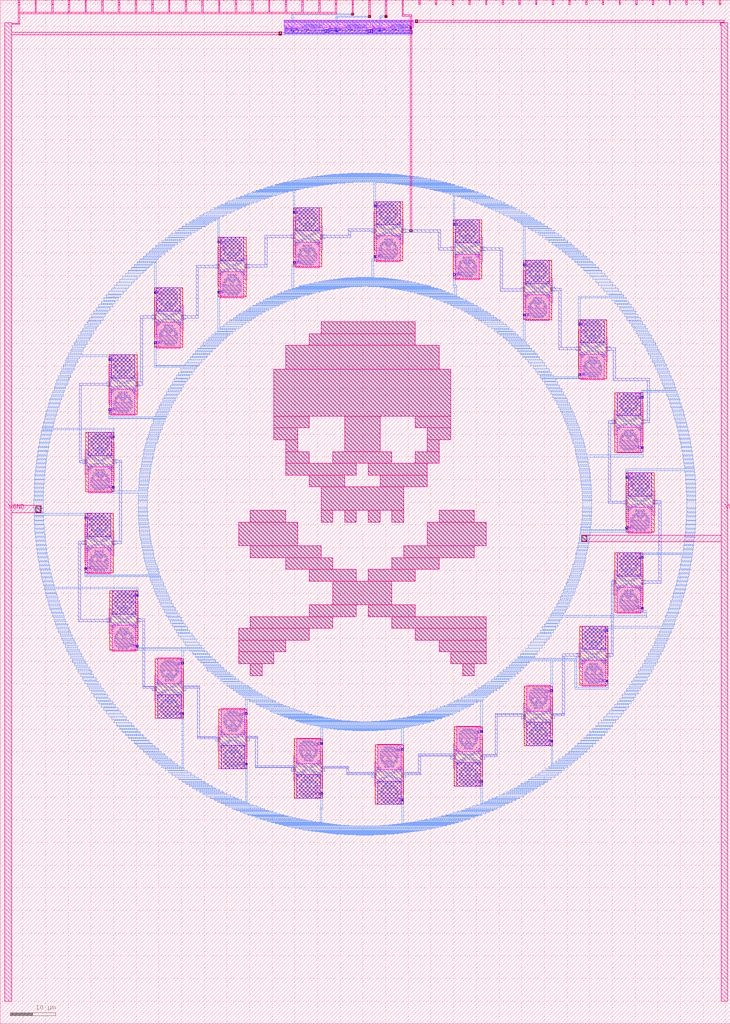
<source format=lef>
VERSION 5.7 ;
  NOWIREEXTENSIONATPIN ON ;
  DIVIDERCHAR "/" ;
  BUSBITCHARS "[]" ;
MACRO tt_um_oscillating_bones
  CLASS BLOCK ;
  FOREIGN tt_um_oscillating_bones ;
  ORIGIN 0.000 0.000 ;
  SIZE 161.000 BY 225.760 ;
  PIN clk
    DIRECTION INPUT ;
    USE SIGNAL ;
    PORT
      LAYER met4 ;
        RECT 154.870 224.760 155.170 225.760 ;
    END
  END clk
  PIN ena
    DIRECTION INPUT ;
    USE SIGNAL ;
    PORT
      LAYER met4 ;
        RECT 158.550 224.760 158.850 225.760 ;
    END
  END ena
  PIN rst_n
    DIRECTION INPUT ;
    USE SIGNAL ;
    PORT
      LAYER met4 ;
        RECT 151.190 224.760 151.490 225.760 ;
    END
  END rst_n
  PIN ui_in[0]
    DIRECTION INPUT ;
    USE SIGNAL ;
    PORT
      LAYER met4 ;
        RECT 147.510 224.760 147.810 225.760 ;
    END
  END ui_in[0]
  PIN ui_in[1]
    DIRECTION INPUT ;
    USE SIGNAL ;
    PORT
      LAYER met4 ;
        RECT 143.830 224.760 144.130 225.760 ;
    END
  END ui_in[1]
  PIN ui_in[2]
    DIRECTION INPUT ;
    USE SIGNAL ;
    PORT
      LAYER met4 ;
        RECT 140.150 224.760 140.450 225.760 ;
    END
  END ui_in[2]
  PIN ui_in[3]
    DIRECTION INPUT ;
    USE SIGNAL ;
    PORT
      LAYER met4 ;
        RECT 136.470 224.760 136.770 225.760 ;
    END
  END ui_in[3]
  PIN ui_in[4]
    DIRECTION INPUT ;
    USE SIGNAL ;
    PORT
      LAYER met4 ;
        RECT 132.790 224.760 133.090 225.760 ;
    END
  END ui_in[4]
  PIN ui_in[5]
    DIRECTION INPUT ;
    USE SIGNAL ;
    PORT
      LAYER met4 ;
        RECT 129.110 224.760 129.410 225.760 ;
    END
  END ui_in[5]
  PIN ui_in[6]
    DIRECTION INPUT ;
    USE SIGNAL ;
    PORT
      LAYER met4 ;
        RECT 125.430 224.760 125.730 225.760 ;
    END
  END ui_in[6]
  PIN ui_in[7]
    DIRECTION INPUT ;
    USE SIGNAL ;
    PORT
      LAYER met4 ;
        RECT 121.750 224.760 122.050 225.760 ;
    END
  END ui_in[7]
  PIN uio_in[0]
    DIRECTION INPUT ;
    USE SIGNAL ;
    PORT
      LAYER met4 ;
        RECT 118.070 224.760 118.370 225.760 ;
    END
  END uio_in[0]
  PIN uio_in[1]
    DIRECTION INPUT ;
    USE SIGNAL ;
    PORT
      LAYER met4 ;
        RECT 114.390 224.760 114.690 225.760 ;
    END
  END uio_in[1]
  PIN uio_in[2]
    DIRECTION INPUT ;
    USE SIGNAL ;
    PORT
      LAYER met4 ;
        RECT 110.710 224.760 111.010 225.760 ;
    END
  END uio_in[2]
  PIN uio_in[3]
    DIRECTION INPUT ;
    USE SIGNAL ;
    PORT
      LAYER met4 ;
        RECT 107.030 224.760 107.330 225.760 ;
    END
  END uio_in[3]
  PIN uio_in[4]
    DIRECTION INPUT ;
    USE SIGNAL ;
    PORT
      LAYER met4 ;
        RECT 103.350 224.760 103.650 225.760 ;
    END
  END uio_in[4]
  PIN uio_in[5]
    DIRECTION INPUT ;
    USE SIGNAL ;
    PORT
      LAYER met4 ;
        RECT 99.670 224.760 99.970 225.760 ;
    END
  END uio_in[5]
  PIN uio_in[6]
    DIRECTION INPUT ;
    USE SIGNAL ;
    PORT
      LAYER met4 ;
        RECT 95.990 224.760 96.290 225.760 ;
    END
  END uio_in[6]
  PIN uio_in[7]
    DIRECTION INPUT ;
    USE SIGNAL ;
    PORT
      LAYER met4 ;
        RECT 92.310 224.760 92.610 225.760 ;
    END
  END uio_in[7]
  PIN uio_oe[0]
    DIRECTION OUTPUT ;
    USE SIGNAL ;
    ANTENNADIFFAREA 101.229294 ;
    PORT
      LAYER met4 ;
        RECT 29.750 224.760 30.050 225.760 ;
    END
  END uio_oe[0]
  PIN uio_oe[1]
    DIRECTION OUTPUT ;
    USE SIGNAL ;
    ANTENNADIFFAREA 101.229294 ;
    PORT
      LAYER met4 ;
        RECT 26.070 224.760 26.370 225.760 ;
    END
  END uio_oe[1]
  PIN uio_oe[2]
    DIRECTION OUTPUT ;
    USE SIGNAL ;
    ANTENNADIFFAREA 101.229294 ;
    PORT
      LAYER met4 ;
        RECT 22.390 224.760 22.690 225.760 ;
    END
  END uio_oe[2]
  PIN uio_oe[3]
    DIRECTION OUTPUT ;
    USE SIGNAL ;
    ANTENNADIFFAREA 101.229294 ;
    PORT
      LAYER met4 ;
        RECT 18.710 224.760 19.010 225.760 ;
    END
  END uio_oe[3]
  PIN uio_oe[4]
    DIRECTION OUTPUT ;
    USE SIGNAL ;
    ANTENNADIFFAREA 101.229294 ;
    PORT
      LAYER met4 ;
        RECT 15.030 224.760 15.330 225.760 ;
    END
  END uio_oe[4]
  PIN uio_oe[5]
    DIRECTION OUTPUT ;
    USE SIGNAL ;
    ANTENNADIFFAREA 101.229294 ;
    PORT
      LAYER met4 ;
        RECT 11.350 224.760 11.650 225.760 ;
    END
  END uio_oe[5]
  PIN uio_oe[6]
    DIRECTION OUTPUT ;
    USE SIGNAL ;
    ANTENNADIFFAREA 101.229294 ;
    PORT
      LAYER met4 ;
        RECT 7.670 224.760 7.970 225.760 ;
    END
  END uio_oe[6]
  PIN uio_oe[7]
    DIRECTION OUTPUT ;
    USE SIGNAL ;
    ANTENNADIFFAREA 101.229294 ;
    PORT
      LAYER met4 ;
        RECT 3.990 224.760 4.290 225.760 ;
    END
  END uio_oe[7]
  PIN uio_out[0]
    DIRECTION OUTPUT ;
    USE SIGNAL ;
    ANTENNADIFFAREA 101.229294 ;
    PORT
      LAYER met4 ;
        RECT 59.190 224.760 59.490 225.760 ;
    END
  END uio_out[0]
  PIN uio_out[1]
    DIRECTION OUTPUT ;
    USE SIGNAL ;
    ANTENNADIFFAREA 101.229294 ;
    PORT
      LAYER met4 ;
        RECT 55.510 224.760 55.810 225.760 ;
    END
  END uio_out[1]
  PIN uio_out[2]
    DIRECTION OUTPUT ;
    USE SIGNAL ;
    ANTENNADIFFAREA 101.229294 ;
    PORT
      LAYER met4 ;
        RECT 51.830 224.760 52.130 225.760 ;
    END
  END uio_out[2]
  PIN uio_out[3]
    DIRECTION OUTPUT ;
    USE SIGNAL ;
    ANTENNADIFFAREA 101.229294 ;
    PORT
      LAYER met4 ;
        RECT 48.150 224.760 48.450 225.760 ;
    END
  END uio_out[3]
  PIN uio_out[4]
    DIRECTION OUTPUT ;
    USE SIGNAL ;
    ANTENNADIFFAREA 101.229294 ;
    PORT
      LAYER met4 ;
        RECT 44.470 224.760 44.770 225.760 ;
    END
  END uio_out[4]
  PIN uio_out[5]
    DIRECTION OUTPUT ;
    USE SIGNAL ;
    ANTENNADIFFAREA 101.229294 ;
    PORT
      LAYER met4 ;
        RECT 40.790 224.760 41.090 225.760 ;
    END
  END uio_out[5]
  PIN uio_out[6]
    DIRECTION OUTPUT ;
    USE SIGNAL ;
    ANTENNADIFFAREA 101.229294 ;
    PORT
      LAYER met4 ;
        RECT 37.110 224.760 37.410 225.760 ;
    END
  END uio_out[6]
  PIN uio_out[7]
    DIRECTION OUTPUT ;
    USE SIGNAL ;
    ANTENNADIFFAREA 101.229294 ;
    PORT
      LAYER met4 ;
        RECT 33.430 224.760 33.730 225.760 ;
    END
  END uio_out[7]
  PIN uo_out[0]
    DIRECTION OUTPUT ;
    USE SIGNAL ;
    ANTENNAGATEAREA 3.399000 ;
    ANTENNADIFFAREA 12.700800 ;
    PORT
      LAYER met4 ;
        RECT 88.630 224.760 88.930 225.760 ;
    END
  END uo_out[0]
  PIN uo_out[1]
    DIRECTION OUTPUT ;
    USE SIGNAL ;
    ANTENNAGATEAREA 0.159000 ;
    ANTENNADIFFAREA 0.429000 ;
    PORT
      LAYER met4 ;
        RECT 84.950 224.760 85.250 225.760 ;
    END
  END uo_out[1]
  PIN uo_out[2]
    DIRECTION OUTPUT ;
    USE SIGNAL ;
    ANTENNAGATEAREA 0.159000 ;
    ANTENNADIFFAREA 0.429000 ;
    PORT
      LAYER met4 ;
        RECT 81.270 224.760 81.570 225.760 ;
    END
  END uo_out[2]
  PIN uo_out[3]
    DIRECTION OUTPUT ;
    USE SIGNAL ;
    ANTENNADIFFAREA 0.429000 ;
    PORT
      LAYER met4 ;
        RECT 77.590 224.760 77.890 225.760 ;
    END
  END uo_out[3]
  PIN uo_out[4]
    DIRECTION OUTPUT ;
    USE SIGNAL ;
    ANTENNADIFFAREA 101.229294 ;
    PORT
      LAYER met4 ;
        RECT 73.910 224.760 74.210 225.760 ;
    END
  END uo_out[4]
  PIN uo_out[5]
    DIRECTION OUTPUT ;
    USE SIGNAL ;
    ANTENNADIFFAREA 101.229294 ;
    PORT
      LAYER met4 ;
        RECT 70.230 224.760 70.530 225.760 ;
    END
  END uo_out[5]
  PIN uo_out[6]
    DIRECTION OUTPUT ;
    USE SIGNAL ;
    ANTENNADIFFAREA 101.229294 ;
    PORT
      LAYER met4 ;
        RECT 66.550 224.760 66.850 225.760 ;
    END
  END uo_out[6]
  PIN uo_out[7]
    DIRECTION OUTPUT ;
    USE SIGNAL ;
    ANTENNADIFFAREA 101.229294 ;
    PORT
      LAYER met4 ;
        RECT 62.870 224.760 63.170 225.760 ;
    END
  END uo_out[7]
  PIN VPWR
    DIRECTION INOUT ;
    USE POWER ;
    PORT
      LAYER met4 ;
        RECT 159.000 5.000 160.500 220.760 ;
    END
  END VPWR
  PIN VGND
    DIRECTION INOUT ;
    USE GROUND ;
    PORT
      LAYER met4 ;
        RECT 1.000 5.000 2.500 220.760 ;
    END
  END VGND
  OBS
      LAYER nwell ;
        RECT 62.600 219.685 91.040 221.290 ;
      LAYER pwell ;
        RECT 62.795 219.165 65.560 219.395 ;
        RECT 67.100 219.165 68.010 219.385 ;
        RECT 62.795 218.485 71.525 219.165 ;
        RECT 71.545 218.570 71.975 219.355 ;
        RECT 72.005 218.570 72.435 219.355 ;
        RECT 72.455 219.165 75.220 219.395 ;
        RECT 76.760 219.165 77.670 219.385 ;
        RECT 72.455 218.485 81.185 219.165 ;
        RECT 81.205 218.570 81.635 219.355 ;
        RECT 81.665 218.570 82.095 219.355 ;
        RECT 82.115 219.165 84.880 219.395 ;
        RECT 86.420 219.165 87.330 219.385 ;
        RECT 82.115 218.485 90.845 219.165 ;
        RECT 71.215 218.295 71.385 218.485 ;
        RECT 80.875 218.295 81.045 218.485 ;
        RECT 90.535 218.295 90.705 218.485 ;
        RECT 65.140 174.850 70.340 180.000 ;
        RECT 82.970 176.190 88.170 181.340 ;
        RECT 48.500 168.320 53.700 173.470 ;
      LAYER nwell ;
        RECT 65.140 166.700 70.340 172.400 ;
        RECT 82.970 168.040 88.170 173.740 ;
      LAYER pwell ;
        RECT 100.410 172.210 105.610 177.360 ;
        RECT 34.510 157.170 39.710 162.320 ;
      LAYER nwell ;
        RECT 48.500 160.170 53.700 165.870 ;
        RECT 100.410 164.060 105.610 169.760 ;
      LAYER pwell ;
        RECT 115.890 163.260 121.090 168.410 ;
      LAYER nwell ;
        RECT 115.890 155.110 121.090 160.810 ;
        RECT 34.510 149.020 39.710 154.720 ;
      LAYER pwell ;
        RECT 128.060 150.150 133.260 155.300 ;
        RECT 24.440 142.390 29.640 147.540 ;
      LAYER nwell ;
        RECT 128.060 142.000 133.260 147.700 ;
        RECT 24.440 134.240 29.640 139.940 ;
      LAYER pwell ;
        RECT 136.070 134.040 141.270 139.190 ;
        RECT 19.420 125.300 24.620 130.450 ;
      LAYER nwell ;
        RECT 136.070 125.890 141.270 131.590 ;
        RECT 19.420 117.150 24.620 122.850 ;
      LAYER pwell ;
        RECT 138.490 116.360 143.690 121.510 ;
        RECT 19.170 107.420 24.370 112.570 ;
      LAYER nwell ;
        RECT 138.490 108.210 143.690 113.910 ;
        RECT 19.170 99.270 24.370 104.970 ;
      LAYER pwell ;
        RECT 136.070 98.680 141.270 103.830 ;
        RECT 24.690 90.330 29.890 95.480 ;
      LAYER nwell ;
        RECT 136.070 90.530 141.270 96.230 ;
        RECT 24.690 82.180 29.890 87.880 ;
      LAYER pwell ;
        RECT 128.310 82.570 133.510 87.720 ;
      LAYER nwell ;
        RECT 34.760 75.000 39.960 80.700 ;
      LAYER pwell ;
        RECT 34.760 67.400 39.960 72.550 ;
      LAYER nwell ;
        RECT 48.740 63.850 53.940 69.550 ;
        RECT 116.140 68.910 121.340 74.610 ;
        RECT 128.310 74.420 133.510 80.120 ;
      LAYER pwell ;
        RECT 48.740 56.250 53.940 61.400 ;
      LAYER nwell ;
        RECT 65.390 57.320 70.590 63.020 ;
        RECT 83.220 55.980 88.420 61.680 ;
        RECT 100.660 59.960 105.860 65.660 ;
      LAYER pwell ;
        RECT 116.140 61.310 121.340 66.460 ;
        RECT 65.390 49.720 70.590 54.870 ;
        RECT 83.220 48.380 88.420 53.530 ;
        RECT 100.660 52.360 105.860 57.510 ;
      LAYER li1 ;
        RECT 62.790 221.015 90.850 221.185 ;
        RECT 62.880 219.860 63.215 220.845 ;
        RECT 63.385 219.875 63.600 221.015 ;
        RECT 63.790 220.095 64.120 220.825 ;
        RECT 62.880 219.290 63.115 219.860 ;
        RECT 63.790 219.705 64.060 220.095 ;
        RECT 64.310 219.955 64.640 220.800 ;
        RECT 64.810 220.005 64.980 221.015 ;
        RECT 65.150 220.285 65.490 220.845 ;
        RECT 65.725 220.515 66.040 221.015 ;
        RECT 66.220 220.545 67.105 220.715 ;
        RECT 63.285 219.375 64.060 219.705 ;
        RECT 62.880 218.635 63.135 219.290 ;
        RECT 63.860 218.995 64.060 219.375 ;
        RECT 64.230 219.875 64.640 219.955 ;
        RECT 65.150 219.910 66.050 220.285 ;
        RECT 64.230 219.825 64.465 219.875 ;
        RECT 64.230 219.245 64.420 219.825 ;
        RECT 65.150 219.705 65.340 219.910 ;
        RECT 66.220 219.705 66.390 220.545 ;
        RECT 67.330 220.515 67.580 220.845 ;
        RECT 64.590 219.375 65.340 219.705 ;
        RECT 65.510 219.375 66.390 219.705 ;
        RECT 64.230 219.205 64.475 219.245 ;
        RECT 65.140 219.205 65.340 219.375 ;
        RECT 64.230 219.120 64.630 219.205 ;
        RECT 63.305 218.465 63.625 218.925 ;
        RECT 63.860 218.725 64.110 218.995 ;
        RECT 64.300 218.685 64.630 219.120 ;
        RECT 64.800 218.465 64.970 219.075 ;
        RECT 65.140 218.680 65.470 219.205 ;
        RECT 65.735 218.465 65.945 218.995 ;
        RECT 66.220 218.915 66.390 219.375 ;
        RECT 66.560 219.415 66.880 220.375 ;
        RECT 67.050 219.625 67.240 220.345 ;
        RECT 67.410 219.445 67.580 220.515 ;
        RECT 67.750 220.215 67.920 221.015 ;
        RECT 68.090 220.570 69.195 220.740 ;
        RECT 68.090 219.955 68.260 220.570 ;
        RECT 69.405 220.420 69.655 220.845 ;
        RECT 69.825 220.555 70.090 221.015 ;
        RECT 68.430 220.035 68.960 220.400 ;
        RECT 69.405 220.290 69.710 220.420 ;
        RECT 67.750 219.865 68.260 219.955 ;
        RECT 67.750 219.695 68.620 219.865 ;
        RECT 67.750 219.625 67.920 219.695 ;
        RECT 68.040 219.445 68.240 219.475 ;
        RECT 66.560 219.085 67.025 219.415 ;
        RECT 67.410 219.145 68.240 219.445 ;
        RECT 67.410 218.915 67.580 219.145 ;
        RECT 66.220 218.745 67.005 218.915 ;
        RECT 67.175 218.745 67.580 218.915 ;
        RECT 67.760 218.465 68.130 218.965 ;
        RECT 68.450 218.915 68.620 219.695 ;
        RECT 68.790 219.335 68.960 220.035 ;
        RECT 69.130 219.505 69.370 220.100 ;
        RECT 68.790 219.115 69.315 219.335 ;
        RECT 69.540 219.185 69.710 220.290 ;
        RECT 69.485 219.055 69.710 219.185 ;
        RECT 69.880 219.095 70.160 220.045 ;
        RECT 69.485 218.915 69.655 219.055 ;
        RECT 68.450 218.745 69.125 218.915 ;
        RECT 69.320 218.745 69.655 218.915 ;
        RECT 69.825 218.465 70.075 218.925 ;
        RECT 70.330 218.725 70.515 220.845 ;
        RECT 70.685 220.515 71.015 221.015 ;
        RECT 71.185 220.345 71.355 220.845 ;
        RECT 70.690 220.175 71.355 220.345 ;
        RECT 70.690 219.185 70.920 220.175 ;
        RECT 71.090 219.355 71.440 220.005 ;
        RECT 71.615 219.850 71.905 221.015 ;
        RECT 72.075 219.850 72.365 221.015 ;
        RECT 72.540 219.860 72.875 220.845 ;
        RECT 73.045 219.875 73.260 221.015 ;
        RECT 73.450 220.095 73.780 220.825 ;
        RECT 72.540 219.290 72.775 219.860 ;
        RECT 73.450 219.705 73.720 220.095 ;
        RECT 73.970 219.955 74.300 220.800 ;
        RECT 74.470 220.005 74.640 221.015 ;
        RECT 74.810 220.285 75.150 220.845 ;
        RECT 75.385 220.515 75.700 221.015 ;
        RECT 75.880 220.545 76.765 220.715 ;
        RECT 72.945 219.375 73.720 219.705 ;
        RECT 70.690 219.015 71.355 219.185 ;
        RECT 70.685 218.465 71.015 218.845 ;
        RECT 71.185 218.725 71.355 219.015 ;
        RECT 71.615 218.465 71.905 219.190 ;
        RECT 72.075 218.465 72.365 219.190 ;
        RECT 72.540 218.635 72.795 219.290 ;
        RECT 73.520 218.995 73.720 219.375 ;
        RECT 73.890 219.875 74.300 219.955 ;
        RECT 74.810 219.910 75.710 220.285 ;
        RECT 73.890 219.825 74.125 219.875 ;
        RECT 73.890 219.245 74.080 219.825 ;
        RECT 74.810 219.705 75.000 219.910 ;
        RECT 75.880 219.705 76.050 220.545 ;
        RECT 76.990 220.515 77.240 220.845 ;
        RECT 74.250 219.375 75.000 219.705 ;
        RECT 75.170 219.375 76.050 219.705 ;
        RECT 73.890 219.205 74.135 219.245 ;
        RECT 74.800 219.205 75.000 219.375 ;
        RECT 73.890 219.120 74.290 219.205 ;
        RECT 72.965 218.465 73.285 218.925 ;
        RECT 73.520 218.725 73.770 218.995 ;
        RECT 73.960 218.685 74.290 219.120 ;
        RECT 74.460 218.465 74.630 219.075 ;
        RECT 74.800 218.680 75.130 219.205 ;
        RECT 75.395 218.465 75.605 218.995 ;
        RECT 75.880 218.915 76.050 219.375 ;
        RECT 76.220 219.415 76.540 220.375 ;
        RECT 76.710 219.625 76.900 220.345 ;
        RECT 77.070 219.445 77.240 220.515 ;
        RECT 77.410 220.215 77.580 221.015 ;
        RECT 77.750 220.570 78.855 220.740 ;
        RECT 77.750 219.955 77.920 220.570 ;
        RECT 79.065 220.420 79.315 220.845 ;
        RECT 79.485 220.555 79.750 221.015 ;
        RECT 78.090 220.035 78.620 220.400 ;
        RECT 79.065 220.290 79.370 220.420 ;
        RECT 77.410 219.865 77.920 219.955 ;
        RECT 77.410 219.695 78.280 219.865 ;
        RECT 77.410 219.625 77.580 219.695 ;
        RECT 77.700 219.445 77.900 219.475 ;
        RECT 76.220 219.085 76.685 219.415 ;
        RECT 77.070 219.145 77.900 219.445 ;
        RECT 77.070 218.915 77.240 219.145 ;
        RECT 75.880 218.745 76.665 218.915 ;
        RECT 76.835 218.745 77.240 218.915 ;
        RECT 77.420 218.465 77.790 218.965 ;
        RECT 78.110 218.915 78.280 219.695 ;
        RECT 78.450 219.335 78.620 220.035 ;
        RECT 78.790 219.505 79.030 220.100 ;
        RECT 78.450 219.115 78.975 219.335 ;
        RECT 79.200 219.185 79.370 220.290 ;
        RECT 79.145 219.055 79.370 219.185 ;
        RECT 79.540 219.095 79.820 220.045 ;
        RECT 79.145 218.915 79.315 219.055 ;
        RECT 78.110 218.745 78.785 218.915 ;
        RECT 78.980 218.745 79.315 218.915 ;
        RECT 79.485 218.465 79.735 218.925 ;
        RECT 79.990 218.725 80.175 220.845 ;
        RECT 80.345 220.515 80.675 221.015 ;
        RECT 80.845 220.345 81.015 220.845 ;
        RECT 80.350 220.175 81.015 220.345 ;
        RECT 80.350 219.185 80.580 220.175 ;
        RECT 80.750 219.355 81.100 220.005 ;
        RECT 81.275 219.850 81.565 221.015 ;
        RECT 81.735 219.850 82.025 221.015 ;
        RECT 82.200 219.860 82.535 220.845 ;
        RECT 82.705 219.875 82.920 221.015 ;
        RECT 83.110 220.095 83.440 220.825 ;
        RECT 82.200 219.290 82.435 219.860 ;
        RECT 83.110 219.705 83.380 220.095 ;
        RECT 83.630 219.955 83.960 220.800 ;
        RECT 84.130 220.005 84.300 221.015 ;
        RECT 84.470 220.285 84.810 220.845 ;
        RECT 85.045 220.515 85.360 221.015 ;
        RECT 85.540 220.545 86.425 220.715 ;
        RECT 82.605 219.375 83.380 219.705 ;
        RECT 80.350 219.015 81.015 219.185 ;
        RECT 80.345 218.465 80.675 218.845 ;
        RECT 80.845 218.725 81.015 219.015 ;
        RECT 81.275 218.465 81.565 219.190 ;
        RECT 81.735 218.465 82.025 219.190 ;
        RECT 82.200 218.635 82.455 219.290 ;
        RECT 83.180 218.995 83.380 219.375 ;
        RECT 83.550 219.875 83.960 219.955 ;
        RECT 84.470 219.910 85.370 220.285 ;
        RECT 83.550 219.825 83.785 219.875 ;
        RECT 83.550 219.245 83.740 219.825 ;
        RECT 84.470 219.705 84.660 219.910 ;
        RECT 85.540 219.705 85.710 220.545 ;
        RECT 86.650 220.515 86.900 220.845 ;
        RECT 83.910 219.375 84.660 219.705 ;
        RECT 84.830 219.375 85.710 219.705 ;
        RECT 83.550 219.205 83.795 219.245 ;
        RECT 84.460 219.205 84.660 219.375 ;
        RECT 83.550 219.120 83.950 219.205 ;
        RECT 82.625 218.465 82.945 218.925 ;
        RECT 83.180 218.725 83.430 218.995 ;
        RECT 83.620 218.685 83.950 219.120 ;
        RECT 84.120 218.465 84.290 219.075 ;
        RECT 84.460 218.680 84.790 219.205 ;
        RECT 85.055 218.465 85.265 218.995 ;
        RECT 85.540 218.915 85.710 219.375 ;
        RECT 85.880 219.415 86.200 220.375 ;
        RECT 86.370 219.625 86.560 220.345 ;
        RECT 86.730 219.445 86.900 220.515 ;
        RECT 87.070 220.215 87.240 221.015 ;
        RECT 87.410 220.570 88.515 220.740 ;
        RECT 87.410 219.955 87.580 220.570 ;
        RECT 88.725 220.420 88.975 220.845 ;
        RECT 89.145 220.555 89.410 221.015 ;
        RECT 87.750 220.035 88.280 220.400 ;
        RECT 88.725 220.290 89.030 220.420 ;
        RECT 87.070 219.865 87.580 219.955 ;
        RECT 87.070 219.695 87.940 219.865 ;
        RECT 87.070 219.625 87.240 219.695 ;
        RECT 87.360 219.445 87.560 219.475 ;
        RECT 85.880 219.085 86.345 219.415 ;
        RECT 86.730 219.145 87.560 219.445 ;
        RECT 86.730 218.915 86.900 219.145 ;
        RECT 85.540 218.745 86.325 218.915 ;
        RECT 86.495 218.745 86.900 218.915 ;
        RECT 87.080 218.465 87.450 218.965 ;
        RECT 87.770 218.915 87.940 219.695 ;
        RECT 88.110 219.335 88.280 220.035 ;
        RECT 88.450 219.505 88.690 220.100 ;
        RECT 88.110 219.115 88.635 219.335 ;
        RECT 88.860 219.185 89.030 220.290 ;
        RECT 88.805 219.055 89.030 219.185 ;
        RECT 89.200 219.095 89.480 220.045 ;
        RECT 88.805 218.915 88.975 219.055 ;
        RECT 87.770 218.745 88.445 218.915 ;
        RECT 88.640 218.745 88.975 218.915 ;
        RECT 89.145 218.465 89.395 218.925 ;
        RECT 89.650 218.725 89.835 220.845 ;
        RECT 90.005 220.515 90.335 221.015 ;
        RECT 90.505 220.345 90.675 220.845 ;
        RECT 90.010 220.175 90.675 220.345 ;
        RECT 90.010 219.185 90.240 220.175 ;
        RECT 90.410 219.355 90.760 220.005 ;
        RECT 90.010 219.015 90.675 219.185 ;
        RECT 90.005 218.465 90.335 218.845 ;
        RECT 90.505 218.725 90.675 219.015 ;
        RECT 62.790 218.295 90.850 218.465 ;
        RECT 83.220 180.490 84.020 181.240 ;
        RECT 83.020 179.990 84.220 180.490 ;
        RECT 65.390 179.150 66.190 179.900 ;
        RECT 65.190 178.650 66.390 179.150 ;
        RECT 82.420 178.590 83.920 179.090 ;
        RECT 64.590 177.250 66.090 177.750 ;
        RECT 48.750 172.620 49.550 173.370 ;
        RECT 48.550 172.120 49.750 172.620 ;
        RECT 47.950 170.720 49.450 171.220 ;
        RECT 47.950 163.120 48.450 170.720 ;
        RECT 64.590 169.650 65.090 177.250 ;
        RECT 70.590 170.650 71.090 176.050 ;
        RECT 82.420 170.990 82.920 178.590 ;
        RECT 88.420 171.990 88.920 177.390 ;
        RECT 100.660 176.510 101.460 177.260 ;
        RECT 100.460 176.010 101.660 176.510 ;
        RECT 99.860 174.610 101.360 175.110 ;
        RECT 82.420 170.490 84.020 170.990 ;
        RECT 53.950 164.120 54.450 169.520 ;
        RECT 64.590 169.150 66.190 169.650 ;
        RECT 83.320 169.090 84.220 169.590 ;
        RECT 83.270 168.390 83.970 169.090 ;
        RECT 65.490 167.750 66.390 168.250 ;
        RECT 65.440 167.050 66.140 167.750 ;
        RECT 99.860 167.010 100.360 174.610 ;
        RECT 105.860 168.010 106.360 173.410 ;
        RECT 116.140 167.560 116.940 168.310 ;
        RECT 115.940 167.060 117.140 167.560 ;
        RECT 99.860 166.510 101.460 167.010 ;
        RECT 115.340 165.660 116.840 166.160 ;
        RECT 100.760 165.110 101.660 165.610 ;
        RECT 100.710 164.410 101.410 165.110 ;
        RECT 47.950 162.620 49.550 163.120 ;
        RECT 34.760 161.470 35.560 162.220 ;
        RECT 34.560 160.970 35.760 161.470 ;
        RECT 48.850 161.220 49.750 161.720 ;
        RECT 48.800 160.520 49.500 161.220 ;
        RECT 33.960 159.570 35.460 160.070 ;
        RECT 33.960 151.970 34.460 159.570 ;
        RECT 39.960 152.970 40.460 158.370 ;
        RECT 115.340 158.060 115.840 165.660 ;
        RECT 121.340 159.060 121.840 164.460 ;
        RECT 115.340 157.560 116.940 158.060 ;
        RECT 116.240 156.160 117.140 156.660 ;
        RECT 116.190 155.460 116.890 156.160 ;
        RECT 128.310 154.450 129.110 155.200 ;
        RECT 128.110 153.950 129.310 154.450 ;
        RECT 127.510 152.550 129.010 153.050 ;
        RECT 33.960 151.470 35.560 151.970 ;
        RECT 34.860 150.070 35.760 150.570 ;
        RECT 34.810 149.370 35.510 150.070 ;
        RECT 24.690 146.690 25.490 147.440 ;
        RECT 24.490 146.190 25.690 146.690 ;
        RECT 23.890 144.790 25.390 145.290 ;
        RECT 127.510 144.950 128.010 152.550 ;
        RECT 133.510 145.950 134.010 151.350 ;
        RECT 23.890 137.190 24.390 144.790 ;
        RECT 127.510 144.450 129.110 144.950 ;
        RECT 29.890 138.190 30.390 143.590 ;
        RECT 128.410 143.050 129.310 143.550 ;
        RECT 128.360 142.350 129.060 143.050 ;
        RECT 140.220 138.340 141.020 139.090 ;
        RECT 140.020 137.840 141.220 138.340 ;
        RECT 23.890 136.690 25.490 137.190 ;
        RECT 140.320 136.440 141.820 136.940 ;
        RECT 24.790 135.290 25.690 135.790 ;
        RECT 24.740 134.590 25.440 135.290 ;
        RECT 23.570 129.600 24.370 130.350 ;
        RECT 135.320 129.840 135.820 135.240 ;
        RECT 23.370 129.100 24.570 129.600 ;
        RECT 141.320 128.840 141.820 136.440 ;
        RECT 140.220 128.340 141.820 128.840 ;
        RECT 23.670 127.700 25.170 128.200 ;
        RECT 18.670 121.100 19.170 126.500 ;
        RECT 24.670 120.100 25.170 127.700 ;
        RECT 140.020 126.940 140.920 127.440 ;
        RECT 140.270 126.240 140.970 126.940 ;
        RECT 138.740 120.660 139.540 121.410 ;
        RECT 138.540 120.160 139.740 120.660 ;
        RECT 23.570 119.600 25.170 120.100 ;
        RECT 137.940 118.760 139.440 119.260 ;
        RECT 23.370 118.200 24.270 118.700 ;
        RECT 23.620 117.500 24.320 118.200 ;
        RECT 19.420 111.720 20.220 112.470 ;
        RECT 19.220 111.220 20.420 111.720 ;
        RECT 137.940 111.160 138.440 118.760 ;
        RECT 143.940 112.160 144.440 117.560 ;
        RECT 137.940 110.660 139.540 111.160 ;
        RECT 18.620 109.820 20.120 110.320 ;
        RECT 18.620 102.220 19.120 109.820 ;
        RECT 138.840 109.260 139.740 109.760 ;
        RECT 24.620 103.220 25.120 108.620 ;
        RECT 138.790 108.560 139.490 109.260 ;
        RECT 140.220 102.980 141.020 103.730 ;
        RECT 140.020 102.480 141.220 102.980 ;
        RECT 18.620 101.720 20.220 102.220 ;
        RECT 140.320 101.080 141.820 101.580 ;
        RECT 19.520 100.320 20.420 100.820 ;
        RECT 19.470 99.620 20.170 100.320 ;
        RECT 28.840 94.630 29.640 95.380 ;
        RECT 28.640 94.130 29.840 94.630 ;
        RECT 135.320 94.480 135.820 99.880 ;
        RECT 141.320 93.480 141.820 101.080 ;
        RECT 28.940 92.730 30.440 93.230 ;
        RECT 140.220 92.980 141.820 93.480 ;
        RECT 23.940 86.130 24.440 91.530 ;
        RECT 29.940 85.130 30.440 92.730 ;
        RECT 140.020 91.580 140.920 92.080 ;
        RECT 140.270 90.880 140.970 91.580 ;
        RECT 132.460 86.870 133.260 87.620 ;
        RECT 132.260 86.370 133.460 86.870 ;
        RECT 28.840 84.630 30.440 85.130 ;
        RECT 132.560 84.970 134.060 85.470 ;
        RECT 28.640 83.230 29.540 83.730 ;
        RECT 28.890 82.530 29.590 83.230 ;
        RECT 38.960 79.650 39.660 80.350 ;
        RECT 38.710 79.150 39.610 79.650 ;
        RECT 127.560 78.370 128.060 83.770 ;
        RECT 38.910 77.750 40.510 78.250 ;
        RECT 34.010 71.350 34.510 76.750 ;
        RECT 40.010 70.150 40.510 77.750 ;
        RECT 133.560 77.370 134.060 84.970 ;
        RECT 132.460 76.870 134.060 77.370 ;
        RECT 132.260 75.470 133.160 75.970 ;
        RECT 132.510 74.770 133.210 75.470 ;
        RECT 120.340 73.560 121.040 74.260 ;
        RECT 120.090 73.060 120.990 73.560 ;
        RECT 120.290 71.660 121.890 72.160 ;
        RECT 39.010 69.650 40.510 70.150 ;
        RECT 38.710 68.250 39.910 68.750 ;
        RECT 52.940 68.500 53.640 69.200 ;
        RECT 38.910 67.500 39.710 68.250 ;
        RECT 52.690 68.000 53.590 68.500 ;
        RECT 52.890 66.600 54.490 67.100 ;
        RECT 47.990 60.200 48.490 65.600 ;
        RECT 53.990 59.000 54.490 66.600 ;
        RECT 104.860 64.610 105.560 65.310 ;
        RECT 115.390 65.260 115.890 70.660 ;
        RECT 104.610 64.110 105.510 64.610 ;
        RECT 121.390 64.060 121.890 71.660 ;
        RECT 120.390 63.560 121.890 64.060 ;
        RECT 104.810 62.710 106.410 63.210 ;
        RECT 69.590 61.970 70.290 62.670 ;
        RECT 69.340 61.470 70.240 61.970 ;
        RECT 87.420 60.630 88.120 61.330 ;
        RECT 69.540 60.070 71.140 60.570 ;
        RECT 87.170 60.130 88.070 60.630 ;
        RECT 52.990 58.500 54.490 59.000 ;
        RECT 52.690 57.100 53.890 57.600 ;
        RECT 52.890 56.350 53.690 57.100 ;
        RECT 64.640 53.670 65.140 59.070 ;
        RECT 70.640 52.470 71.140 60.070 ;
        RECT 87.370 58.730 88.970 59.230 ;
        RECT 69.640 51.970 71.140 52.470 ;
        RECT 82.470 52.330 82.970 57.730 ;
        RECT 88.470 51.130 88.970 58.730 ;
        RECT 99.910 56.310 100.410 61.710 ;
        RECT 105.910 55.110 106.410 62.710 ;
        RECT 120.090 62.160 121.290 62.660 ;
        RECT 120.290 61.410 121.090 62.160 ;
        RECT 104.910 54.610 106.410 55.110 ;
        RECT 104.610 53.210 105.810 53.710 ;
        RECT 104.810 52.460 105.610 53.210 ;
        RECT 69.340 50.570 70.540 51.070 ;
        RECT 87.470 50.630 88.970 51.130 ;
        RECT 69.540 49.820 70.340 50.570 ;
        RECT 87.170 49.230 88.370 49.730 ;
        RECT 87.370 48.480 88.170 49.230 ;
      LAYER mcon ;
        RECT 62.935 221.015 63.105 221.185 ;
        RECT 63.395 221.015 63.565 221.185 ;
        RECT 63.855 221.015 64.025 221.185 ;
        RECT 64.315 221.015 64.485 221.185 ;
        RECT 64.775 221.015 64.945 221.185 ;
        RECT 65.235 221.015 65.405 221.185 ;
        RECT 65.695 221.015 65.865 221.185 ;
        RECT 66.155 221.015 66.325 221.185 ;
        RECT 66.615 221.015 66.785 221.185 ;
        RECT 67.075 221.015 67.245 221.185 ;
        RECT 67.535 221.015 67.705 221.185 ;
        RECT 67.995 221.015 68.165 221.185 ;
        RECT 68.455 221.015 68.625 221.185 ;
        RECT 68.915 221.015 69.085 221.185 ;
        RECT 69.375 221.015 69.545 221.185 ;
        RECT 69.835 221.015 70.005 221.185 ;
        RECT 70.295 221.015 70.465 221.185 ;
        RECT 70.755 221.015 70.925 221.185 ;
        RECT 71.215 221.015 71.385 221.185 ;
        RECT 71.675 221.015 71.845 221.185 ;
        RECT 72.135 221.015 72.305 221.185 ;
        RECT 72.595 221.015 72.765 221.185 ;
        RECT 73.055 221.015 73.225 221.185 ;
        RECT 73.515 221.015 73.685 221.185 ;
        RECT 73.975 221.015 74.145 221.185 ;
        RECT 74.435 221.015 74.605 221.185 ;
        RECT 74.895 221.015 75.065 221.185 ;
        RECT 75.355 221.015 75.525 221.185 ;
        RECT 75.815 221.015 75.985 221.185 ;
        RECT 76.275 221.015 76.445 221.185 ;
        RECT 76.735 221.015 76.905 221.185 ;
        RECT 77.195 221.015 77.365 221.185 ;
        RECT 77.655 221.015 77.825 221.185 ;
        RECT 78.115 221.015 78.285 221.185 ;
        RECT 78.575 221.015 78.745 221.185 ;
        RECT 79.035 221.015 79.205 221.185 ;
        RECT 79.495 221.015 79.665 221.185 ;
        RECT 79.955 221.015 80.125 221.185 ;
        RECT 80.415 221.015 80.585 221.185 ;
        RECT 80.875 221.015 81.045 221.185 ;
        RECT 81.335 221.015 81.505 221.185 ;
        RECT 81.795 221.015 81.965 221.185 ;
        RECT 82.255 221.015 82.425 221.185 ;
        RECT 82.715 221.015 82.885 221.185 ;
        RECT 83.175 221.015 83.345 221.185 ;
        RECT 83.635 221.015 83.805 221.185 ;
        RECT 84.095 221.015 84.265 221.185 ;
        RECT 84.555 221.015 84.725 221.185 ;
        RECT 85.015 221.015 85.185 221.185 ;
        RECT 85.475 221.015 85.645 221.185 ;
        RECT 85.935 221.015 86.105 221.185 ;
        RECT 86.395 221.015 86.565 221.185 ;
        RECT 86.855 221.015 87.025 221.185 ;
        RECT 87.315 221.015 87.485 221.185 ;
        RECT 87.775 221.015 87.945 221.185 ;
        RECT 88.235 221.015 88.405 221.185 ;
        RECT 88.695 221.015 88.865 221.185 ;
        RECT 89.155 221.015 89.325 221.185 ;
        RECT 89.615 221.015 89.785 221.185 ;
        RECT 90.075 221.015 90.245 221.185 ;
        RECT 90.535 221.015 90.705 221.185 ;
        RECT 62.940 219.900 63.110 220.070 ;
        RECT 64.320 218.800 64.630 219.060 ;
        RECT 66.625 219.825 66.795 219.995 ;
        RECT 67.060 220.165 67.230 220.335 ;
        RECT 68.630 220.165 68.800 220.335 ;
        RECT 69.145 219.825 69.315 219.995 ;
        RECT 69.910 219.480 70.080 219.650 ;
        RECT 70.335 219.825 70.505 219.995 ;
        RECT 70.730 220.165 70.900 220.335 ;
        RECT 72.595 219.900 72.765 220.070 ;
        RECT 71.200 219.455 71.370 219.625 ;
        RECT 74.035 218.905 74.205 219.075 ;
        RECT 76.285 219.825 76.455 219.995 ;
        RECT 76.720 220.165 76.890 220.335 ;
        RECT 78.290 220.165 78.460 220.335 ;
        RECT 78.805 219.825 78.975 219.995 ;
        RECT 79.565 219.480 79.735 219.650 ;
        RECT 79.995 219.825 80.165 219.995 ;
        RECT 80.390 220.165 80.560 220.335 ;
        RECT 82.260 219.900 82.430 220.070 ;
        RECT 80.860 219.455 81.030 219.625 ;
        RECT 83.695 218.905 83.865 219.075 ;
        RECT 85.945 219.825 86.115 219.995 ;
        RECT 86.380 220.165 86.550 220.335 ;
        RECT 87.950 220.165 88.120 220.335 ;
        RECT 88.465 219.825 88.635 219.995 ;
        RECT 89.230 219.480 89.400 219.650 ;
        RECT 89.655 219.825 89.825 219.995 ;
        RECT 90.050 220.165 90.220 220.335 ;
        RECT 90.470 219.455 90.690 219.840 ;
        RECT 62.935 218.295 63.105 218.465 ;
        RECT 63.395 218.295 63.565 218.465 ;
        RECT 63.855 218.295 64.025 218.465 ;
        RECT 64.315 218.295 64.485 218.465 ;
        RECT 64.775 218.295 64.945 218.465 ;
        RECT 65.235 218.295 65.405 218.465 ;
        RECT 65.695 218.295 65.865 218.465 ;
        RECT 66.155 218.295 66.325 218.465 ;
        RECT 66.615 218.295 66.785 218.465 ;
        RECT 67.075 218.295 67.245 218.465 ;
        RECT 67.535 218.295 67.705 218.465 ;
        RECT 67.995 218.295 68.165 218.465 ;
        RECT 68.455 218.295 68.625 218.465 ;
        RECT 68.915 218.295 69.085 218.465 ;
        RECT 69.375 218.295 69.545 218.465 ;
        RECT 69.835 218.295 70.005 218.465 ;
        RECT 70.295 218.295 70.465 218.465 ;
        RECT 70.755 218.295 70.925 218.465 ;
        RECT 71.215 218.295 71.385 218.465 ;
        RECT 71.675 218.295 71.845 218.465 ;
        RECT 72.135 218.295 72.305 218.465 ;
        RECT 72.595 218.295 72.765 218.465 ;
        RECT 73.055 218.295 73.225 218.465 ;
        RECT 73.515 218.295 73.685 218.465 ;
        RECT 73.975 218.295 74.145 218.465 ;
        RECT 74.435 218.295 74.605 218.465 ;
        RECT 74.895 218.295 75.065 218.465 ;
        RECT 75.355 218.295 75.525 218.465 ;
        RECT 75.815 218.295 75.985 218.465 ;
        RECT 76.275 218.295 76.445 218.465 ;
        RECT 76.735 218.295 76.905 218.465 ;
        RECT 77.195 218.295 77.365 218.465 ;
        RECT 77.655 218.295 77.825 218.465 ;
        RECT 78.115 218.295 78.285 218.465 ;
        RECT 78.575 218.295 78.745 218.465 ;
        RECT 79.035 218.295 79.205 218.465 ;
        RECT 79.495 218.295 79.665 218.465 ;
        RECT 79.955 218.295 80.125 218.465 ;
        RECT 80.415 218.295 80.585 218.465 ;
        RECT 80.875 218.295 81.045 218.465 ;
        RECT 81.335 218.295 81.505 218.465 ;
        RECT 81.795 218.295 81.965 218.465 ;
        RECT 82.255 218.295 82.425 218.465 ;
        RECT 82.715 218.295 82.885 218.465 ;
        RECT 83.175 218.295 83.345 218.465 ;
        RECT 83.635 218.295 83.805 218.465 ;
        RECT 84.095 218.295 84.265 218.465 ;
        RECT 84.555 218.295 84.725 218.465 ;
        RECT 85.015 218.295 85.185 218.465 ;
        RECT 85.475 218.295 85.645 218.465 ;
        RECT 85.935 218.295 86.105 218.465 ;
        RECT 86.395 218.295 86.565 218.465 ;
        RECT 86.855 218.295 87.025 218.465 ;
        RECT 87.315 218.295 87.485 218.465 ;
        RECT 87.775 218.295 87.945 218.465 ;
        RECT 88.235 218.295 88.405 218.465 ;
        RECT 88.695 218.295 88.865 218.465 ;
        RECT 89.155 218.295 89.325 218.465 ;
        RECT 89.615 218.295 89.785 218.465 ;
        RECT 90.075 218.295 90.245 218.465 ;
        RECT 90.535 218.295 90.705 218.465 ;
        RECT 83.120 180.140 83.370 180.390 ;
        RECT 65.290 178.800 65.540 179.050 ;
        RECT 64.640 173.200 65.040 173.900 ;
        RECT 48.650 172.270 48.900 172.520 ;
        RECT 70.640 173.200 71.040 173.900 ;
        RECT 82.470 174.540 82.870 175.240 ;
        RECT 100.560 176.160 100.810 176.410 ;
        RECT 88.470 174.540 88.870 175.240 ;
        RECT 99.910 170.560 100.310 171.260 ;
        RECT 48.000 166.670 48.400 167.370 ;
        RECT 83.370 169.190 83.620 169.390 ;
        RECT 65.540 167.850 65.790 168.050 ;
        RECT 54.000 166.670 54.400 167.370 ;
        RECT 105.910 170.560 106.310 171.260 ;
        RECT 116.040 167.210 116.290 167.460 ;
        RECT 100.810 165.210 101.060 165.410 ;
        RECT 34.660 161.120 34.910 161.370 ;
        RECT 48.900 161.320 49.150 161.520 ;
        RECT 115.390 161.610 115.790 162.310 ;
        RECT 34.010 155.520 34.410 156.220 ;
        RECT 121.390 161.610 121.790 162.310 ;
        RECT 40.010 155.520 40.410 156.220 ;
        RECT 116.290 156.260 116.540 156.460 ;
        RECT 128.210 154.100 128.460 154.350 ;
        RECT 34.910 150.170 35.160 150.370 ;
        RECT 127.560 148.500 127.960 149.200 ;
        RECT 24.590 146.340 24.840 146.590 ;
        RECT 133.560 148.500 133.960 149.200 ;
        RECT 23.940 140.740 24.340 141.440 ;
        RECT 128.460 143.150 128.710 143.350 ;
        RECT 29.940 140.740 30.340 141.440 ;
        RECT 140.870 137.990 141.120 138.240 ;
        RECT 24.840 135.390 25.090 135.590 ;
        RECT 135.370 132.390 135.770 133.090 ;
        RECT 141.370 132.390 141.770 133.090 ;
        RECT 24.220 129.250 24.470 129.500 ;
        RECT 18.720 123.650 19.120 124.350 ;
        RECT 140.620 127.040 140.870 127.240 ;
        RECT 24.720 123.650 25.120 124.350 ;
        RECT 138.640 120.310 138.890 120.560 ;
        RECT 23.970 118.300 24.220 118.500 ;
        RECT 137.990 114.710 138.390 115.410 ;
        RECT 19.320 111.370 19.570 111.620 ;
        RECT 143.990 114.710 144.390 115.410 ;
        RECT 138.890 109.360 139.140 109.560 ;
        RECT 18.670 105.770 19.070 106.470 ;
        RECT 24.670 105.770 25.070 106.470 ;
        RECT 140.870 102.630 141.120 102.880 ;
        RECT 19.570 100.420 19.820 100.620 ;
        RECT 135.370 97.030 135.770 97.730 ;
        RECT 29.490 94.280 29.740 94.530 ;
        RECT 141.370 97.030 141.770 97.730 ;
        RECT 23.990 88.680 24.390 89.380 ;
        RECT 140.620 91.680 140.870 91.880 ;
        RECT 29.990 88.680 30.390 89.380 ;
        RECT 133.110 86.520 133.360 86.770 ;
        RECT 29.240 83.330 29.490 83.530 ;
        RECT 127.610 80.920 128.010 81.620 ;
        RECT 39.310 79.350 39.560 79.550 ;
        RECT 133.610 80.920 134.010 81.620 ;
        RECT 34.060 73.500 34.460 74.200 ;
        RECT 132.860 75.570 133.110 75.770 ;
        RECT 40.060 73.500 40.460 74.200 ;
        RECT 120.690 73.260 120.940 73.460 ;
        RECT 39.560 68.350 39.810 68.600 ;
        RECT 53.290 68.200 53.540 68.400 ;
        RECT 115.440 67.410 115.840 68.110 ;
        RECT 48.040 62.350 48.440 63.050 ;
        RECT 121.440 67.410 121.840 68.110 ;
        RECT 105.210 64.310 105.460 64.510 ;
        RECT 54.040 62.350 54.440 63.050 ;
        RECT 69.940 61.670 70.190 61.870 ;
        RECT 87.770 60.330 88.020 60.530 ;
        RECT 53.540 57.200 53.790 57.450 ;
        RECT 64.690 55.820 65.090 56.520 ;
        RECT 70.690 55.820 71.090 56.520 ;
        RECT 82.520 54.480 82.920 55.180 ;
        RECT 99.960 58.460 100.360 59.160 ;
        RECT 120.940 62.260 121.190 62.510 ;
        RECT 105.960 58.460 106.360 59.160 ;
        RECT 88.520 54.480 88.920 55.180 ;
        RECT 105.460 53.310 105.710 53.560 ;
        RECT 70.190 50.670 70.440 50.920 ;
        RECT 88.020 49.330 88.270 49.580 ;
      LAYER met1 ;
        RECT 90.535 221.340 92.080 221.345 ;
        RECT 62.790 220.865 92.080 221.340 ;
        RECT 62.790 220.860 90.850 220.865 ;
        RECT 67.000 220.320 67.290 220.365 ;
        RECT 68.570 220.320 68.860 220.365 ;
        RECT 70.670 220.320 70.960 220.365 ;
        RECT 67.000 220.180 70.960 220.320 ;
        RECT 67.000 220.135 67.290 220.180 ;
        RECT 68.570 220.135 68.860 220.180 ;
        RECT 70.670 220.135 70.960 220.180 ;
        RECT 76.660 220.320 76.950 220.365 ;
        RECT 78.230 220.320 78.520 220.365 ;
        RECT 80.330 220.320 80.620 220.365 ;
        RECT 76.660 220.180 80.620 220.320 ;
        RECT 76.660 220.135 76.950 220.180 ;
        RECT 78.230 220.135 78.520 220.180 ;
        RECT 80.330 220.135 80.620 220.180 ;
        RECT 86.320 220.320 86.610 220.365 ;
        RECT 87.890 220.320 88.180 220.365 ;
        RECT 89.990 220.320 90.280 220.365 ;
        RECT 86.320 220.180 90.280 220.320 ;
        RECT 86.320 220.135 86.610 220.180 ;
        RECT 87.890 220.135 88.180 220.180 ;
        RECT 89.990 220.135 90.280 220.180 ;
        RECT 62.880 219.870 63.170 220.100 ;
        RECT 66.565 219.980 66.855 220.025 ;
        RECT 69.085 219.980 69.375 220.025 ;
        RECT 70.275 219.980 70.565 220.025 ;
        RECT 62.990 219.640 63.130 219.870 ;
        RECT 66.565 219.840 70.565 219.980 ;
        RECT 72.535 219.870 72.825 220.100 ;
        RECT 76.225 219.980 76.515 220.025 ;
        RECT 78.745 219.980 79.035 220.025 ;
        RECT 79.935 219.980 80.225 220.025 ;
        RECT 66.565 219.795 66.855 219.840 ;
        RECT 69.085 219.795 69.375 219.840 ;
        RECT 70.275 219.795 70.565 219.840 ;
        RECT 69.850 219.640 70.140 219.680 ;
        RECT 62.990 219.500 70.140 219.640 ;
        RECT 69.850 219.450 70.140 219.500 ;
        RECT 71.140 219.425 71.430 219.655 ;
        RECT 72.645 219.640 72.785 219.870 ;
        RECT 76.225 219.840 80.225 219.980 ;
        RECT 82.200 219.870 82.490 220.100 ;
        RECT 85.885 219.980 86.175 220.025 ;
        RECT 88.405 219.980 88.695 220.025 ;
        RECT 89.595 219.980 89.885 220.025 ;
        RECT 76.225 219.795 76.515 219.840 ;
        RECT 78.745 219.795 79.035 219.840 ;
        RECT 79.935 219.795 80.225 219.840 ;
        RECT 79.505 219.640 79.795 219.680 ;
        RECT 72.645 219.500 79.795 219.640 ;
        RECT 79.505 219.450 79.795 219.500 ;
        RECT 80.800 219.425 81.090 219.655 ;
        RECT 82.310 219.640 82.450 219.870 ;
        RECT 85.885 219.840 89.885 219.980 ;
        RECT 90.440 219.840 90.720 219.900 ;
        RECT 85.885 219.795 86.175 219.840 ;
        RECT 88.405 219.795 88.695 219.840 ;
        RECT 89.595 219.795 89.885 219.840 ;
        RECT 89.170 219.640 89.460 219.680 ;
        RECT 82.310 219.500 89.460 219.640 ;
        RECT 89.170 219.450 89.460 219.500 ;
        RECT 90.380 219.455 90.740 219.840 ;
        RECT 64.260 218.770 64.690 219.090 ;
        RECT 71.200 219.075 71.370 219.425 ;
        RECT 73.975 219.075 74.265 219.105 ;
        RECT 71.200 219.020 74.265 219.075 ;
        RECT 80.860 219.075 81.030 219.425 ;
        RECT 90.440 219.395 90.720 219.455 ;
        RECT 83.580 219.075 83.990 219.120 ;
        RECT 71.200 218.905 74.350 219.020 ;
        RECT 80.860 218.905 83.990 219.075 ;
        RECT 73.940 218.760 74.350 218.905 ;
        RECT 83.580 218.860 83.990 218.905 ;
        RECT 61.430 218.140 90.850 218.620 ;
        RECT 84.650 180.740 86.810 181.010 ;
        RECT 82.420 180.490 82.820 180.590 ;
        RECT 82.420 180.040 83.420 180.490 ;
        RECT 84.380 180.470 86.810 180.740 ;
        RECT 83.840 179.930 87.350 180.470 ;
        RECT 66.820 179.400 68.980 179.670 ;
        RECT 64.590 179.150 64.990 179.250 ;
        RECT 64.590 178.700 65.590 179.150 ;
        RECT 66.550 179.130 68.980 179.400 ;
        RECT 66.010 178.590 69.520 179.130 ;
        RECT 83.570 178.850 87.620 179.930 ;
        RECT 65.740 177.510 69.790 178.590 ;
        RECT 83.570 178.580 84.380 178.850 ;
        RECT 83.570 178.310 84.110 178.580 ;
        RECT 65.740 177.240 66.550 177.510 ;
        RECT 65.740 176.970 66.280 177.240 ;
        RECT 66.010 176.700 66.280 176.970 ;
        RECT 67.360 176.700 68.170 177.510 ;
        RECT 68.980 177.240 69.790 177.510 ;
        RECT 83.840 178.040 84.110 178.310 ;
        RECT 85.190 178.040 86.000 178.850 ;
        RECT 86.810 178.580 87.620 178.850 ;
        RECT 87.080 178.310 87.620 178.580 ;
        RECT 87.080 178.040 87.350 178.310 ;
        RECT 83.840 177.770 84.380 178.040 ;
        RECT 84.920 177.770 86.270 178.040 ;
        RECT 86.810 177.770 87.350 178.040 ;
        RECT 83.840 177.500 85.460 177.770 ;
        RECT 85.730 177.500 87.080 177.770 ;
        RECT 69.250 176.970 69.790 177.240 ;
        RECT 84.380 177.230 85.190 177.500 ;
        RECT 86.000 177.230 87.080 177.500 ;
        RECT 69.250 176.700 69.520 176.970 ;
        RECT 66.010 176.430 66.550 176.700 ;
        RECT 67.090 176.430 68.440 176.700 ;
        RECT 68.980 176.430 69.520 176.700 ;
        RECT 84.650 176.690 86.540 177.230 ;
        RECT 102.090 176.760 104.250 177.030 ;
        RECT 66.010 176.160 67.630 176.430 ;
        RECT 67.900 176.160 69.250 176.430 ;
        RECT 83.030 176.420 83.840 176.690 ;
        RECT 84.650 176.420 84.920 176.690 ;
        RECT 85.190 176.420 85.460 176.690 ;
        RECT 85.730 176.420 86.000 176.690 ;
        RECT 86.270 176.420 86.540 176.690 ;
        RECT 87.350 176.420 88.160 176.690 ;
        RECT 99.860 176.510 100.260 176.610 ;
        RECT 66.550 175.890 67.360 176.160 ;
        RECT 68.170 175.890 69.250 176.160 ;
        RECT 66.820 175.350 68.710 175.890 ;
        RECT 82.760 175.880 84.110 176.420 ;
        RECT 87.080 175.880 88.430 176.420 ;
        RECT 99.860 176.060 100.860 176.510 ;
        RECT 101.820 176.490 104.250 176.760 ;
        RECT 101.280 175.950 104.790 176.490 ;
        RECT 83.030 175.610 84.650 175.880 ;
        RECT 86.540 175.610 88.160 175.880 ;
        RECT 65.200 175.080 66.010 175.350 ;
        RECT 66.820 175.080 67.090 175.350 ;
        RECT 67.360 175.080 67.630 175.350 ;
        RECT 67.900 175.080 68.170 175.350 ;
        RECT 68.440 175.080 68.710 175.350 ;
        RECT 69.520 175.080 70.330 175.350 ;
        RECT 76.705 175.340 82.335 175.345 ;
        RECT 83.840 175.340 84.920 175.610 ;
        RECT 86.270 175.340 87.350 175.610 ;
        RECT 64.930 174.540 66.280 175.080 ;
        RECT 69.250 174.540 70.600 175.080 ;
        RECT 76.705 174.795 82.920 175.340 ;
        RECT 84.380 175.070 85.460 175.340 ;
        RECT 85.730 175.070 86.810 175.340 ;
        RECT 88.420 175.165 89.420 175.340 ;
        RECT 65.200 174.270 66.820 174.540 ;
        RECT 68.710 174.270 70.330 174.540 ;
        RECT 66.010 174.000 67.090 174.270 ;
        RECT 68.440 174.000 69.520 174.270 ;
        RECT 64.140 173.945 65.090 174.000 ;
        RECT 58.375 173.395 65.090 173.945 ;
        RECT 66.550 173.730 67.630 174.000 ;
        RECT 67.900 173.730 68.980 174.000 ;
        RECT 70.590 173.865 71.590 174.000 ;
        RECT 76.705 173.865 77.255 174.795 ;
        RECT 81.970 174.440 82.920 174.795 ;
        RECT 84.920 174.530 86.270 175.070 ;
        RECT 88.420 174.615 97.185 175.165 ;
        RECT 84.380 174.260 85.460 174.530 ;
        RECT 85.730 174.260 86.810 174.530 ;
        RECT 88.420 174.440 89.420 174.615 ;
        RECT 83.030 173.990 84.920 174.260 ;
        RECT 86.270 173.990 88.430 174.260 ;
        RECT 50.180 172.870 52.340 173.140 ;
        RECT 47.950 172.620 48.350 172.720 ;
        RECT 47.950 172.170 48.950 172.620 ;
        RECT 49.910 172.600 52.340 172.870 ;
        RECT 49.370 172.060 52.880 172.600 ;
        RECT 49.100 170.980 53.150 172.060 ;
        RECT 49.100 170.710 49.910 170.980 ;
        RECT 49.100 170.440 49.640 170.710 ;
        RECT 49.370 170.170 49.640 170.440 ;
        RECT 50.720 170.170 51.530 170.980 ;
        RECT 52.340 170.710 53.150 170.980 ;
        RECT 52.610 170.440 53.150 170.710 ;
        RECT 52.610 170.170 52.880 170.440 ;
        RECT 49.370 169.900 49.910 170.170 ;
        RECT 50.450 169.900 51.800 170.170 ;
        RECT 52.340 169.900 52.880 170.170 ;
        RECT 49.370 169.630 50.990 169.900 ;
        RECT 51.260 169.630 52.610 169.900 ;
        RECT 49.910 169.360 50.720 169.630 ;
        RECT 51.530 169.360 52.610 169.630 ;
        RECT 50.180 168.820 52.070 169.360 ;
        RECT 48.560 168.550 49.370 168.820 ;
        RECT 50.180 168.550 50.450 168.820 ;
        RECT 50.720 168.550 50.990 168.820 ;
        RECT 51.260 168.550 51.530 168.820 ;
        RECT 51.800 168.550 52.070 168.820 ;
        RECT 52.880 168.550 53.690 168.820 ;
        RECT 48.290 168.010 49.640 168.550 ;
        RECT 52.610 168.010 53.960 168.550 ;
        RECT 48.560 167.740 50.180 168.010 ;
        RECT 52.070 167.740 53.690 168.010 ;
        RECT 49.370 167.470 50.450 167.740 ;
        RECT 51.800 167.470 52.880 167.740 ;
        RECT 47.500 167.240 48.450 167.470 ;
        RECT 43.210 166.740 48.450 167.240 ;
        RECT 49.910 167.200 50.990 167.470 ;
        RECT 51.260 167.200 52.340 167.470 ;
        RECT 53.950 167.365 54.950 167.470 ;
        RECT 58.375 167.365 58.925 173.395 ;
        RECT 64.140 173.100 65.090 173.395 ;
        RECT 67.090 173.190 68.440 173.730 ;
        RECT 70.590 173.315 77.255 173.865 ;
        RECT 82.760 173.720 84.380 173.990 ;
        RECT 86.810 173.720 88.430 173.990 ;
        RECT 82.760 173.450 83.840 173.720 ;
        RECT 87.350 173.450 88.430 173.720 ;
        RECT 66.550 172.920 67.630 173.190 ;
        RECT 67.900 172.920 68.980 173.190 ;
        RECT 70.590 173.100 71.590 173.315 ;
        RECT 82.760 173.180 83.570 173.450 ;
        RECT 87.620 173.180 88.430 173.450 ;
        RECT 65.200 172.650 67.090 172.920 ;
        RECT 68.440 172.650 70.600 172.920 ;
        RECT 83.030 172.910 83.300 173.180 ;
        RECT 84.650 172.910 84.920 173.180 ;
        RECT 85.190 172.910 85.460 173.180 ;
        RECT 85.730 172.910 86.000 173.180 ;
        RECT 86.270 172.910 86.540 173.180 ;
        RECT 87.890 172.910 88.160 173.180 ;
        RECT 64.930 172.380 66.550 172.650 ;
        RECT 68.980 172.380 70.600 172.650 ;
        RECT 64.930 172.110 66.010 172.380 ;
        RECT 69.520 172.110 70.600 172.380 ;
        RECT 84.650 172.370 86.540 172.910 ;
        RECT 64.930 171.840 65.740 172.110 ;
        RECT 69.790 171.840 70.600 172.110 ;
        RECT 84.380 172.100 85.190 172.370 ;
        RECT 86.000 172.100 87.080 172.370 ;
        RECT 65.200 171.570 65.470 171.840 ;
        RECT 66.820 171.570 67.090 171.840 ;
        RECT 67.360 171.570 67.630 171.840 ;
        RECT 67.900 171.570 68.170 171.840 ;
        RECT 68.440 171.570 68.710 171.840 ;
        RECT 70.060 171.570 70.330 171.840 ;
        RECT 83.840 171.830 85.460 172.100 ;
        RECT 85.730 171.830 87.080 172.100 ;
        RECT 66.820 171.030 68.710 171.570 ;
        RECT 83.840 171.560 84.380 171.830 ;
        RECT 84.920 171.560 86.270 171.830 ;
        RECT 86.810 171.560 87.350 171.830 ;
        RECT 83.840 171.290 84.110 171.560 ;
        RECT 66.550 170.760 67.360 171.030 ;
        RECT 68.170 170.760 69.250 171.030 ;
        RECT 66.010 170.490 67.630 170.760 ;
        RECT 67.900 170.490 69.250 170.760 ;
        RECT 83.570 171.020 84.110 171.290 ;
        RECT 83.570 170.750 84.380 171.020 ;
        RECT 85.190 170.750 86.000 171.560 ;
        RECT 87.080 171.290 87.350 171.560 ;
        RECT 87.080 171.020 87.620 171.290 ;
        RECT 86.810 170.750 87.620 171.020 ;
        RECT 66.010 170.220 66.550 170.490 ;
        RECT 67.090 170.220 68.440 170.490 ;
        RECT 68.980 170.220 69.520 170.490 ;
        RECT 66.010 169.950 66.280 170.220 ;
        RECT 65.740 169.680 66.280 169.950 ;
        RECT 65.740 169.410 66.550 169.680 ;
        RECT 67.360 169.410 68.170 170.220 ;
        RECT 69.250 169.950 69.520 170.220 ;
        RECT 69.250 169.680 69.790 169.950 ;
        RECT 68.980 169.410 69.790 169.680 ;
        RECT 83.570 169.670 87.620 170.750 ;
        RECT 96.635 171.165 97.185 174.615 ;
        RECT 101.010 174.870 105.060 175.950 ;
        RECT 101.010 174.600 101.820 174.870 ;
        RECT 101.010 174.330 101.550 174.600 ;
        RECT 101.280 174.060 101.550 174.330 ;
        RECT 102.630 174.060 103.440 174.870 ;
        RECT 104.250 174.600 105.060 174.870 ;
        RECT 104.520 174.330 105.060 174.600 ;
        RECT 104.520 174.060 104.790 174.330 ;
        RECT 101.280 173.790 101.820 174.060 ;
        RECT 102.360 173.790 103.710 174.060 ;
        RECT 104.250 173.790 104.790 174.060 ;
        RECT 101.280 173.520 102.900 173.790 ;
        RECT 103.170 173.520 104.520 173.790 ;
        RECT 101.820 173.250 102.630 173.520 ;
        RECT 103.440 173.250 104.520 173.520 ;
        RECT 102.090 172.710 103.980 173.250 ;
        RECT 100.470 172.440 101.280 172.710 ;
        RECT 102.090 172.440 102.360 172.710 ;
        RECT 102.630 172.440 102.900 172.710 ;
        RECT 103.170 172.440 103.440 172.710 ;
        RECT 103.710 172.440 103.980 172.710 ;
        RECT 104.790 172.440 105.600 172.710 ;
        RECT 100.200 171.900 101.550 172.440 ;
        RECT 104.520 171.900 105.870 172.440 ;
        RECT 100.470 171.630 102.090 171.900 ;
        RECT 103.980 171.630 105.600 171.900 ;
        RECT 101.280 171.360 102.360 171.630 ;
        RECT 103.710 171.360 104.790 171.630 ;
        RECT 99.410 171.165 100.360 171.360 ;
        RECT 96.635 170.615 100.360 171.165 ;
        RECT 101.820 171.090 102.900 171.360 ;
        RECT 103.170 171.090 104.250 171.360 ;
        RECT 105.860 171.185 106.860 171.360 ;
        RECT 99.410 170.460 100.360 170.615 ;
        RECT 102.360 170.550 103.710 171.090 ;
        RECT 105.860 170.635 110.815 171.185 ;
        RECT 101.820 170.280 102.900 170.550 ;
        RECT 103.170 170.280 104.250 170.550 ;
        RECT 105.860 170.460 106.860 170.635 ;
        RECT 100.470 170.010 102.360 170.280 ;
        RECT 103.710 170.010 105.870 170.280 ;
        RECT 100.200 169.740 101.820 170.010 ;
        RECT 104.250 169.740 105.870 170.010 ;
        RECT 65.740 168.330 69.790 169.410 ;
        RECT 82.420 169.090 83.670 169.490 ;
        RECT 83.840 169.130 87.350 169.670 ;
        RECT 100.200 169.470 101.280 169.740 ;
        RECT 104.790 169.470 105.870 169.740 ;
        RECT 100.200 169.200 101.010 169.470 ;
        RECT 105.060 169.200 105.870 169.470 ;
        RECT 82.420 168.940 82.920 169.090 ;
        RECT 84.380 168.860 86.810 169.130 ;
        RECT 100.470 168.930 100.740 169.200 ;
        RECT 102.090 168.930 102.360 169.200 ;
        RECT 102.630 168.930 102.900 169.200 ;
        RECT 103.170 168.930 103.440 169.200 ;
        RECT 103.710 168.930 103.980 169.200 ;
        RECT 105.330 168.930 105.600 169.200 ;
        RECT 84.650 168.590 86.810 168.860 ;
        RECT 102.090 168.390 103.980 168.930 ;
        RECT 64.590 167.750 65.840 168.150 ;
        RECT 66.010 167.790 69.520 168.330 ;
        RECT 101.820 168.120 102.630 168.390 ;
        RECT 103.440 168.120 104.520 168.390 ;
        RECT 101.280 167.850 102.900 168.120 ;
        RECT 103.170 167.850 104.520 168.120 ;
        RECT 64.590 167.600 65.090 167.750 ;
        RECT 66.550 167.520 68.980 167.790 ;
        RECT 36.190 161.720 38.350 161.990 ;
        RECT 33.960 161.470 34.360 161.570 ;
        RECT 33.960 161.020 34.960 161.470 ;
        RECT 35.920 161.450 38.350 161.720 ;
        RECT 35.380 160.910 38.890 161.450 ;
        RECT 35.110 159.830 39.160 160.910 ;
        RECT 35.110 159.560 35.920 159.830 ;
        RECT 35.110 159.290 35.650 159.560 ;
        RECT 35.380 159.020 35.650 159.290 ;
        RECT 36.730 159.020 37.540 159.830 ;
        RECT 38.350 159.560 39.160 159.830 ;
        RECT 38.620 159.290 39.160 159.560 ;
        RECT 38.620 159.020 38.890 159.290 ;
        RECT 35.380 158.750 35.920 159.020 ;
        RECT 36.460 158.750 37.810 159.020 ;
        RECT 38.350 158.750 38.890 159.020 ;
        RECT 35.380 158.480 37.000 158.750 ;
        RECT 37.270 158.480 38.620 158.750 ;
        RECT 35.920 158.210 36.730 158.480 ;
        RECT 37.540 158.210 38.620 158.480 ;
        RECT 36.190 157.670 38.080 158.210 ;
        RECT 34.570 157.400 35.380 157.670 ;
        RECT 36.190 157.400 36.460 157.670 ;
        RECT 36.730 157.400 37.000 157.670 ;
        RECT 37.270 157.400 37.540 157.670 ;
        RECT 37.810 157.400 38.080 157.670 ;
        RECT 38.890 157.400 39.700 157.670 ;
        RECT 34.300 156.860 35.650 157.400 ;
        RECT 38.620 156.860 39.970 157.400 ;
        RECT 34.570 156.590 36.190 156.860 ;
        RECT 38.080 156.590 39.700 156.860 ;
        RECT 35.380 156.320 36.460 156.590 ;
        RECT 37.810 156.320 38.890 156.590 ;
        RECT 33.510 156.100 34.460 156.320 ;
        RECT 30.880 155.600 34.460 156.100 ;
        RECT 35.920 156.050 37.000 156.320 ;
        RECT 37.270 156.050 38.350 156.320 ;
        RECT 39.960 156.130 40.960 156.320 ;
        RECT 43.210 156.130 43.710 166.740 ;
        RECT 47.500 166.570 48.450 166.740 ;
        RECT 50.450 166.660 51.800 167.200 ;
        RECT 53.950 166.815 58.925 167.365 ;
        RECT 66.820 167.250 68.980 167.520 ;
        RECT 101.280 167.580 101.820 167.850 ;
        RECT 102.360 167.580 103.710 167.850 ;
        RECT 104.250 167.580 104.790 167.850 ;
        RECT 101.280 167.310 101.550 167.580 ;
        RECT 101.010 167.040 101.550 167.310 ;
        RECT 49.910 166.390 50.990 166.660 ;
        RECT 51.260 166.390 52.340 166.660 ;
        RECT 53.950 166.570 54.950 166.815 ;
        RECT 101.010 166.770 101.820 167.040 ;
        RECT 102.630 166.770 103.440 167.580 ;
        RECT 104.520 167.310 104.790 167.580 ;
        RECT 104.520 167.040 105.060 167.310 ;
        RECT 104.250 166.770 105.060 167.040 ;
        RECT 48.560 166.120 50.450 166.390 ;
        RECT 51.800 166.120 53.960 166.390 ;
        RECT 48.290 165.850 49.910 166.120 ;
        RECT 52.340 165.850 53.960 166.120 ;
        RECT 48.290 165.580 49.370 165.850 ;
        RECT 52.880 165.580 53.960 165.850 ;
        RECT 101.010 165.690 105.060 166.770 ;
        RECT 48.290 165.310 49.100 165.580 ;
        RECT 53.150 165.310 53.960 165.580 ;
        RECT 48.560 165.040 48.830 165.310 ;
        RECT 50.180 165.040 50.450 165.310 ;
        RECT 50.720 165.040 50.990 165.310 ;
        RECT 51.260 165.040 51.530 165.310 ;
        RECT 51.800 165.040 52.070 165.310 ;
        RECT 53.420 165.040 53.690 165.310 ;
        RECT 99.860 165.110 101.110 165.510 ;
        RECT 101.280 165.150 104.790 165.690 ;
        RECT 50.180 164.500 52.070 165.040 ;
        RECT 99.860 164.960 100.360 165.110 ;
        RECT 101.820 164.880 104.250 165.150 ;
        RECT 102.090 164.610 104.250 164.880 ;
        RECT 49.910 164.230 50.720 164.500 ;
        RECT 51.530 164.230 52.610 164.500 ;
        RECT 49.370 163.960 50.990 164.230 ;
        RECT 51.260 163.960 52.610 164.230 ;
        RECT 49.370 163.690 49.910 163.960 ;
        RECT 50.450 163.690 51.800 163.960 ;
        RECT 52.340 163.690 52.880 163.960 ;
        RECT 49.370 163.420 49.640 163.690 ;
        RECT 49.100 163.150 49.640 163.420 ;
        RECT 49.100 162.880 49.910 163.150 ;
        RECT 50.720 162.880 51.530 163.690 ;
        RECT 52.610 163.420 52.880 163.690 ;
        RECT 52.610 163.150 53.150 163.420 ;
        RECT 52.340 162.880 53.150 163.150 ;
        RECT 49.100 161.800 53.150 162.880 ;
        RECT 110.265 162.135 110.815 170.635 ;
        RECT 117.570 167.810 119.730 168.080 ;
        RECT 115.340 167.560 115.740 167.660 ;
        RECT 115.340 167.110 116.340 167.560 ;
        RECT 117.300 167.540 119.730 167.810 ;
        RECT 116.760 167.000 120.270 167.540 ;
        RECT 116.490 165.920 120.540 167.000 ;
        RECT 116.490 165.650 117.300 165.920 ;
        RECT 116.490 165.380 117.030 165.650 ;
        RECT 116.760 165.110 117.030 165.380 ;
        RECT 118.110 165.110 118.920 165.920 ;
        RECT 119.730 165.650 120.540 165.920 ;
        RECT 120.000 165.380 120.540 165.650 ;
        RECT 120.000 165.110 120.270 165.380 ;
        RECT 116.760 164.840 117.300 165.110 ;
        RECT 117.840 164.840 119.190 165.110 ;
        RECT 119.730 164.840 120.270 165.110 ;
        RECT 116.760 164.570 118.380 164.840 ;
        RECT 118.650 164.570 120.000 164.840 ;
        RECT 117.300 164.300 118.110 164.570 ;
        RECT 118.920 164.300 120.000 164.570 ;
        RECT 117.570 163.760 119.460 164.300 ;
        RECT 115.950 163.490 116.760 163.760 ;
        RECT 117.570 163.490 117.840 163.760 ;
        RECT 118.110 163.490 118.380 163.760 ;
        RECT 118.650 163.490 118.920 163.760 ;
        RECT 119.190 163.490 119.460 163.760 ;
        RECT 120.270 163.490 121.080 163.760 ;
        RECT 115.680 162.950 117.030 163.490 ;
        RECT 120.000 162.950 121.350 163.490 ;
        RECT 115.950 162.680 117.570 162.950 ;
        RECT 119.460 162.680 121.080 162.950 ;
        RECT 116.760 162.410 117.840 162.680 ;
        RECT 119.190 162.410 120.270 162.680 ;
        RECT 114.890 162.135 115.840 162.410 ;
        RECT 117.300 162.140 118.380 162.410 ;
        RECT 118.650 162.140 119.730 162.410 ;
        RECT 121.340 162.265 122.340 162.410 ;
        RECT 47.950 161.220 49.200 161.620 ;
        RECT 49.370 161.260 52.880 161.800 ;
        RECT 110.265 161.585 115.840 162.135 ;
        RECT 117.840 161.600 119.190 162.140 ;
        RECT 121.340 161.715 123.765 162.265 ;
        RECT 114.890 161.510 115.840 161.585 ;
        RECT 117.300 161.330 118.380 161.600 ;
        RECT 118.650 161.330 119.730 161.600 ;
        RECT 121.340 161.510 122.340 161.715 ;
        RECT 47.950 161.070 48.450 161.220 ;
        RECT 49.910 160.990 52.340 161.260 ;
        RECT 115.950 161.060 117.840 161.330 ;
        RECT 119.190 161.060 121.350 161.330 ;
        RECT 50.180 160.720 52.340 160.990 ;
        RECT 115.680 160.790 117.300 161.060 ;
        RECT 119.730 160.790 121.350 161.060 ;
        RECT 115.680 160.520 116.760 160.790 ;
        RECT 120.270 160.520 121.350 160.790 ;
        RECT 115.680 160.250 116.490 160.520 ;
        RECT 120.540 160.250 121.350 160.520 ;
        RECT 115.950 159.980 116.220 160.250 ;
        RECT 117.570 159.980 117.840 160.250 ;
        RECT 118.110 159.980 118.380 160.250 ;
        RECT 118.650 159.980 118.920 160.250 ;
        RECT 119.190 159.980 119.460 160.250 ;
        RECT 120.810 159.980 121.080 160.250 ;
        RECT 117.570 159.440 119.460 159.980 ;
        RECT 117.300 159.170 118.110 159.440 ;
        RECT 118.920 159.170 120.000 159.440 ;
        RECT 116.760 158.900 118.380 159.170 ;
        RECT 118.650 158.900 120.000 159.170 ;
        RECT 116.760 158.630 117.300 158.900 ;
        RECT 117.840 158.630 119.190 158.900 ;
        RECT 119.730 158.630 120.270 158.900 ;
        RECT 116.760 158.360 117.030 158.630 ;
        RECT 116.490 158.090 117.030 158.360 ;
        RECT 116.490 157.820 117.300 158.090 ;
        RECT 118.110 157.820 118.920 158.630 ;
        RECT 120.000 158.360 120.270 158.630 ;
        RECT 120.000 158.090 120.540 158.360 ;
        RECT 119.730 157.820 120.540 158.090 ;
        RECT 116.490 156.740 120.540 157.820 ;
        RECT 26.120 146.940 28.280 147.210 ;
        RECT 23.890 146.690 24.290 146.790 ;
        RECT 23.890 146.240 24.890 146.690 ;
        RECT 25.850 146.670 28.280 146.940 ;
        RECT 25.310 146.130 28.820 146.670 ;
        RECT 25.040 145.050 29.090 146.130 ;
        RECT 25.040 144.780 25.850 145.050 ;
        RECT 25.040 144.510 25.580 144.780 ;
        RECT 25.310 144.240 25.580 144.510 ;
        RECT 26.660 144.240 27.470 145.050 ;
        RECT 28.280 144.780 29.090 145.050 ;
        RECT 28.550 144.510 29.090 144.780 ;
        RECT 28.550 144.240 28.820 144.510 ;
        RECT 25.310 143.970 25.850 144.240 ;
        RECT 26.390 143.970 27.740 144.240 ;
        RECT 28.280 143.970 28.820 144.240 ;
        RECT 25.310 143.700 26.930 143.970 ;
        RECT 27.200 143.700 28.550 143.970 ;
        RECT 25.850 143.430 26.660 143.700 ;
        RECT 27.470 143.430 28.550 143.700 ;
        RECT 26.120 142.890 28.010 143.430 ;
        RECT 24.500 142.620 25.310 142.890 ;
        RECT 26.120 142.620 26.390 142.890 ;
        RECT 26.660 142.620 26.930 142.890 ;
        RECT 27.200 142.620 27.470 142.890 ;
        RECT 27.740 142.620 28.010 142.890 ;
        RECT 28.820 142.620 29.630 142.890 ;
        RECT 24.230 142.080 25.580 142.620 ;
        RECT 28.550 142.080 29.900 142.620 ;
        RECT 24.500 141.810 26.120 142.080 ;
        RECT 28.010 141.810 29.630 142.080 ;
        RECT 25.310 141.540 26.390 141.810 ;
        RECT 27.740 141.540 28.820 141.810 ;
        RECT 30.880 141.540 31.380 155.600 ;
        RECT 33.510 155.420 34.460 155.600 ;
        RECT 36.460 155.510 37.810 156.050 ;
        RECT 39.960 155.630 43.710 156.130 ;
        RECT 115.340 156.160 116.590 156.560 ;
        RECT 116.760 156.200 120.270 156.740 ;
        RECT 115.340 156.010 115.840 156.160 ;
        RECT 117.300 155.930 119.730 156.200 ;
        RECT 117.570 155.660 119.730 155.930 ;
        RECT 35.920 155.240 37.000 155.510 ;
        RECT 37.270 155.240 38.350 155.510 ;
        RECT 39.960 155.420 40.960 155.630 ;
        RECT 34.570 154.970 36.460 155.240 ;
        RECT 37.810 154.970 39.970 155.240 ;
        RECT 34.300 154.700 35.920 154.970 ;
        RECT 38.350 154.700 39.970 154.970 ;
        RECT 34.300 154.430 35.380 154.700 ;
        RECT 38.890 154.430 39.970 154.700 ;
        RECT 34.300 154.160 35.110 154.430 ;
        RECT 39.160 154.160 39.970 154.430 ;
        RECT 34.570 153.890 34.840 154.160 ;
        RECT 36.190 153.890 36.460 154.160 ;
        RECT 36.730 153.890 37.000 154.160 ;
        RECT 37.270 153.890 37.540 154.160 ;
        RECT 37.810 153.890 38.080 154.160 ;
        RECT 39.430 153.890 39.700 154.160 ;
        RECT 36.190 153.350 38.080 153.890 ;
        RECT 35.920 153.080 36.730 153.350 ;
        RECT 37.540 153.080 38.620 153.350 ;
        RECT 35.380 152.810 37.000 153.080 ;
        RECT 37.270 152.810 38.620 153.080 ;
        RECT 35.380 152.540 35.920 152.810 ;
        RECT 36.460 152.540 37.810 152.810 ;
        RECT 38.350 152.540 38.890 152.810 ;
        RECT 35.380 152.270 35.650 152.540 ;
        RECT 35.110 152.000 35.650 152.270 ;
        RECT 35.110 151.730 35.920 152.000 ;
        RECT 36.730 151.730 37.540 152.540 ;
        RECT 38.620 152.270 38.890 152.540 ;
        RECT 38.620 152.000 39.160 152.270 ;
        RECT 70.770 152.200 91.570 154.800 ;
        RECT 38.350 151.730 39.160 152.000 ;
        RECT 35.110 150.650 39.160 151.730 ;
        RECT 33.960 150.070 35.210 150.470 ;
        RECT 35.380 150.110 38.890 150.650 ;
        RECT 33.960 149.920 34.460 150.070 ;
        RECT 35.920 149.840 38.350 150.110 ;
        RECT 36.190 149.570 38.350 149.840 ;
        RECT 68.170 149.600 91.570 152.200 ;
        RECT 62.970 144.400 96.770 149.600 ;
        RECT 123.215 149.205 123.765 161.715 ;
        RECT 129.740 154.700 131.900 154.970 ;
        RECT 127.510 154.450 127.910 154.550 ;
        RECT 127.510 154.000 128.510 154.450 ;
        RECT 129.470 154.430 131.900 154.700 ;
        RECT 128.930 153.890 132.440 154.430 ;
        RECT 128.660 152.810 132.710 153.890 ;
        RECT 128.660 152.540 129.470 152.810 ;
        RECT 128.660 152.270 129.200 152.540 ;
        RECT 128.930 152.000 129.200 152.270 ;
        RECT 130.280 152.000 131.090 152.810 ;
        RECT 131.900 152.540 132.710 152.810 ;
        RECT 132.170 152.270 132.710 152.540 ;
        RECT 132.170 152.000 132.440 152.270 ;
        RECT 128.930 151.730 129.470 152.000 ;
        RECT 130.010 151.730 131.360 152.000 ;
        RECT 131.900 151.730 132.440 152.000 ;
        RECT 128.930 151.460 130.550 151.730 ;
        RECT 130.820 151.460 132.170 151.730 ;
        RECT 129.470 151.190 130.280 151.460 ;
        RECT 131.090 151.190 132.170 151.460 ;
        RECT 129.740 150.650 131.630 151.190 ;
        RECT 128.120 150.380 128.930 150.650 ;
        RECT 129.740 150.380 130.010 150.650 ;
        RECT 130.280 150.380 130.550 150.650 ;
        RECT 130.820 150.380 131.090 150.650 ;
        RECT 131.360 150.380 131.630 150.650 ;
        RECT 132.440 150.380 133.250 150.650 ;
        RECT 127.850 149.840 129.200 150.380 ;
        RECT 132.170 149.840 133.520 150.380 ;
        RECT 128.120 149.570 129.740 149.840 ;
        RECT 131.630 149.570 133.250 149.840 ;
        RECT 128.930 149.300 130.010 149.570 ;
        RECT 131.360 149.300 132.440 149.570 ;
        RECT 127.060 149.205 128.010 149.300 ;
        RECT 123.215 148.655 128.010 149.205 ;
        RECT 129.470 149.030 130.550 149.300 ;
        RECT 130.820 149.030 131.900 149.300 ;
        RECT 133.510 149.075 134.510 149.300 ;
        RECT 127.060 148.400 128.010 148.655 ;
        RECT 130.010 148.490 131.360 149.030 ;
        RECT 133.510 148.525 135.725 149.075 ;
        RECT 129.470 148.220 130.550 148.490 ;
        RECT 130.820 148.220 131.900 148.490 ;
        RECT 133.510 148.400 134.510 148.525 ;
        RECT 128.120 147.950 130.010 148.220 ;
        RECT 131.360 147.950 133.520 148.220 ;
        RECT 127.850 147.680 129.470 147.950 ;
        RECT 131.900 147.680 133.520 147.950 ;
        RECT 127.850 147.410 128.930 147.680 ;
        RECT 132.440 147.410 133.520 147.680 ;
        RECT 127.850 147.140 128.660 147.410 ;
        RECT 132.710 147.140 133.520 147.410 ;
        RECT 128.120 146.870 128.390 147.140 ;
        RECT 129.740 146.870 130.010 147.140 ;
        RECT 130.280 146.870 130.550 147.140 ;
        RECT 130.820 146.870 131.090 147.140 ;
        RECT 131.360 146.870 131.630 147.140 ;
        RECT 132.980 146.870 133.250 147.140 ;
        RECT 129.740 146.330 131.630 146.870 ;
        RECT 129.470 146.060 130.280 146.330 ;
        RECT 131.090 146.060 132.170 146.330 ;
        RECT 128.930 145.790 130.550 146.060 ;
        RECT 130.820 145.790 132.170 146.060 ;
        RECT 128.930 145.520 129.470 145.790 ;
        RECT 130.010 145.520 131.360 145.790 ;
        RECT 131.900 145.520 132.440 145.790 ;
        RECT 128.930 145.250 129.200 145.520 ;
        RECT 128.660 144.980 129.200 145.250 ;
        RECT 128.660 144.710 129.470 144.980 ;
        RECT 130.280 144.710 131.090 145.520 ;
        RECT 132.170 145.250 132.440 145.520 ;
        RECT 132.170 144.980 132.710 145.250 ;
        RECT 131.900 144.710 132.710 144.980 ;
        RECT 23.440 141.300 24.390 141.540 ;
        RECT 17.400 140.800 24.390 141.300 ;
        RECT 25.850 141.270 26.930 141.540 ;
        RECT 27.200 141.270 28.280 141.540 ;
        RECT 17.400 124.190 17.900 140.800 ;
        RECT 23.440 140.640 24.390 140.800 ;
        RECT 26.390 140.730 27.740 141.270 ;
        RECT 29.890 140.850 31.380 141.540 ;
        RECT 25.850 140.460 26.930 140.730 ;
        RECT 27.200 140.460 28.280 140.730 ;
        RECT 29.890 140.640 30.890 140.850 ;
        RECT 24.500 140.190 26.390 140.460 ;
        RECT 27.740 140.190 29.900 140.460 ;
        RECT 24.230 139.920 25.850 140.190 ;
        RECT 28.280 139.920 29.900 140.190 ;
        RECT 24.230 139.650 25.310 139.920 ;
        RECT 28.820 139.650 29.900 139.920 ;
        RECT 24.230 139.380 25.040 139.650 ;
        RECT 29.090 139.380 29.900 139.650 ;
        RECT 24.500 139.110 24.770 139.380 ;
        RECT 26.120 139.110 26.390 139.380 ;
        RECT 26.660 139.110 26.930 139.380 ;
        RECT 27.200 139.110 27.470 139.380 ;
        RECT 27.740 139.110 28.010 139.380 ;
        RECT 29.360 139.110 29.630 139.380 ;
        RECT 26.120 138.570 28.010 139.110 ;
        RECT 25.850 138.300 26.660 138.570 ;
        RECT 27.470 138.300 28.550 138.570 ;
        RECT 25.310 138.030 26.930 138.300 ;
        RECT 27.200 138.030 28.550 138.300 ;
        RECT 25.310 137.760 25.850 138.030 ;
        RECT 26.390 137.760 27.740 138.030 ;
        RECT 28.280 137.760 28.820 138.030 ;
        RECT 25.310 137.490 25.580 137.760 ;
        RECT 25.040 137.220 25.580 137.490 ;
        RECT 25.040 136.950 25.850 137.220 ;
        RECT 26.660 136.950 27.470 137.760 ;
        RECT 28.550 137.490 28.820 137.760 ;
        RECT 28.550 137.220 29.090 137.490 ;
        RECT 28.280 136.950 29.090 137.220 ;
        RECT 25.040 135.870 29.090 136.950 ;
        RECT 23.890 135.290 25.140 135.690 ;
        RECT 25.310 135.330 28.820 135.870 ;
        RECT 23.890 135.140 24.390 135.290 ;
        RECT 25.850 135.060 28.280 135.330 ;
        RECT 26.120 134.790 28.280 135.060 ;
        RECT 60.370 134.000 99.370 144.400 ;
        RECT 128.660 143.630 132.710 144.710 ;
        RECT 127.510 143.050 128.760 143.450 ;
        RECT 128.930 143.090 132.440 143.630 ;
        RECT 127.510 142.900 128.010 143.050 ;
        RECT 129.470 142.820 131.900 143.090 ;
        RECT 129.740 142.550 131.900 142.820 ;
        RECT 135.175 142.355 135.725 148.525 ;
        RECT 135.175 141.805 143.285 142.355 ;
        RECT 137.430 138.590 139.590 138.860 ;
        RECT 137.430 138.320 139.860 138.590 ;
        RECT 141.420 138.340 141.820 138.440 ;
        RECT 136.890 137.780 140.400 138.320 ;
        RECT 140.820 137.890 141.820 138.340 ;
        RECT 136.620 136.700 140.670 137.780 ;
        RECT 136.620 136.430 137.430 136.700 ;
        RECT 136.620 136.160 137.160 136.430 ;
        RECT 136.890 135.890 137.160 136.160 ;
        RECT 138.240 135.890 139.050 136.700 ;
        RECT 139.860 136.430 140.670 136.700 ;
        RECT 140.130 136.160 140.670 136.430 ;
        RECT 140.130 135.890 140.400 136.160 ;
        RECT 136.890 135.620 137.430 135.890 ;
        RECT 137.970 135.620 139.320 135.890 ;
        RECT 139.860 135.620 140.400 135.890 ;
        RECT 137.160 135.350 138.510 135.620 ;
        RECT 138.780 135.350 140.400 135.620 ;
        RECT 137.160 135.080 138.240 135.350 ;
        RECT 139.050 135.080 139.860 135.350 ;
        RECT 137.700 134.540 139.590 135.080 ;
        RECT 136.080 134.270 136.890 134.540 ;
        RECT 137.700 134.270 137.970 134.540 ;
        RECT 138.240 134.270 138.510 134.540 ;
        RECT 138.780 134.270 139.050 134.540 ;
        RECT 139.320 134.270 139.590 134.540 ;
        RECT 140.400 134.270 141.210 134.540 ;
        RECT 60.370 131.400 68.170 134.000 ;
        RECT 20.780 129.850 22.940 130.120 ;
        RECT 20.780 129.580 23.210 129.850 ;
        RECT 24.770 129.600 25.170 129.700 ;
        RECT 20.240 129.040 23.750 129.580 ;
        RECT 24.170 129.150 25.170 129.600 ;
        RECT 19.970 127.960 24.020 129.040 ;
        RECT 60.370 128.800 65.570 131.400 ;
        RECT 19.970 127.690 20.780 127.960 ;
        RECT 19.970 127.420 20.510 127.690 ;
        RECT 20.240 127.150 20.510 127.420 ;
        RECT 21.590 127.150 22.400 127.960 ;
        RECT 23.210 127.690 24.020 127.960 ;
        RECT 23.480 127.420 24.020 127.690 ;
        RECT 23.480 127.150 23.750 127.420 ;
        RECT 20.240 126.880 20.780 127.150 ;
        RECT 21.320 126.880 22.670 127.150 ;
        RECT 23.210 126.880 23.750 127.150 ;
        RECT 20.510 126.610 21.860 126.880 ;
        RECT 22.130 126.610 23.750 126.880 ;
        RECT 20.510 126.340 21.590 126.610 ;
        RECT 22.400 126.340 23.210 126.610 ;
        RECT 21.050 125.800 22.940 126.340 ;
        RECT 62.970 126.200 65.570 128.800 ;
        RECT 75.970 126.200 83.770 134.000 ;
        RECT 91.570 131.400 99.370 134.000 ;
        RECT 135.810 133.730 137.160 134.270 ;
        RECT 140.130 133.730 141.480 134.270 ;
        RECT 136.080 133.460 137.700 133.730 ;
        RECT 139.590 133.460 141.210 133.730 ;
        RECT 136.890 133.190 137.970 133.460 ;
        RECT 139.320 133.190 140.400 133.460 ;
        RECT 134.820 132.990 135.820 133.190 ;
        RECT 94.170 128.800 99.370 131.400 ;
        RECT 134.120 132.490 135.820 132.990 ;
        RECT 137.430 132.920 138.510 133.190 ;
        RECT 138.780 132.920 139.860 133.190 ;
        RECT 141.320 133.115 142.270 133.190 ;
        RECT 142.735 133.115 143.285 141.805 ;
        RECT 94.170 126.200 96.770 128.800 ;
        RECT 19.430 125.530 20.240 125.800 ;
        RECT 21.050 125.530 21.320 125.800 ;
        RECT 21.590 125.530 21.860 125.800 ;
        RECT 22.130 125.530 22.400 125.800 ;
        RECT 22.670 125.530 22.940 125.800 ;
        RECT 23.750 125.530 24.560 125.800 ;
        RECT 19.160 124.990 20.510 125.530 ;
        RECT 23.480 124.990 24.830 125.530 ;
        RECT 19.430 124.720 21.050 124.990 ;
        RECT 22.940 124.720 24.560 124.990 ;
        RECT 20.240 124.450 21.320 124.720 ;
        RECT 22.670 124.450 23.750 124.720 ;
        RECT 18.170 124.190 19.170 124.450 ;
        RECT 17.400 123.690 19.170 124.190 ;
        RECT 20.780 124.180 21.860 124.450 ;
        RECT 22.130 124.180 23.210 124.450 ;
        RECT 24.670 124.290 25.620 124.450 ;
        RECT 18.170 123.550 19.170 123.690 ;
        RECT 21.320 123.640 22.670 124.180 ;
        RECT 24.670 123.790 26.800 124.290 ;
        RECT 20.780 123.370 21.860 123.640 ;
        RECT 22.130 123.370 23.210 123.640 ;
        RECT 24.670 123.550 25.620 123.790 ;
        RECT 19.160 123.100 21.320 123.370 ;
        RECT 22.670 123.100 24.560 123.370 ;
        RECT 19.160 122.830 20.780 123.100 ;
        RECT 23.210 122.830 24.830 123.100 ;
        RECT 19.160 122.560 20.240 122.830 ;
        RECT 23.750 122.560 24.830 122.830 ;
        RECT 19.160 122.290 19.970 122.560 ;
        RECT 24.020 122.290 24.830 122.560 ;
        RECT 19.430 122.020 19.700 122.290 ;
        RECT 21.050 122.020 21.320 122.290 ;
        RECT 21.590 122.020 21.860 122.290 ;
        RECT 22.130 122.020 22.400 122.290 ;
        RECT 22.670 122.020 22.940 122.290 ;
        RECT 24.290 122.020 24.560 122.290 ;
        RECT 21.050 121.480 22.940 122.020 ;
        RECT 20.510 121.210 21.590 121.480 ;
        RECT 22.400 121.210 23.210 121.480 ;
        RECT 20.510 120.940 21.860 121.210 ;
        RECT 22.130 120.940 23.750 121.210 ;
        RECT 20.240 120.670 20.780 120.940 ;
        RECT 21.320 120.670 22.670 120.940 ;
        RECT 23.210 120.670 23.750 120.940 ;
        RECT 20.240 120.400 20.510 120.670 ;
        RECT 19.970 120.130 20.510 120.400 ;
        RECT 19.970 119.860 20.780 120.130 ;
        RECT 21.590 119.860 22.400 120.670 ;
        RECT 23.480 120.400 23.750 120.670 ;
        RECT 23.480 120.130 24.020 120.400 ;
        RECT 23.210 119.860 24.020 120.130 ;
        RECT 19.970 118.780 24.020 119.860 ;
        RECT 20.240 118.240 23.750 118.780 ;
        RECT 20.780 117.970 23.210 118.240 ;
        RECT 23.920 118.200 25.170 118.600 ;
        RECT 24.670 118.050 25.170 118.200 ;
        RECT 20.780 117.700 22.940 117.970 ;
        RECT 20.850 111.970 23.010 112.240 ;
        RECT 18.620 111.720 19.020 111.820 ;
        RECT 18.620 111.270 19.620 111.720 ;
        RECT 20.580 111.700 23.010 111.970 ;
        RECT 20.040 111.160 23.550 111.700 ;
        RECT 19.770 110.080 23.820 111.160 ;
        RECT 19.770 109.810 20.580 110.080 ;
        RECT 19.770 109.540 20.310 109.810 ;
        RECT 20.040 109.270 20.310 109.540 ;
        RECT 21.390 109.270 22.200 110.080 ;
        RECT 23.010 109.810 23.820 110.080 ;
        RECT 23.280 109.540 23.820 109.810 ;
        RECT 23.280 109.270 23.550 109.540 ;
        RECT 20.040 109.000 20.580 109.270 ;
        RECT 21.120 109.000 22.470 109.270 ;
        RECT 23.010 109.000 23.550 109.270 ;
        RECT 20.040 108.730 21.660 109.000 ;
        RECT 21.930 108.730 23.280 109.000 ;
        RECT 20.580 108.460 21.390 108.730 ;
        RECT 22.200 108.460 23.280 108.730 ;
        RECT 20.850 107.920 22.740 108.460 ;
        RECT 19.230 107.650 20.040 107.920 ;
        RECT 20.850 107.650 21.120 107.920 ;
        RECT 21.390 107.650 21.660 107.920 ;
        RECT 21.930 107.650 22.200 107.920 ;
        RECT 22.470 107.650 22.740 107.920 ;
        RECT 23.550 107.650 24.360 107.920 ;
        RECT 18.960 107.110 20.310 107.650 ;
        RECT 23.280 107.110 24.630 107.650 ;
        RECT 19.230 106.840 20.850 107.110 ;
        RECT 22.740 106.840 24.360 107.110 ;
        RECT 20.040 106.570 21.120 106.840 ;
        RECT 22.470 106.570 23.550 106.840 ;
        RECT 18.170 106.360 19.120 106.570 ;
        RECT 17.240 105.860 19.120 106.360 ;
        RECT 20.580 106.300 21.660 106.570 ;
        RECT 21.930 106.300 23.010 106.570 ;
        RECT 24.620 106.370 25.620 106.570 ;
        RECT 26.300 106.370 26.800 123.790 ;
        RECT 62.970 123.600 68.170 126.200 ;
        RECT 73.370 123.600 86.370 126.200 ;
        RECT 91.570 123.600 96.770 126.200 ;
        RECT 62.970 121.000 78.570 123.600 ;
        RECT 81.170 121.000 94.170 123.600 ;
        RECT 68.170 118.400 75.970 121.000 ;
        RECT 83.770 118.400 94.170 121.000 ;
        RECT 70.770 113.200 88.970 118.400 ;
        RECT 134.120 115.250 134.620 132.490 ;
        RECT 134.820 132.290 135.820 132.490 ;
        RECT 137.970 132.380 139.320 132.920 ;
        RECT 141.320 132.565 143.285 133.115 ;
        RECT 137.430 132.110 138.510 132.380 ;
        RECT 138.780 132.110 139.860 132.380 ;
        RECT 141.320 132.290 142.270 132.565 ;
        RECT 135.810 131.840 137.970 132.110 ;
        RECT 139.320 131.840 141.210 132.110 ;
        RECT 135.810 131.570 137.430 131.840 ;
        RECT 139.860 131.570 141.480 131.840 ;
        RECT 135.810 131.300 136.890 131.570 ;
        RECT 140.400 131.300 141.480 131.570 ;
        RECT 135.810 131.030 136.620 131.300 ;
        RECT 140.670 131.030 141.480 131.300 ;
        RECT 136.080 130.760 136.350 131.030 ;
        RECT 137.700 130.760 137.970 131.030 ;
        RECT 138.240 130.760 138.510 131.030 ;
        RECT 138.780 130.760 139.050 131.030 ;
        RECT 139.320 130.760 139.590 131.030 ;
        RECT 140.940 130.760 141.210 131.030 ;
        RECT 137.700 130.220 139.590 130.760 ;
        RECT 137.160 129.950 138.240 130.220 ;
        RECT 139.050 129.950 139.860 130.220 ;
        RECT 137.160 129.680 138.510 129.950 ;
        RECT 138.780 129.680 140.400 129.950 ;
        RECT 136.890 129.410 137.430 129.680 ;
        RECT 137.970 129.410 139.320 129.680 ;
        RECT 139.860 129.410 140.400 129.680 ;
        RECT 136.890 129.140 137.160 129.410 ;
        RECT 136.620 128.870 137.160 129.140 ;
        RECT 136.620 128.600 137.430 128.870 ;
        RECT 138.240 128.600 139.050 129.410 ;
        RECT 140.130 129.140 140.400 129.410 ;
        RECT 140.130 128.870 140.670 129.140 ;
        RECT 139.860 128.600 140.670 128.870 ;
        RECT 136.620 127.520 140.670 128.600 ;
        RECT 136.890 126.980 140.400 127.520 ;
        RECT 137.430 126.710 139.860 126.980 ;
        RECT 140.570 126.940 141.820 127.340 ;
        RECT 141.320 126.790 141.820 126.940 ;
        RECT 137.430 126.440 139.590 126.710 ;
        RECT 140.170 120.910 142.330 121.180 ;
        RECT 137.940 120.660 138.340 120.760 ;
        RECT 137.940 120.210 138.940 120.660 ;
        RECT 139.900 120.640 142.330 120.910 ;
        RECT 139.360 120.100 142.870 120.640 ;
        RECT 139.090 119.020 143.140 120.100 ;
        RECT 139.090 118.750 139.900 119.020 ;
        RECT 139.090 118.480 139.630 118.750 ;
        RECT 139.360 118.210 139.630 118.480 ;
        RECT 140.710 118.210 141.520 119.020 ;
        RECT 142.330 118.750 143.140 119.020 ;
        RECT 142.600 118.480 143.140 118.750 ;
        RECT 142.600 118.210 142.870 118.480 ;
        RECT 139.360 117.940 139.900 118.210 ;
        RECT 140.440 117.940 141.790 118.210 ;
        RECT 142.330 117.940 142.870 118.210 ;
        RECT 139.360 117.670 140.980 117.940 ;
        RECT 141.250 117.670 142.600 117.940 ;
        RECT 139.900 117.400 140.710 117.670 ;
        RECT 141.520 117.400 142.600 117.670 ;
        RECT 140.170 116.860 142.060 117.400 ;
        RECT 138.550 116.590 139.360 116.860 ;
        RECT 140.170 116.590 140.440 116.860 ;
        RECT 140.710 116.590 140.980 116.860 ;
        RECT 141.250 116.590 141.520 116.860 ;
        RECT 141.790 116.590 142.060 116.860 ;
        RECT 142.870 116.590 143.680 116.860 ;
        RECT 138.280 116.050 139.630 116.590 ;
        RECT 142.600 116.050 143.950 116.590 ;
        RECT 138.550 115.780 140.170 116.050 ;
        RECT 142.060 115.780 143.680 116.050 ;
        RECT 139.360 115.510 140.440 115.780 ;
        RECT 141.790 115.510 142.870 115.780 ;
        RECT 137.490 115.250 138.440 115.510 ;
        RECT 134.120 114.750 138.440 115.250 ;
        RECT 139.900 115.240 140.980 115.510 ;
        RECT 141.250 115.240 142.330 115.510 ;
        RECT 143.940 115.300 144.940 115.510 ;
        RECT 137.490 114.610 138.440 114.750 ;
        RECT 140.440 114.700 141.790 115.240 ;
        RECT 143.940 114.800 145.740 115.300 ;
        RECT 139.900 114.430 140.980 114.700 ;
        RECT 141.250 114.430 142.330 114.700 ;
        RECT 143.940 114.610 144.940 114.800 ;
        RECT 138.550 114.160 140.440 114.430 ;
        RECT 141.790 114.160 143.950 114.430 ;
        RECT 138.280 113.890 139.900 114.160 ;
        RECT 142.330 113.890 143.950 114.160 ;
        RECT 138.280 113.620 139.360 113.890 ;
        RECT 142.870 113.620 143.950 113.890 ;
        RECT 138.280 113.350 139.090 113.620 ;
        RECT 143.140 113.350 143.950 113.620 ;
        RECT 55.170 110.600 62.970 113.200 ;
        RECT 70.770 110.600 73.370 113.200 ;
        RECT 75.970 110.600 78.570 113.200 ;
        RECT 81.170 110.600 83.770 113.200 ;
        RECT 86.370 110.600 88.970 113.200 ;
        RECT 96.770 110.600 104.570 113.200 ;
        RECT 138.550 113.080 138.820 113.350 ;
        RECT 140.170 113.080 140.440 113.350 ;
        RECT 140.710 113.080 140.980 113.350 ;
        RECT 141.250 113.080 141.520 113.350 ;
        RECT 141.790 113.080 142.060 113.350 ;
        RECT 143.410 113.080 143.680 113.350 ;
        RECT 140.170 112.540 142.060 113.080 ;
        RECT 139.900 112.270 140.710 112.540 ;
        RECT 141.520 112.270 142.600 112.540 ;
        RECT 139.360 112.000 140.980 112.270 ;
        RECT 141.250 112.000 142.600 112.270 ;
        RECT 139.360 111.730 139.900 112.000 ;
        RECT 140.440 111.730 141.790 112.000 ;
        RECT 142.330 111.730 142.870 112.000 ;
        RECT 139.360 111.460 139.630 111.730 ;
        RECT 139.090 111.190 139.630 111.460 ;
        RECT 139.090 110.920 139.900 111.190 ;
        RECT 140.710 110.920 141.520 111.730 ;
        RECT 142.600 111.460 142.870 111.730 ;
        RECT 142.600 111.190 143.140 111.460 ;
        RECT 142.330 110.920 143.140 111.190 ;
        RECT 17.240 89.210 17.740 105.860 ;
        RECT 18.170 105.670 19.120 105.860 ;
        RECT 21.120 105.760 22.470 106.300 ;
        RECT 24.620 105.870 26.800 106.370 ;
        RECT 20.580 105.490 21.660 105.760 ;
        RECT 21.930 105.490 23.010 105.760 ;
        RECT 24.620 105.670 25.620 105.870 ;
        RECT 19.230 105.220 21.120 105.490 ;
        RECT 22.470 105.220 24.630 105.490 ;
        RECT 52.570 105.400 65.570 110.600 ;
        RECT 94.170 105.400 107.170 110.600 ;
        RECT 139.090 109.840 143.140 110.920 ;
        RECT 137.940 109.260 139.190 109.660 ;
        RECT 139.360 109.300 142.870 109.840 ;
        RECT 137.940 109.110 138.440 109.260 ;
        RECT 139.900 109.030 142.330 109.300 ;
        RECT 140.170 108.760 142.330 109.030 ;
        RECT 18.960 104.950 20.580 105.220 ;
        RECT 23.010 104.950 24.630 105.220 ;
        RECT 18.960 104.680 20.040 104.950 ;
        RECT 23.550 104.680 24.630 104.950 ;
        RECT 18.960 104.410 19.770 104.680 ;
        RECT 23.820 104.410 24.630 104.680 ;
        RECT 19.230 104.140 19.500 104.410 ;
        RECT 20.850 104.140 21.120 104.410 ;
        RECT 21.390 104.140 21.660 104.410 ;
        RECT 21.930 104.140 22.200 104.410 ;
        RECT 22.470 104.140 22.740 104.410 ;
        RECT 24.090 104.140 24.360 104.410 ;
        RECT 20.850 103.600 22.740 104.140 ;
        RECT 20.580 103.330 21.390 103.600 ;
        RECT 22.200 103.330 23.280 103.600 ;
        RECT 20.040 103.060 21.660 103.330 ;
        RECT 21.930 103.060 23.280 103.330 ;
        RECT 20.040 102.790 20.580 103.060 ;
        RECT 21.120 102.790 22.470 103.060 ;
        RECT 23.010 102.790 23.550 103.060 ;
        RECT 55.170 102.800 70.770 105.400 ;
        RECT 88.970 102.800 104.570 105.400 ;
        RECT 137.430 103.230 139.590 103.500 ;
        RECT 137.430 102.960 139.860 103.230 ;
        RECT 141.420 102.980 141.820 103.080 ;
        RECT 20.040 102.520 20.310 102.790 ;
        RECT 19.770 102.250 20.310 102.520 ;
        RECT 19.770 101.980 20.580 102.250 ;
        RECT 21.390 101.980 22.200 102.790 ;
        RECT 23.280 102.520 23.550 102.790 ;
        RECT 23.280 102.250 23.820 102.520 ;
        RECT 23.010 101.980 23.820 102.250 ;
        RECT 19.770 100.900 23.820 101.980 ;
        RECT 18.620 100.320 19.870 100.720 ;
        RECT 20.040 100.360 23.550 100.900 ;
        RECT 18.620 100.170 19.120 100.320 ;
        RECT 20.580 100.090 23.010 100.360 ;
        RECT 62.970 100.200 73.370 102.800 ;
        RECT 86.370 100.200 96.770 102.800 ;
        RECT 136.890 102.420 140.400 102.960 ;
        RECT 140.820 102.530 141.820 102.980 ;
        RECT 136.620 101.340 140.670 102.420 ;
        RECT 136.620 101.070 137.430 101.340 ;
        RECT 136.620 100.800 137.160 101.070 ;
        RECT 136.890 100.530 137.160 100.800 ;
        RECT 138.240 100.530 139.050 101.340 ;
        RECT 139.860 101.070 140.670 101.340 ;
        RECT 140.130 100.800 140.670 101.070 ;
        RECT 140.130 100.530 140.400 100.800 ;
        RECT 136.890 100.260 137.430 100.530 ;
        RECT 137.970 100.260 139.320 100.530 ;
        RECT 139.860 100.260 140.400 100.530 ;
        RECT 20.850 99.820 23.010 100.090 ;
        RECT 68.170 97.600 78.570 100.200 ;
        RECT 81.170 97.600 91.570 100.200 ;
        RECT 137.160 99.990 138.510 100.260 ;
        RECT 138.780 99.990 140.400 100.260 ;
        RECT 137.160 99.720 138.240 99.990 ;
        RECT 139.050 99.720 139.860 99.990 ;
        RECT 137.700 99.180 139.590 99.720 ;
        RECT 136.080 98.910 136.890 99.180 ;
        RECT 137.700 98.910 137.970 99.180 ;
        RECT 138.240 98.910 138.510 99.180 ;
        RECT 138.780 98.910 139.050 99.180 ;
        RECT 139.320 98.910 139.590 99.180 ;
        RECT 140.400 98.910 141.210 99.180 ;
        RECT 135.810 98.370 137.160 98.910 ;
        RECT 140.130 98.370 141.480 98.910 ;
        RECT 136.080 98.100 137.700 98.370 ;
        RECT 139.590 98.100 141.210 98.370 ;
        RECT 136.890 97.830 137.970 98.100 ;
        RECT 139.320 97.830 140.400 98.100 ;
        RECT 26.050 94.880 28.210 95.150 ;
        RECT 26.050 94.610 28.480 94.880 ;
        RECT 30.040 94.630 30.440 94.730 ;
        RECT 25.510 94.070 29.020 94.610 ;
        RECT 29.440 94.180 30.440 94.630 ;
        RECT 25.240 92.990 29.290 94.070 ;
        RECT 25.240 92.720 26.050 92.990 ;
        RECT 25.240 92.450 25.780 92.720 ;
        RECT 25.510 92.180 25.780 92.450 ;
        RECT 26.860 92.180 27.670 92.990 ;
        RECT 28.480 92.720 29.290 92.990 ;
        RECT 28.750 92.450 29.290 92.720 ;
        RECT 28.750 92.180 29.020 92.450 ;
        RECT 73.370 92.400 86.370 97.600 ;
        RECT 134.820 97.560 135.820 97.830 ;
        RECT 137.430 97.560 138.510 97.830 ;
        RECT 138.780 97.560 139.860 97.830 ;
        RECT 141.320 97.670 142.270 97.830 ;
        RECT 145.240 97.670 145.740 114.800 ;
        RECT 134.700 96.930 135.820 97.560 ;
        RECT 137.970 97.020 139.320 97.560 ;
        RECT 141.320 97.170 145.740 97.670 ;
        RECT 25.510 91.910 26.050 92.180 ;
        RECT 26.590 91.910 27.940 92.180 ;
        RECT 28.480 91.910 29.020 92.180 ;
        RECT 25.780 91.640 27.130 91.910 ;
        RECT 27.400 91.640 29.020 91.910 ;
        RECT 25.780 91.370 26.860 91.640 ;
        RECT 27.670 91.370 28.480 91.640 ;
        RECT 26.320 90.830 28.210 91.370 ;
        RECT 24.700 90.560 25.510 90.830 ;
        RECT 26.320 90.560 26.590 90.830 ;
        RECT 26.860 90.560 27.130 90.830 ;
        RECT 27.400 90.560 27.670 90.830 ;
        RECT 27.940 90.560 28.210 90.830 ;
        RECT 29.020 90.560 29.830 90.830 ;
        RECT 24.430 90.020 25.780 90.560 ;
        RECT 28.750 90.020 30.100 90.560 ;
        RECT 24.700 89.750 26.320 90.020 ;
        RECT 28.210 89.750 29.830 90.020 ;
        RECT 68.170 89.800 78.570 92.400 ;
        RECT 81.170 89.800 91.570 92.400 ;
        RECT 25.510 89.480 26.590 89.750 ;
        RECT 27.940 89.480 29.020 89.750 ;
        RECT 23.440 89.210 24.440 89.480 ;
        RECT 26.050 89.210 27.130 89.480 ;
        RECT 27.400 89.210 28.480 89.480 ;
        RECT 29.940 89.290 30.890 89.480 ;
        RECT 17.240 88.710 24.440 89.210 ;
        RECT 23.440 88.580 24.440 88.710 ;
        RECT 26.590 88.670 27.940 89.210 ;
        RECT 29.940 88.790 31.880 89.290 ;
        RECT 26.050 88.400 27.130 88.670 ;
        RECT 27.400 88.400 28.480 88.670 ;
        RECT 29.940 88.580 30.890 88.790 ;
        RECT 24.430 88.130 26.590 88.400 ;
        RECT 27.940 88.130 29.830 88.400 ;
        RECT 24.430 87.860 26.050 88.130 ;
        RECT 28.480 87.860 30.100 88.130 ;
        RECT 24.430 87.590 25.510 87.860 ;
        RECT 29.020 87.590 30.100 87.860 ;
        RECT 24.430 87.320 25.240 87.590 ;
        RECT 29.290 87.320 30.100 87.590 ;
        RECT 24.700 87.050 24.970 87.320 ;
        RECT 26.320 87.050 26.590 87.320 ;
        RECT 26.860 87.050 27.130 87.320 ;
        RECT 27.400 87.050 27.670 87.320 ;
        RECT 27.940 87.050 28.210 87.320 ;
        RECT 29.560 87.050 29.830 87.320 ;
        RECT 26.320 86.510 28.210 87.050 ;
        RECT 25.780 86.240 26.860 86.510 ;
        RECT 27.670 86.240 28.480 86.510 ;
        RECT 25.780 85.970 27.130 86.240 ;
        RECT 27.400 85.970 29.020 86.240 ;
        RECT 25.510 85.700 26.050 85.970 ;
        RECT 26.590 85.700 27.940 85.970 ;
        RECT 28.480 85.700 29.020 85.970 ;
        RECT 25.510 85.430 25.780 85.700 ;
        RECT 25.240 85.160 25.780 85.430 ;
        RECT 25.240 84.890 26.050 85.160 ;
        RECT 26.860 84.890 27.670 85.700 ;
        RECT 28.750 85.430 29.020 85.700 ;
        RECT 28.750 85.160 29.290 85.430 ;
        RECT 28.480 84.890 29.290 85.160 ;
        RECT 25.240 83.810 29.290 84.890 ;
        RECT 25.510 83.270 29.020 83.810 ;
        RECT 26.050 83.000 28.480 83.270 ;
        RECT 29.190 83.230 30.440 83.630 ;
        RECT 29.940 83.080 30.440 83.230 ;
        RECT 26.050 82.730 28.210 83.000 ;
        RECT 31.380 74.470 31.880 88.790 ;
        RECT 55.170 87.200 73.370 89.800 ;
        RECT 86.370 87.200 107.170 89.800 ;
        RECT 52.570 84.600 68.170 87.200 ;
        RECT 91.570 84.600 107.170 87.200 ;
        RECT 129.670 87.120 131.830 87.390 ;
        RECT 129.670 86.850 132.100 87.120 ;
        RECT 133.660 86.870 134.060 86.970 ;
        RECT 129.130 86.310 132.640 86.850 ;
        RECT 133.060 86.420 134.060 86.870 ;
        RECT 128.860 85.230 132.910 86.310 ;
        RECT 128.860 84.960 129.670 85.230 ;
        RECT 128.860 84.690 129.400 84.960 ;
        RECT 52.570 82.000 62.970 84.600 ;
        RECT 96.770 82.000 107.170 84.600 ;
        RECT 129.130 84.420 129.400 84.690 ;
        RECT 130.480 84.420 131.290 85.230 ;
        RECT 132.100 84.960 132.910 85.230 ;
        RECT 132.370 84.690 132.910 84.960 ;
        RECT 132.370 84.420 132.640 84.690 ;
        RECT 129.130 84.150 129.670 84.420 ;
        RECT 130.210 84.150 131.560 84.420 ;
        RECT 132.100 84.150 132.640 84.420 ;
        RECT 129.400 83.880 130.750 84.150 ;
        RECT 131.020 83.880 132.640 84.150 ;
        RECT 129.400 83.610 130.480 83.880 ;
        RECT 131.290 83.610 132.100 83.880 ;
        RECT 129.940 83.070 131.830 83.610 ;
        RECT 128.320 82.800 129.130 83.070 ;
        RECT 129.940 82.800 130.210 83.070 ;
        RECT 130.480 82.800 130.750 83.070 ;
        RECT 131.020 82.800 131.290 83.070 ;
        RECT 131.560 82.800 131.830 83.070 ;
        RECT 132.640 82.800 133.450 83.070 ;
        RECT 128.050 82.260 129.400 82.800 ;
        RECT 132.370 82.260 133.720 82.800 ;
        RECT 36.120 79.880 38.280 80.150 ;
        RECT 36.120 79.610 38.550 79.880 ;
        RECT 40.010 79.650 40.510 79.800 ;
        RECT 35.580 79.070 39.090 79.610 ;
        RECT 39.260 79.250 40.510 79.650 ;
        RECT 52.570 79.400 60.370 82.000 ;
        RECT 99.370 79.400 107.170 82.000 ;
        RECT 128.320 81.990 129.940 82.260 ;
        RECT 131.830 81.990 133.450 82.260 ;
        RECT 129.130 81.720 130.210 81.990 ;
        RECT 131.560 81.720 132.640 81.990 ;
        RECT 127.060 81.580 128.060 81.720 ;
        RECT 123.970 81.080 128.060 81.580 ;
        RECT 129.670 81.450 130.750 81.720 ;
        RECT 131.020 81.450 132.100 81.720 ;
        RECT 133.560 81.550 134.510 81.720 ;
        RECT 134.700 81.550 135.200 96.930 ;
        RECT 137.430 96.750 138.510 97.020 ;
        RECT 138.780 96.750 139.860 97.020 ;
        RECT 141.320 96.930 142.270 97.170 ;
        RECT 135.810 96.480 137.970 96.750 ;
        RECT 139.320 96.480 141.210 96.750 ;
        RECT 135.810 96.210 137.430 96.480 ;
        RECT 139.860 96.210 141.480 96.480 ;
        RECT 135.810 95.940 136.890 96.210 ;
        RECT 140.400 95.940 141.480 96.210 ;
        RECT 135.810 95.670 136.620 95.940 ;
        RECT 140.670 95.670 141.480 95.940 ;
        RECT 136.080 95.400 136.350 95.670 ;
        RECT 137.700 95.400 137.970 95.670 ;
        RECT 138.240 95.400 138.510 95.670 ;
        RECT 138.780 95.400 139.050 95.670 ;
        RECT 139.320 95.400 139.590 95.670 ;
        RECT 140.940 95.400 141.210 95.670 ;
        RECT 137.700 94.860 139.590 95.400 ;
        RECT 137.160 94.590 138.240 94.860 ;
        RECT 139.050 94.590 139.860 94.860 ;
        RECT 137.160 94.320 138.510 94.590 ;
        RECT 138.780 94.320 140.400 94.590 ;
        RECT 136.890 94.050 137.430 94.320 ;
        RECT 137.970 94.050 139.320 94.320 ;
        RECT 139.860 94.050 140.400 94.320 ;
        RECT 136.890 93.780 137.160 94.050 ;
        RECT 136.620 93.510 137.160 93.780 ;
        RECT 136.620 93.240 137.430 93.510 ;
        RECT 138.240 93.240 139.050 94.050 ;
        RECT 140.130 93.780 140.400 94.050 ;
        RECT 140.130 93.510 140.670 93.780 ;
        RECT 139.860 93.240 140.670 93.510 ;
        RECT 136.620 92.160 140.670 93.240 ;
        RECT 136.890 91.620 140.400 92.160 ;
        RECT 137.430 91.350 139.860 91.620 ;
        RECT 140.570 91.580 141.820 91.980 ;
        RECT 141.320 91.430 141.820 91.580 ;
        RECT 137.430 91.080 139.590 91.350 ;
        RECT 35.310 77.990 39.360 79.070 ;
        RECT 35.310 77.720 36.120 77.990 ;
        RECT 35.310 77.450 35.850 77.720 ;
        RECT 35.580 77.180 35.850 77.450 ;
        RECT 36.930 77.180 37.740 77.990 ;
        RECT 38.550 77.720 39.360 77.990 ;
        RECT 38.820 77.450 39.360 77.720 ;
        RECT 38.820 77.180 39.090 77.450 ;
        RECT 35.580 76.910 36.120 77.180 ;
        RECT 36.660 76.910 38.010 77.180 ;
        RECT 38.550 76.910 39.090 77.180 ;
        RECT 35.850 76.640 37.200 76.910 ;
        RECT 37.470 76.640 39.090 76.910 ;
        RECT 55.170 76.800 57.770 79.400 ;
        RECT 101.970 76.800 104.570 79.400 ;
        RECT 35.850 76.370 36.930 76.640 ;
        RECT 37.740 76.370 38.550 76.640 ;
        RECT 36.390 75.830 38.280 76.370 ;
        RECT 34.770 75.560 35.040 75.830 ;
        RECT 36.390 75.560 36.660 75.830 ;
        RECT 36.930 75.560 37.200 75.830 ;
        RECT 37.470 75.560 37.740 75.830 ;
        RECT 38.010 75.560 38.280 75.830 ;
        RECT 39.630 75.560 39.900 75.830 ;
        RECT 34.500 75.290 35.310 75.560 ;
        RECT 39.360 75.290 40.170 75.560 ;
        RECT 34.500 75.020 35.580 75.290 ;
        RECT 39.090 75.020 40.170 75.290 ;
        RECT 34.500 74.750 36.120 75.020 ;
        RECT 38.550 74.750 40.170 75.020 ;
        RECT 34.500 74.480 36.660 74.750 ;
        RECT 38.010 74.480 39.900 74.750 ;
        RECT 31.380 74.300 33.950 74.470 ;
        RECT 31.380 73.970 34.510 74.300 ;
        RECT 36.120 74.210 37.200 74.480 ;
        RECT 37.470 74.210 38.550 74.480 ;
        RECT 40.460 74.300 43.980 74.520 ;
        RECT 33.510 73.400 34.510 73.970 ;
        RECT 36.660 73.670 38.010 74.210 ;
        RECT 40.010 74.020 43.980 74.300 ;
        RECT 36.120 73.400 37.200 73.670 ;
        RECT 37.470 73.400 38.550 73.670 ;
        RECT 40.010 73.400 40.960 74.020 ;
        RECT 35.580 73.130 36.660 73.400 ;
        RECT 38.010 73.130 39.090 73.400 ;
        RECT 34.770 72.860 36.390 73.130 ;
        RECT 38.280 72.860 39.900 73.130 ;
        RECT 34.500 72.320 35.850 72.860 ;
        RECT 38.820 72.320 40.170 72.860 ;
        RECT 34.770 72.050 35.580 72.320 ;
        RECT 36.390 72.050 36.660 72.320 ;
        RECT 36.930 72.050 37.200 72.320 ;
        RECT 37.470 72.050 37.740 72.320 ;
        RECT 38.010 72.050 38.280 72.320 ;
        RECT 39.090 72.050 39.900 72.320 ;
        RECT 36.390 71.510 38.280 72.050 ;
        RECT 35.850 71.240 36.930 71.510 ;
        RECT 37.740 71.240 38.550 71.510 ;
        RECT 35.850 70.970 37.200 71.240 ;
        RECT 37.470 70.970 39.090 71.240 ;
        RECT 35.580 70.700 36.120 70.970 ;
        RECT 36.660 70.700 38.010 70.970 ;
        RECT 38.550 70.700 39.090 70.970 ;
        RECT 35.580 70.430 35.850 70.700 ;
        RECT 35.310 70.160 35.850 70.430 ;
        RECT 35.310 69.890 36.120 70.160 ;
        RECT 36.930 69.890 37.740 70.700 ;
        RECT 38.820 70.430 39.090 70.700 ;
        RECT 38.820 70.160 39.360 70.430 ;
        RECT 38.550 69.890 39.360 70.160 ;
        RECT 35.310 68.810 39.360 69.890 ;
        RECT 35.580 68.270 39.090 68.810 ;
        RECT 36.120 68.000 38.550 68.270 ;
        RECT 39.510 68.250 40.510 68.700 ;
        RECT 40.110 68.150 40.510 68.250 ;
        RECT 36.120 67.730 38.280 68.000 ;
        RECT 43.480 63.340 43.980 74.020 ;
        RECT 117.500 73.790 119.660 74.060 ;
        RECT 117.500 73.520 119.930 73.790 ;
        RECT 121.390 73.560 121.890 73.710 ;
        RECT 116.960 72.980 120.470 73.520 ;
        RECT 120.640 73.160 121.890 73.560 ;
        RECT 116.690 71.900 120.740 72.980 ;
        RECT 116.690 71.630 117.500 71.900 ;
        RECT 116.690 71.360 117.230 71.630 ;
        RECT 116.960 71.090 117.230 71.360 ;
        RECT 118.310 71.090 119.120 71.900 ;
        RECT 119.930 71.630 120.740 71.900 ;
        RECT 120.200 71.360 120.740 71.630 ;
        RECT 120.200 71.090 120.470 71.360 ;
        RECT 116.960 70.820 117.500 71.090 ;
        RECT 118.040 70.820 119.390 71.090 ;
        RECT 119.930 70.820 120.470 71.090 ;
        RECT 117.230 70.550 118.580 70.820 ;
        RECT 118.850 70.550 120.470 70.820 ;
        RECT 117.230 70.280 118.310 70.550 ;
        RECT 119.120 70.280 119.930 70.550 ;
        RECT 117.770 69.740 119.660 70.280 ;
        RECT 116.150 69.470 116.420 69.740 ;
        RECT 117.770 69.470 118.040 69.740 ;
        RECT 118.310 69.470 118.580 69.740 ;
        RECT 118.850 69.470 119.120 69.740 ;
        RECT 119.390 69.470 119.660 69.740 ;
        RECT 121.010 69.470 121.280 69.740 ;
        RECT 115.880 69.200 116.690 69.470 ;
        RECT 120.740 69.200 121.550 69.470 ;
        RECT 50.100 68.730 52.260 69.000 ;
        RECT 115.880 68.930 116.960 69.200 ;
        RECT 120.470 68.930 121.550 69.200 ;
        RECT 50.100 68.460 52.530 68.730 ;
        RECT 115.880 68.660 117.500 68.930 ;
        RECT 119.930 68.660 121.550 68.930 ;
        RECT 53.990 68.500 54.490 68.650 ;
        RECT 49.560 67.920 53.070 68.460 ;
        RECT 53.240 68.100 54.490 68.500 ;
        RECT 115.880 68.390 118.040 68.660 ;
        RECT 119.390 68.390 121.280 68.660 ;
        RECT 123.970 68.390 124.470 81.080 ;
        RECT 127.060 80.820 128.060 81.080 ;
        RECT 130.210 80.910 131.560 81.450 ;
        RECT 133.560 81.050 135.200 81.550 ;
        RECT 129.670 80.640 130.750 80.910 ;
        RECT 131.020 80.640 132.100 80.910 ;
        RECT 133.560 80.820 134.510 81.050 ;
        RECT 128.050 80.370 130.210 80.640 ;
        RECT 131.560 80.370 133.450 80.640 ;
        RECT 128.050 80.100 129.670 80.370 ;
        RECT 132.100 80.100 133.720 80.370 ;
        RECT 128.050 79.830 129.130 80.100 ;
        RECT 132.640 79.830 133.720 80.100 ;
        RECT 128.050 79.560 128.860 79.830 ;
        RECT 132.910 79.560 133.720 79.830 ;
        RECT 128.320 79.290 128.590 79.560 ;
        RECT 129.940 79.290 130.210 79.560 ;
        RECT 130.480 79.290 130.750 79.560 ;
        RECT 131.020 79.290 131.290 79.560 ;
        RECT 131.560 79.290 131.830 79.560 ;
        RECT 133.180 79.290 133.450 79.560 ;
        RECT 129.940 78.750 131.830 79.290 ;
        RECT 129.400 78.480 130.480 78.750 ;
        RECT 131.290 78.480 132.100 78.750 ;
        RECT 129.400 78.210 130.750 78.480 ;
        RECT 131.020 78.210 132.640 78.480 ;
        RECT 129.130 77.940 129.670 78.210 ;
        RECT 130.210 77.940 131.560 78.210 ;
        RECT 132.100 77.940 132.640 78.210 ;
        RECT 129.130 77.670 129.400 77.940 ;
        RECT 128.860 77.400 129.400 77.670 ;
        RECT 128.860 77.130 129.670 77.400 ;
        RECT 130.480 77.130 131.290 77.940 ;
        RECT 132.370 77.670 132.640 77.940 ;
        RECT 132.370 77.400 132.910 77.670 ;
        RECT 132.100 77.130 132.910 77.400 ;
        RECT 128.860 76.050 132.910 77.130 ;
        RECT 129.130 75.510 132.640 76.050 ;
        RECT 129.670 75.240 132.100 75.510 ;
        RECT 132.810 75.470 134.060 75.870 ;
        RECT 133.560 75.320 134.060 75.470 ;
        RECT 129.670 74.970 131.830 75.240 ;
        RECT 109.160 68.210 115.260 68.340 ;
        RECT 49.290 66.840 53.340 67.920 ;
        RECT 49.290 66.570 50.100 66.840 ;
        RECT 49.290 66.300 49.830 66.570 ;
        RECT 49.560 66.030 49.830 66.300 ;
        RECT 50.910 66.030 51.720 66.840 ;
        RECT 52.530 66.570 53.340 66.840 ;
        RECT 52.800 66.300 53.340 66.570 ;
        RECT 109.160 67.840 115.890 68.210 ;
        RECT 117.500 68.120 118.580 68.390 ;
        RECT 118.850 68.120 119.930 68.390 ;
        RECT 121.840 68.210 124.470 68.390 ;
        RECT 52.800 66.030 53.070 66.300 ;
        RECT 49.560 65.760 50.100 66.030 ;
        RECT 50.640 65.760 51.990 66.030 ;
        RECT 52.530 65.760 53.070 66.030 ;
        RECT 49.830 65.490 51.180 65.760 ;
        RECT 51.450 65.490 53.070 65.760 ;
        RECT 49.830 65.220 50.910 65.490 ;
        RECT 51.720 65.220 52.530 65.490 ;
        RECT 50.370 64.680 52.260 65.220 ;
        RECT 102.020 64.840 104.180 65.110 ;
        RECT 48.750 64.410 49.020 64.680 ;
        RECT 50.370 64.410 50.640 64.680 ;
        RECT 50.910 64.410 51.180 64.680 ;
        RECT 51.450 64.410 51.720 64.680 ;
        RECT 51.990 64.410 52.260 64.680 ;
        RECT 53.610 64.410 53.880 64.680 ;
        RECT 102.020 64.570 104.450 64.840 ;
        RECT 105.910 64.610 106.410 64.760 ;
        RECT 48.480 64.140 49.290 64.410 ;
        RECT 53.340 64.140 54.150 64.410 ;
        RECT 48.480 63.870 49.560 64.140 ;
        RECT 53.070 63.870 54.150 64.140 ;
        RECT 101.480 64.030 104.990 64.570 ;
        RECT 105.160 64.210 106.410 64.610 ;
        RECT 48.480 63.600 50.100 63.870 ;
        RECT 52.530 63.600 54.150 63.870 ;
        RECT 43.480 63.150 47.690 63.340 ;
        RECT 48.480 63.330 50.640 63.600 ;
        RECT 51.990 63.330 53.880 63.600 ;
        RECT 43.480 62.840 48.490 63.150 ;
        RECT 50.100 63.060 51.180 63.330 ;
        RECT 51.450 63.060 52.530 63.330 ;
        RECT 54.440 63.150 56.740 63.440 ;
        RECT 47.490 62.250 48.490 62.840 ;
        RECT 50.640 62.520 51.990 63.060 ;
        RECT 53.990 62.940 56.740 63.150 ;
        RECT 50.100 62.250 51.180 62.520 ;
        RECT 51.450 62.250 52.530 62.520 ;
        RECT 53.990 62.250 54.940 62.940 ;
        RECT 49.560 61.980 50.640 62.250 ;
        RECT 51.990 61.980 53.070 62.250 ;
        RECT 48.750 61.710 50.370 61.980 ;
        RECT 52.260 61.710 53.880 61.980 ;
        RECT 48.480 61.170 49.830 61.710 ;
        RECT 52.800 61.170 54.150 61.710 ;
        RECT 48.750 60.900 49.560 61.170 ;
        RECT 50.370 60.900 50.640 61.170 ;
        RECT 50.910 60.900 51.180 61.170 ;
        RECT 51.450 60.900 51.720 61.170 ;
        RECT 51.990 60.900 52.260 61.170 ;
        RECT 53.070 60.900 53.880 61.170 ;
        RECT 50.370 60.360 52.260 60.900 ;
        RECT 49.830 60.090 50.910 60.360 ;
        RECT 51.720 60.090 52.530 60.360 ;
        RECT 49.830 59.820 51.180 60.090 ;
        RECT 51.450 59.820 53.070 60.090 ;
        RECT 49.560 59.550 50.100 59.820 ;
        RECT 50.640 59.550 51.990 59.820 ;
        RECT 52.530 59.550 53.070 59.820 ;
        RECT 49.560 59.280 49.830 59.550 ;
        RECT 49.290 59.010 49.830 59.280 ;
        RECT 49.290 58.740 50.100 59.010 ;
        RECT 50.910 58.740 51.720 59.550 ;
        RECT 52.800 59.280 53.070 59.550 ;
        RECT 52.800 59.010 53.340 59.280 ;
        RECT 52.530 58.740 53.340 59.010 ;
        RECT 49.290 57.660 53.340 58.740 ;
        RECT 49.560 57.120 53.070 57.660 ;
        RECT 50.100 56.850 52.530 57.120 ;
        RECT 53.490 57.100 54.490 57.550 ;
        RECT 54.090 57.000 54.490 57.100 ;
        RECT 56.240 56.910 56.740 62.940 ;
        RECT 101.210 62.950 105.260 64.030 ;
        RECT 101.210 62.680 102.020 62.950 ;
        RECT 66.750 62.200 68.910 62.470 ;
        RECT 101.210 62.410 101.750 62.680 ;
        RECT 66.750 61.930 69.180 62.200 ;
        RECT 101.480 62.140 101.750 62.410 ;
        RECT 102.830 62.140 103.640 62.950 ;
        RECT 104.450 62.680 105.260 62.950 ;
        RECT 104.720 62.410 105.260 62.680 ;
        RECT 104.720 62.140 104.990 62.410 ;
        RECT 70.640 61.970 71.140 62.120 ;
        RECT 66.210 61.390 69.720 61.930 ;
        RECT 69.890 61.570 71.140 61.970 ;
        RECT 101.480 61.870 102.020 62.140 ;
        RECT 102.560 61.870 103.910 62.140 ;
        RECT 104.450 61.870 104.990 62.140 ;
        RECT 101.750 61.600 103.100 61.870 ;
        RECT 103.370 61.600 104.990 61.870 ;
        RECT 65.940 60.310 69.990 61.390 ;
        RECT 101.750 61.330 102.830 61.600 ;
        RECT 103.640 61.330 104.450 61.600 ;
        RECT 84.580 60.860 86.740 61.130 ;
        RECT 84.580 60.590 87.010 60.860 ;
        RECT 102.290 60.790 104.180 61.330 ;
        RECT 88.470 60.630 88.970 60.780 ;
        RECT 65.940 60.040 66.750 60.310 ;
        RECT 65.940 59.770 66.480 60.040 ;
        RECT 66.210 59.500 66.480 59.770 ;
        RECT 67.560 59.500 68.370 60.310 ;
        RECT 69.180 60.040 69.990 60.310 ;
        RECT 84.040 60.050 87.550 60.590 ;
        RECT 87.720 60.230 88.970 60.630 ;
        RECT 100.670 60.520 100.940 60.790 ;
        RECT 102.290 60.520 102.560 60.790 ;
        RECT 102.830 60.520 103.100 60.790 ;
        RECT 103.370 60.520 103.640 60.790 ;
        RECT 103.910 60.520 104.180 60.790 ;
        RECT 105.530 60.520 105.800 60.790 ;
        RECT 100.400 60.250 101.210 60.520 ;
        RECT 105.260 60.250 106.070 60.520 ;
        RECT 69.450 59.770 69.990 60.040 ;
        RECT 69.450 59.500 69.720 59.770 ;
        RECT 66.210 59.230 66.750 59.500 ;
        RECT 67.290 59.230 68.640 59.500 ;
        RECT 69.180 59.230 69.720 59.500 ;
        RECT 66.480 58.960 67.830 59.230 ;
        RECT 68.100 58.960 69.720 59.230 ;
        RECT 83.770 58.970 87.820 60.050 ;
        RECT 100.400 59.980 101.480 60.250 ;
        RECT 104.990 59.980 106.070 60.250 ;
        RECT 100.400 59.710 102.020 59.980 ;
        RECT 104.450 59.710 106.070 59.980 ;
        RECT 66.480 58.690 67.560 58.960 ;
        RECT 68.370 58.690 69.180 58.960 ;
        RECT 83.770 58.700 84.580 58.970 ;
        RECT 67.020 58.150 68.910 58.690 ;
        RECT 83.770 58.430 84.310 58.700 ;
        RECT 84.040 58.160 84.310 58.430 ;
        RECT 85.390 58.160 86.200 58.970 ;
        RECT 87.010 58.700 87.820 58.970 ;
        RECT 87.280 58.430 87.820 58.700 ;
        RECT 92.210 59.260 99.720 59.520 ;
        RECT 100.400 59.440 102.560 59.710 ;
        RECT 103.910 59.440 105.800 59.710 ;
        RECT 109.160 59.440 109.660 67.840 ;
        RECT 114.890 67.310 115.890 67.840 ;
        RECT 118.040 67.580 119.390 68.120 ;
        RECT 121.390 67.890 124.470 68.210 ;
        RECT 117.500 67.310 118.580 67.580 ;
        RECT 118.850 67.310 119.930 67.580 ;
        RECT 121.390 67.310 122.340 67.890 ;
        RECT 116.960 67.040 118.040 67.310 ;
        RECT 119.390 67.040 120.470 67.310 ;
        RECT 116.150 66.770 117.770 67.040 ;
        RECT 119.660 66.770 121.280 67.040 ;
        RECT 115.880 66.230 117.230 66.770 ;
        RECT 120.200 66.230 121.550 66.770 ;
        RECT 116.150 65.960 116.960 66.230 ;
        RECT 117.770 65.960 118.040 66.230 ;
        RECT 118.310 65.960 118.580 66.230 ;
        RECT 118.850 65.960 119.120 66.230 ;
        RECT 119.390 65.960 119.660 66.230 ;
        RECT 120.470 65.960 121.280 66.230 ;
        RECT 117.770 65.420 119.660 65.960 ;
        RECT 117.230 65.150 118.310 65.420 ;
        RECT 119.120 65.150 119.930 65.420 ;
        RECT 117.230 64.880 118.580 65.150 ;
        RECT 118.850 64.880 120.470 65.150 ;
        RECT 116.960 64.610 117.500 64.880 ;
        RECT 118.040 64.610 119.390 64.880 ;
        RECT 119.930 64.610 120.470 64.880 ;
        RECT 116.960 64.340 117.230 64.610 ;
        RECT 116.690 64.070 117.230 64.340 ;
        RECT 116.690 63.800 117.500 64.070 ;
        RECT 118.310 63.800 119.120 64.610 ;
        RECT 120.200 64.340 120.470 64.610 ;
        RECT 120.200 64.070 120.740 64.340 ;
        RECT 119.930 63.800 120.740 64.070 ;
        RECT 116.690 62.720 120.740 63.800 ;
        RECT 116.960 62.180 120.470 62.720 ;
        RECT 117.500 61.910 119.930 62.180 ;
        RECT 120.890 62.160 121.890 62.610 ;
        RECT 121.490 62.060 121.890 62.160 ;
        RECT 117.500 61.640 119.660 61.910 ;
        RECT 92.210 59.020 100.410 59.260 ;
        RECT 102.020 59.170 103.100 59.440 ;
        RECT 103.370 59.170 104.450 59.440 ;
        RECT 106.360 59.260 109.660 59.440 ;
        RECT 87.280 58.160 87.550 58.430 ;
        RECT 65.400 57.880 65.670 58.150 ;
        RECT 67.020 57.880 67.290 58.150 ;
        RECT 67.560 57.880 67.830 58.150 ;
        RECT 68.100 57.880 68.370 58.150 ;
        RECT 68.640 57.880 68.910 58.150 ;
        RECT 70.260 57.880 70.530 58.150 ;
        RECT 84.040 57.890 84.580 58.160 ;
        RECT 85.120 57.890 86.470 58.160 ;
        RECT 87.010 57.890 87.550 58.160 ;
        RECT 65.130 57.610 65.940 57.880 ;
        RECT 69.990 57.610 70.800 57.880 ;
        RECT 65.130 57.340 66.210 57.610 ;
        RECT 69.720 57.340 70.800 57.610 ;
        RECT 84.310 57.620 85.660 57.890 ;
        RECT 85.930 57.620 87.550 57.890 ;
        RECT 84.310 57.350 85.390 57.620 ;
        RECT 86.200 57.350 87.010 57.620 ;
        RECT 65.130 57.070 66.750 57.340 ;
        RECT 69.180 57.070 70.800 57.340 ;
        RECT 50.100 56.580 52.260 56.850 ;
        RECT 56.240 56.620 64.470 56.910 ;
        RECT 65.130 56.800 67.290 57.070 ;
        RECT 68.640 56.800 70.530 57.070 ;
        RECT 56.240 56.410 65.140 56.620 ;
        RECT 66.750 56.530 67.830 56.800 ;
        RECT 68.100 56.530 69.180 56.800 ;
        RECT 71.090 56.620 76.900 56.820 ;
        RECT 84.850 56.810 86.740 57.350 ;
        RECT 64.140 55.720 65.140 56.410 ;
        RECT 67.290 55.990 68.640 56.530 ;
        RECT 70.640 56.320 76.900 56.620 ;
        RECT 83.230 56.540 83.500 56.810 ;
        RECT 84.850 56.540 85.120 56.810 ;
        RECT 85.390 56.540 85.660 56.810 ;
        RECT 85.930 56.540 86.200 56.810 ;
        RECT 86.470 56.540 86.740 56.810 ;
        RECT 88.090 56.540 88.360 56.810 ;
        RECT 66.750 55.720 67.830 55.990 ;
        RECT 68.100 55.720 69.180 55.990 ;
        RECT 70.640 55.720 71.590 56.320 ;
        RECT 66.210 55.450 67.290 55.720 ;
        RECT 68.640 55.450 69.720 55.720 ;
        RECT 76.400 55.460 76.900 56.320 ;
        RECT 82.960 56.270 83.770 56.540 ;
        RECT 87.820 56.270 88.630 56.540 ;
        RECT 82.960 56.000 84.040 56.270 ;
        RECT 87.550 56.000 88.630 56.270 ;
        RECT 82.960 55.730 84.580 56.000 ;
        RECT 87.010 55.730 88.630 56.000 ;
        RECT 82.960 55.460 85.120 55.730 ;
        RECT 86.470 55.460 88.360 55.730 ;
        RECT 65.400 55.180 67.020 55.450 ;
        RECT 68.910 55.180 70.530 55.450 ;
        RECT 76.400 55.280 82.320 55.460 ;
        RECT 65.130 54.640 66.480 55.180 ;
        RECT 69.450 54.640 70.800 55.180 ;
        RECT 76.400 54.960 82.970 55.280 ;
        RECT 84.580 55.190 85.660 55.460 ;
        RECT 85.930 55.190 87.010 55.460 ;
        RECT 92.210 55.440 92.710 59.020 ;
        RECT 99.410 58.360 100.410 59.020 ;
        RECT 102.560 58.630 103.910 59.170 ;
        RECT 105.910 58.940 109.660 59.260 ;
        RECT 102.020 58.360 103.100 58.630 ;
        RECT 103.370 58.360 104.450 58.630 ;
        RECT 105.910 58.360 106.860 58.940 ;
        RECT 101.480 58.090 102.560 58.360 ;
        RECT 103.910 58.090 104.990 58.360 ;
        RECT 100.670 57.820 102.290 58.090 ;
        RECT 104.180 57.820 105.800 58.090 ;
        RECT 100.400 57.280 101.750 57.820 ;
        RECT 104.720 57.280 106.070 57.820 ;
        RECT 100.670 57.010 101.480 57.280 ;
        RECT 102.290 57.010 102.560 57.280 ;
        RECT 102.830 57.010 103.100 57.280 ;
        RECT 103.370 57.010 103.640 57.280 ;
        RECT 103.910 57.010 104.180 57.280 ;
        RECT 104.990 57.010 105.800 57.280 ;
        RECT 102.290 56.470 104.180 57.010 ;
        RECT 101.750 56.200 102.830 56.470 ;
        RECT 103.640 56.200 104.450 56.470 ;
        RECT 101.750 55.930 103.100 56.200 ;
        RECT 103.370 55.930 104.990 56.200 ;
        RECT 88.920 55.280 92.710 55.440 ;
        RECT 101.480 55.660 102.020 55.930 ;
        RECT 102.560 55.660 103.910 55.930 ;
        RECT 104.450 55.660 104.990 55.930 ;
        RECT 101.480 55.390 101.750 55.660 ;
        RECT 65.400 54.370 66.210 54.640 ;
        RECT 67.020 54.370 67.290 54.640 ;
        RECT 67.560 54.370 67.830 54.640 ;
        RECT 68.100 54.370 68.370 54.640 ;
        RECT 68.640 54.370 68.910 54.640 ;
        RECT 69.720 54.370 70.530 54.640 ;
        RECT 81.970 54.380 82.970 54.960 ;
        RECT 85.120 54.650 86.470 55.190 ;
        RECT 88.470 54.940 92.710 55.280 ;
        RECT 101.210 55.120 101.750 55.390 ;
        RECT 84.580 54.380 85.660 54.650 ;
        RECT 85.930 54.380 87.010 54.650 ;
        RECT 88.470 54.380 89.420 54.940 ;
        RECT 101.210 54.850 102.020 55.120 ;
        RECT 102.830 54.850 103.640 55.660 ;
        RECT 104.720 55.390 104.990 55.660 ;
        RECT 104.720 55.120 105.260 55.390 ;
        RECT 104.450 54.850 105.260 55.120 ;
        RECT 67.020 53.830 68.910 54.370 ;
        RECT 84.040 54.110 85.120 54.380 ;
        RECT 86.470 54.110 87.550 54.380 ;
        RECT 83.230 53.840 84.850 54.110 ;
        RECT 86.740 53.840 88.360 54.110 ;
        RECT 66.480 53.560 67.560 53.830 ;
        RECT 68.370 53.560 69.180 53.830 ;
        RECT 66.480 53.290 67.830 53.560 ;
        RECT 68.100 53.290 69.720 53.560 ;
        RECT 82.960 53.300 84.310 53.840 ;
        RECT 87.280 53.300 88.630 53.840 ;
        RECT 101.210 53.770 105.260 54.850 ;
        RECT 66.210 53.020 66.750 53.290 ;
        RECT 67.290 53.020 68.640 53.290 ;
        RECT 69.180 53.020 69.720 53.290 ;
        RECT 83.230 53.030 84.040 53.300 ;
        RECT 84.850 53.030 85.120 53.300 ;
        RECT 85.390 53.030 85.660 53.300 ;
        RECT 85.930 53.030 86.200 53.300 ;
        RECT 86.470 53.030 86.740 53.300 ;
        RECT 87.550 53.030 88.360 53.300 ;
        RECT 101.480 53.230 104.990 53.770 ;
        RECT 66.210 52.750 66.480 53.020 ;
        RECT 65.940 52.480 66.480 52.750 ;
        RECT 65.940 52.210 66.750 52.480 ;
        RECT 67.560 52.210 68.370 53.020 ;
        RECT 69.450 52.750 69.720 53.020 ;
        RECT 69.450 52.480 69.990 52.750 ;
        RECT 84.850 52.490 86.740 53.030 ;
        RECT 102.020 52.960 104.450 53.230 ;
        RECT 105.410 53.210 106.410 53.660 ;
        RECT 106.010 53.110 106.410 53.210 ;
        RECT 102.020 52.690 104.180 52.960 ;
        RECT 69.180 52.210 69.990 52.480 ;
        RECT 65.940 51.130 69.990 52.210 ;
        RECT 84.310 52.220 85.390 52.490 ;
        RECT 86.200 52.220 87.010 52.490 ;
        RECT 84.310 51.950 85.660 52.220 ;
        RECT 85.930 51.950 87.550 52.220 ;
        RECT 84.040 51.680 84.580 51.950 ;
        RECT 85.120 51.680 86.470 51.950 ;
        RECT 87.010 51.680 87.550 51.950 ;
        RECT 84.040 51.410 84.310 51.680 ;
        RECT 83.770 51.140 84.310 51.410 ;
        RECT 66.210 50.590 69.720 51.130 ;
        RECT 66.750 50.320 69.180 50.590 ;
        RECT 70.140 50.570 71.140 51.020 ;
        RECT 70.740 50.470 71.140 50.570 ;
        RECT 83.770 50.870 84.580 51.140 ;
        RECT 85.390 50.870 86.200 51.680 ;
        RECT 87.280 51.410 87.550 51.680 ;
        RECT 87.280 51.140 87.820 51.410 ;
        RECT 87.010 50.870 87.820 51.140 ;
        RECT 66.750 50.050 68.910 50.320 ;
        RECT 83.770 49.790 87.820 50.870 ;
        RECT 84.040 49.250 87.550 49.790 ;
        RECT 84.580 48.980 87.010 49.250 ;
        RECT 87.970 49.230 88.970 49.680 ;
        RECT 88.570 49.130 88.970 49.230 ;
        RECT 84.580 48.710 86.740 48.980 ;
      LAYER via ;
        RECT 91.600 220.900 92.020 221.300 ;
        RECT 90.430 219.455 90.690 219.840 ;
        RECT 64.320 218.800 64.630 219.060 ;
        RECT 73.990 218.760 74.300 219.020 ;
        RECT 83.630 218.860 83.940 219.120 ;
        RECT 61.520 218.140 62.000 218.620 ;
        RECT 82.470 180.140 82.770 180.490 ;
        RECT 64.640 178.800 64.940 179.150 ;
        RECT 99.910 176.160 100.210 176.510 ;
        RECT 90.400 174.710 90.740 175.090 ;
        RECT 48.000 172.270 48.300 172.620 ;
        RECT 82.470 169.040 82.870 169.390 ;
        RECT 64.640 167.700 65.040 168.050 ;
        RECT 34.010 161.120 34.310 161.470 ;
        RECT 99.910 165.060 100.310 165.410 ;
        RECT 115.390 167.210 115.690 167.560 ;
        RECT 48.000 161.170 48.400 161.520 ;
        RECT 23.940 146.340 24.240 146.690 ;
        RECT 115.390 156.110 115.790 156.460 ;
        RECT 34.010 150.020 34.410 150.370 ;
        RECT 127.560 154.100 127.860 154.450 ;
        RECT 23.940 135.240 24.340 135.590 ;
        RECT 127.560 143.000 127.960 143.350 ;
        RECT 141.470 137.990 141.770 138.340 ;
        RECT 24.820 129.250 25.120 129.600 ;
        RECT 24.720 118.150 25.120 118.500 ;
        RECT 18.670 111.370 18.970 111.720 ;
        RECT 141.370 126.890 141.770 127.240 ;
        RECT 137.990 120.310 138.290 120.660 ;
        RECT 137.990 109.210 138.390 109.560 ;
        RECT 18.670 100.270 19.070 100.620 ;
        RECT 141.470 102.630 141.770 102.980 ;
        RECT 30.090 94.280 30.390 94.630 ;
        RECT 29.990 83.180 30.390 83.530 ;
        RECT 133.710 86.520 134.010 86.870 ;
        RECT 40.060 79.350 40.460 79.700 ;
        RECT 141.370 91.530 141.770 91.880 ;
        RECT 40.160 68.250 40.460 68.600 ;
        RECT 121.440 73.260 121.840 73.610 ;
        RECT 54.040 68.200 54.440 68.550 ;
        RECT 133.610 75.420 134.010 75.770 ;
        RECT 105.960 64.310 106.360 64.660 ;
        RECT 54.140 57.100 54.440 57.450 ;
        RECT 70.690 61.670 71.090 62.020 ;
        RECT 88.520 60.330 88.920 60.680 ;
        RECT 121.540 62.160 121.840 62.510 ;
        RECT 106.060 53.210 106.360 53.560 ;
        RECT 70.790 50.570 71.090 50.920 ;
        RECT 88.620 49.230 88.920 49.580 ;
      LAYER met2 ;
        RECT 77.590 222.770 77.890 222.870 ;
        RECT 64.330 222.510 77.890 222.770 ;
        RECT 64.330 219.110 64.590 222.510 ;
        RECT 77.590 222.470 77.890 222.510 ;
        RECT 81.240 222.250 81.560 222.370 ;
        RECT 74.040 221.990 81.560 222.250 ;
        RECT 64.320 218.750 64.630 219.110 ;
        RECT 74.040 219.070 74.300 221.990 ;
        RECT 81.240 221.950 81.560 221.990 ;
        RECT 83.680 222.280 83.940 222.290 ;
        RECT 84.930 222.280 85.250 222.370 ;
        RECT 83.680 222.020 85.250 222.280 ;
        RECT 83.680 219.170 83.940 222.020 ;
        RECT 84.930 221.950 85.250 222.020 ;
        RECT 91.600 220.850 92.020 221.350 ;
        RECT 90.300 219.355 90.760 220.010 ;
        RECT 61.410 218.030 62.100 218.730 ;
        RECT 73.990 218.710 74.300 219.070 ;
        RECT 83.630 218.810 83.940 219.170 ;
        RECT 79.450 187.600 81.440 187.610 ;
        RECT 78.540 187.580 82.340 187.600 ;
        RECT 77.640 187.550 83.240 187.580 ;
        RECT 76.730 187.510 84.150 187.550 ;
        RECT 75.830 187.460 85.050 187.510 ;
        RECT 74.920 187.400 85.960 187.460 ;
        RECT 74.020 187.330 86.860 187.400 ;
        RECT 73.120 187.240 87.760 187.330 ;
        RECT 72.220 187.150 88.660 187.240 ;
        RECT 71.320 187.040 89.560 187.150 ;
        RECT 70.420 186.920 90.460 187.040 ;
        RECT 69.520 186.790 91.360 186.920 ;
        RECT 68.630 186.650 92.250 186.790 ;
        RECT 67.740 186.490 93.140 186.650 ;
        RECT 66.840 186.330 94.040 186.490 ;
        RECT 65.950 186.150 94.930 186.330 ;
        RECT 65.070 185.970 95.810 186.150 ;
        RECT 64.180 185.770 96.700 185.970 ;
        RECT 63.300 185.600 97.580 185.770 ;
        RECT 63.300 185.580 79.640 185.600 ;
        RECT 81.240 185.580 97.580 185.600 ;
        RECT 63.300 185.560 78.730 185.580 ;
        RECT 62.420 185.550 78.730 185.560 ;
        RECT 82.150 185.560 97.580 185.580 ;
        RECT 82.150 185.550 98.460 185.560 ;
        RECT 62.420 185.510 77.830 185.550 ;
        RECT 62.420 185.460 76.920 185.510 ;
        RECT 62.420 185.400 76.020 185.460 ;
        RECT 62.420 185.340 75.120 185.400 ;
        RECT 61.540 185.330 75.120 185.340 ;
        RECT 61.540 185.240 74.220 185.330 ;
        RECT 61.540 185.150 73.320 185.240 ;
        RECT 61.540 185.110 72.420 185.150 ;
        RECT 60.660 185.040 72.420 185.110 ;
        RECT 60.660 184.920 71.520 185.040 ;
        RECT 60.660 184.870 70.630 184.920 ;
        RECT 59.790 184.790 70.630 184.870 ;
        RECT 59.790 184.650 69.740 184.790 ;
        RECT 59.790 184.620 68.840 184.650 ;
        RECT 58.920 184.490 68.840 184.620 ;
        RECT 58.920 184.360 67.950 184.490 ;
        RECT 58.060 184.330 67.950 184.360 ;
        RECT 58.060 184.150 67.070 184.330 ;
        RECT 58.060 184.080 66.180 184.150 ;
        RECT 57.200 183.970 66.180 184.080 ;
        RECT 57.200 183.800 65.300 183.970 ;
        RECT 56.340 183.770 65.300 183.800 ;
        RECT 56.340 183.560 64.420 183.770 ;
        RECT 56.340 183.500 63.540 183.560 ;
        RECT 55.480 183.340 63.540 183.500 ;
        RECT 55.480 183.190 62.660 183.340 ;
        RECT 54.630 183.110 62.660 183.190 ;
        RECT 54.630 182.880 61.790 183.110 ;
        RECT 53.780 182.870 61.790 182.880 ;
        RECT 53.780 182.620 60.920 182.870 ;
        RECT 53.780 182.550 60.060 182.620 ;
        RECT 52.940 182.360 60.060 182.550 ;
        RECT 52.940 182.210 59.200 182.360 ;
        RECT 52.100 182.080 59.200 182.210 ;
        RECT 52.100 181.860 58.340 182.080 ;
        RECT 51.270 181.800 58.340 181.860 ;
        RECT 51.270 181.500 57.480 181.800 ;
        RECT 50.440 181.190 56.630 181.500 ;
        RECT 50.440 181.130 55.780 181.190 ;
        RECT 49.610 180.880 55.780 181.130 ;
        RECT 49.610 180.750 54.940 180.880 ;
        RECT 48.790 180.550 54.940 180.750 ;
        RECT 48.790 180.360 54.100 180.550 ;
        RECT 47.970 180.210 54.100 180.360 ;
        RECT 47.970 179.960 53.270 180.210 ;
        RECT 47.160 179.860 53.270 179.960 ;
        RECT 47.160 179.550 52.440 179.860 ;
        RECT 46.360 179.500 52.440 179.550 ;
        RECT 46.360 179.130 51.610 179.500 ;
        RECT 45.550 178.750 50.790 179.130 ;
        RECT 45.550 178.700 49.970 178.750 ;
        RECT 64.590 178.700 64.990 183.770 ;
        RECT 82.420 180.040 82.820 185.550 ;
        RECT 83.050 185.510 98.460 185.550 ;
        RECT 83.960 185.460 98.460 185.510 ;
        RECT 84.860 185.400 98.460 185.460 ;
        RECT 85.760 185.340 98.460 185.400 ;
        RECT 85.760 185.330 99.340 185.340 ;
        RECT 86.660 185.240 99.340 185.330 ;
        RECT 87.560 185.150 99.340 185.240 ;
        RECT 88.460 185.110 99.340 185.150 ;
        RECT 88.460 185.040 100.220 185.110 ;
        RECT 89.360 184.920 100.220 185.040 ;
        RECT 90.250 184.870 100.220 184.920 ;
        RECT 90.250 184.790 101.090 184.870 ;
        RECT 91.140 184.650 101.090 184.790 ;
        RECT 92.040 184.620 101.090 184.650 ;
        RECT 92.040 184.490 101.960 184.620 ;
        RECT 92.930 184.360 101.960 184.490 ;
        RECT 92.930 184.330 102.820 184.360 ;
        RECT 93.810 184.150 102.820 184.330 ;
        RECT 94.700 184.080 102.820 184.150 ;
        RECT 94.700 183.970 103.680 184.080 ;
        RECT 95.580 183.800 103.680 183.970 ;
        RECT 95.580 183.770 104.540 183.800 ;
        RECT 96.460 183.560 104.540 183.770 ;
        RECT 97.340 183.500 104.540 183.560 ;
        RECT 97.340 183.340 105.400 183.500 ;
        RECT 98.220 183.190 105.400 183.340 ;
        RECT 98.220 183.110 106.250 183.190 ;
        RECT 99.090 182.880 106.250 183.110 ;
        RECT 99.090 182.870 107.100 182.880 ;
        RECT 99.860 182.620 107.100 182.870 ;
        RECT 84.650 180.740 86.810 181.010 ;
        RECT 84.380 180.470 86.810 180.740 ;
        RECT 83.840 179.930 87.350 180.470 ;
        RECT 66.820 179.400 68.980 179.670 ;
        RECT 66.550 179.130 68.980 179.400 ;
        RECT 44.760 178.360 49.970 178.700 ;
        RECT 66.010 178.590 69.520 179.130 ;
        RECT 83.570 178.850 87.620 179.930 ;
        RECT 44.760 178.260 49.160 178.360 ;
        RECT 43.970 177.960 49.160 178.260 ;
        RECT 43.970 177.810 48.360 177.960 ;
        RECT 43.180 177.550 48.360 177.810 ;
        RECT 43.180 177.350 47.550 177.550 ;
        RECT 42.410 177.130 47.550 177.350 ;
        RECT 42.410 176.880 46.760 177.130 ;
        RECT 41.630 176.700 46.760 176.880 ;
        RECT 41.630 176.400 45.970 176.700 ;
        RECT 40.870 176.260 45.970 176.400 ;
        RECT 40.870 175.910 45.180 176.260 ;
        RECT 40.100 175.810 45.180 175.910 ;
        RECT 40.100 175.410 44.410 175.810 ;
        RECT 39.350 175.350 44.410 175.410 ;
        RECT 39.350 174.900 43.630 175.350 ;
        RECT 38.600 174.880 43.630 174.900 ;
        RECT 38.600 174.400 42.870 174.880 ;
        RECT 38.600 174.380 42.100 174.400 ;
        RECT 37.860 173.910 42.100 174.380 ;
        RECT 37.860 173.850 41.350 173.910 ;
        RECT 37.120 173.410 41.350 173.850 ;
        RECT 37.120 173.320 40.600 173.410 ;
        RECT 36.400 172.900 40.600 173.320 ;
        RECT 36.400 172.770 39.860 172.900 ;
        RECT 35.670 172.380 39.860 172.770 ;
        RECT 35.670 172.220 39.120 172.380 ;
        RECT 34.960 171.850 39.120 172.220 ;
        RECT 47.950 172.170 48.350 177.550 ;
        RECT 65.740 177.510 69.790 178.590 ;
        RECT 83.570 178.580 84.380 178.850 ;
        RECT 83.570 178.310 84.110 178.580 ;
        RECT 65.740 177.240 66.550 177.510 ;
        RECT 65.740 176.970 66.280 177.240 ;
        RECT 66.010 176.700 66.280 176.970 ;
        RECT 67.360 176.700 68.170 177.510 ;
        RECT 68.980 177.240 69.790 177.510 ;
        RECT 83.840 178.040 84.110 178.310 ;
        RECT 85.190 178.040 86.000 178.850 ;
        RECT 86.810 178.580 87.620 178.850 ;
        RECT 87.080 178.310 87.620 178.580 ;
        RECT 87.080 178.040 87.350 178.310 ;
        RECT 83.840 177.770 84.380 178.040 ;
        RECT 84.920 177.770 86.270 178.040 ;
        RECT 86.810 177.770 87.350 178.040 ;
        RECT 83.840 177.500 85.460 177.770 ;
        RECT 85.730 177.500 87.080 177.770 ;
        RECT 69.250 176.970 69.790 177.240 ;
        RECT 84.380 177.230 85.190 177.500 ;
        RECT 86.000 177.230 87.080 177.500 ;
        RECT 69.250 176.700 69.520 176.970 ;
        RECT 66.010 176.430 66.550 176.700 ;
        RECT 67.090 176.430 68.440 176.700 ;
        RECT 68.980 176.430 69.520 176.700 ;
        RECT 84.650 176.690 86.540 177.230 ;
        RECT 66.010 176.160 67.630 176.430 ;
        RECT 67.900 176.160 69.250 176.430 ;
        RECT 83.030 176.420 83.840 176.690 ;
        RECT 84.650 176.420 84.920 176.690 ;
        RECT 85.190 176.420 85.460 176.690 ;
        RECT 85.730 176.420 86.000 176.690 ;
        RECT 86.270 176.420 86.540 176.690 ;
        RECT 87.350 176.420 88.160 176.690 ;
        RECT 66.550 175.890 67.360 176.160 ;
        RECT 68.170 175.890 69.250 176.160 ;
        RECT 66.820 175.350 68.710 175.890 ;
        RECT 82.760 175.880 84.110 176.420 ;
        RECT 87.080 175.880 88.430 176.420 ;
        RECT 99.860 176.060 100.260 182.620 ;
        RECT 100.820 182.550 107.100 182.620 ;
        RECT 100.820 182.360 107.940 182.550 ;
        RECT 101.680 182.210 107.940 182.360 ;
        RECT 101.680 182.080 108.780 182.210 ;
        RECT 102.540 181.860 108.780 182.080 ;
        RECT 102.540 181.800 109.610 181.860 ;
        RECT 103.400 181.500 109.610 181.800 ;
        RECT 104.250 181.190 110.440 181.500 ;
        RECT 105.100 181.130 110.440 181.190 ;
        RECT 105.100 180.880 111.270 181.130 ;
        RECT 105.940 180.750 111.270 180.880 ;
        RECT 105.940 180.550 112.090 180.750 ;
        RECT 106.780 180.360 112.090 180.550 ;
        RECT 106.780 180.210 112.910 180.360 ;
        RECT 107.610 179.960 112.910 180.210 ;
        RECT 107.610 179.860 113.720 179.960 ;
        RECT 108.440 179.550 113.720 179.860 ;
        RECT 108.440 179.500 114.520 179.550 ;
        RECT 109.270 179.130 114.520 179.500 ;
        RECT 110.090 178.750 115.330 179.130 ;
        RECT 110.910 178.700 115.330 178.750 ;
        RECT 110.910 178.360 116.120 178.700 ;
        RECT 111.720 178.260 116.120 178.360 ;
        RECT 111.720 177.960 116.910 178.260 ;
        RECT 112.520 177.810 116.910 177.960 ;
        RECT 112.520 177.550 117.700 177.810 ;
        RECT 113.330 177.350 117.700 177.550 ;
        RECT 113.330 177.130 118.470 177.350 ;
        RECT 102.090 176.760 104.250 177.030 ;
        RECT 101.820 176.490 104.250 176.760 ;
        RECT 114.120 176.880 118.470 177.130 ;
        RECT 114.120 176.700 119.250 176.880 ;
        RECT 101.280 175.950 104.790 176.490 ;
        RECT 114.910 176.400 119.250 176.700 ;
        RECT 114.910 176.260 120.010 176.400 ;
        RECT 83.030 175.610 84.650 175.880 ;
        RECT 86.540 175.610 88.160 175.880 ;
        RECT 65.200 175.080 66.010 175.350 ;
        RECT 66.820 175.080 67.090 175.350 ;
        RECT 67.360 175.080 67.630 175.350 ;
        RECT 67.900 175.080 68.170 175.350 ;
        RECT 68.440 175.080 68.710 175.350 ;
        RECT 69.520 175.080 70.330 175.350 ;
        RECT 83.840 175.340 84.920 175.610 ;
        RECT 86.270 175.340 87.350 175.610 ;
        RECT 64.930 174.540 66.280 175.080 ;
        RECT 69.250 174.540 70.600 175.080 ;
        RECT 84.380 175.070 85.460 175.340 ;
        RECT 85.730 175.070 86.810 175.340 ;
        RECT 65.200 174.270 66.820 174.540 ;
        RECT 68.710 174.270 70.330 174.540 ;
        RECT 84.920 174.530 86.270 175.070 ;
        RECT 90.400 174.660 90.740 175.140 ;
        RECT 101.010 174.870 105.060 175.950 ;
        RECT 101.010 174.600 101.820 174.870 ;
        RECT 66.010 174.000 67.090 174.270 ;
        RECT 68.440 174.000 69.520 174.270 ;
        RECT 84.380 174.260 85.460 174.530 ;
        RECT 85.730 174.260 86.810 174.530 ;
        RECT 101.010 174.330 101.550 174.600 ;
        RECT 66.550 173.730 67.630 174.000 ;
        RECT 67.900 173.730 68.980 174.000 ;
        RECT 83.030 173.990 84.920 174.260 ;
        RECT 86.270 173.990 88.430 174.260 ;
        RECT 67.090 173.190 68.440 173.730 ;
        RECT 82.760 173.720 84.380 173.990 ;
        RECT 86.810 173.720 88.430 173.990 ;
        RECT 82.760 173.450 83.840 173.720 ;
        RECT 87.350 173.450 88.430 173.720 ;
        RECT 101.280 174.060 101.550 174.330 ;
        RECT 102.630 174.060 103.440 174.870 ;
        RECT 104.250 174.600 105.060 174.870 ;
        RECT 104.520 174.330 105.060 174.600 ;
        RECT 115.340 175.910 120.010 176.260 ;
        RECT 115.340 175.810 120.780 175.910 ;
        RECT 104.520 174.060 104.790 174.330 ;
        RECT 101.280 173.790 101.820 174.060 ;
        RECT 102.360 173.790 103.710 174.060 ;
        RECT 104.250 173.790 104.790 174.060 ;
        RECT 101.280 173.520 102.900 173.790 ;
        RECT 103.170 173.520 104.520 173.790 ;
        RECT 50.180 172.870 52.340 173.140 ;
        RECT 66.550 172.920 67.630 173.190 ;
        RECT 67.900 172.920 68.980 173.190 ;
        RECT 82.760 173.180 83.570 173.450 ;
        RECT 87.620 173.180 88.430 173.450 ;
        RECT 101.820 173.250 102.630 173.520 ;
        RECT 103.440 173.250 104.520 173.520 ;
        RECT 49.910 172.600 52.340 172.870 ;
        RECT 65.200 172.650 67.090 172.920 ;
        RECT 68.440 172.650 70.600 172.920 ;
        RECT 83.030 172.910 83.300 173.180 ;
        RECT 84.650 172.910 84.920 173.180 ;
        RECT 85.190 172.910 85.460 173.180 ;
        RECT 85.730 172.910 86.000 173.180 ;
        RECT 86.270 172.910 86.540 173.180 ;
        RECT 87.890 172.910 88.160 173.180 ;
        RECT 49.370 172.060 52.880 172.600 ;
        RECT 64.930 172.380 66.550 172.650 ;
        RECT 68.980 172.380 70.600 172.650 ;
        RECT 64.930 172.110 66.010 172.380 ;
        RECT 69.520 172.110 70.600 172.380 ;
        RECT 84.650 172.370 86.540 172.910 ;
        RECT 102.090 172.710 103.980 173.250 ;
        RECT 100.470 172.440 101.280 172.710 ;
        RECT 102.090 172.440 102.360 172.710 ;
        RECT 102.630 172.440 102.900 172.710 ;
        RECT 103.170 172.440 103.440 172.710 ;
        RECT 103.710 172.440 103.980 172.710 ;
        RECT 104.790 172.440 105.600 172.710 ;
        RECT 34.960 171.650 38.400 171.850 ;
        RECT 34.250 171.320 38.400 171.650 ;
        RECT 34.250 171.080 37.670 171.320 ;
        RECT 33.550 170.770 37.670 171.080 ;
        RECT 49.100 170.980 53.150 172.060 ;
        RECT 64.930 171.840 65.740 172.110 ;
        RECT 69.790 171.840 70.600 172.110 ;
        RECT 84.380 172.100 85.190 172.370 ;
        RECT 86.000 172.100 87.080 172.370 ;
        RECT 65.200 171.570 65.470 171.840 ;
        RECT 66.820 171.570 67.090 171.840 ;
        RECT 67.360 171.570 67.630 171.840 ;
        RECT 67.900 171.570 68.170 171.840 ;
        RECT 68.440 171.570 68.710 171.840 ;
        RECT 70.060 171.570 70.330 171.840 ;
        RECT 83.840 171.830 85.460 172.100 ;
        RECT 85.730 171.830 87.080 172.100 ;
        RECT 100.200 171.900 101.550 172.440 ;
        RECT 104.520 171.900 105.870 172.440 ;
        RECT 66.820 171.030 68.710 171.570 ;
        RECT 83.840 171.560 84.380 171.830 ;
        RECT 84.920 171.560 86.270 171.830 ;
        RECT 86.810 171.560 87.350 171.830 ;
        RECT 100.470 171.630 102.090 171.900 ;
        RECT 103.980 171.630 105.600 171.900 ;
        RECT 83.840 171.290 84.110 171.560 ;
        RECT 33.550 170.500 36.960 170.770 ;
        RECT 32.860 170.220 36.960 170.500 ;
        RECT 49.100 170.710 49.910 170.980 ;
        RECT 49.100 170.440 49.640 170.710 ;
        RECT 32.860 169.910 36.250 170.220 ;
        RECT 32.170 169.650 36.250 169.910 ;
        RECT 49.370 170.170 49.640 170.440 ;
        RECT 50.720 170.170 51.530 170.980 ;
        RECT 52.340 170.710 53.150 170.980 ;
        RECT 66.550 170.760 67.360 171.030 ;
        RECT 68.170 170.760 69.250 171.030 ;
        RECT 52.610 170.440 53.150 170.710 ;
        RECT 66.010 170.490 67.630 170.760 ;
        RECT 67.900 170.490 69.250 170.760 ;
        RECT 83.570 171.020 84.110 171.290 ;
        RECT 83.570 170.750 84.380 171.020 ;
        RECT 85.190 170.750 86.000 171.560 ;
        RECT 87.080 171.290 87.350 171.560 ;
        RECT 101.280 171.360 102.360 171.630 ;
        RECT 103.710 171.360 104.790 171.630 ;
        RECT 87.080 171.020 87.620 171.290 ;
        RECT 101.820 171.090 102.900 171.360 ;
        RECT 103.170 171.090 104.250 171.360 ;
        RECT 86.810 170.750 87.620 171.020 ;
        RECT 52.610 170.170 52.880 170.440 ;
        RECT 49.370 169.900 49.910 170.170 ;
        RECT 50.450 169.900 51.800 170.170 ;
        RECT 52.340 169.900 52.880 170.170 ;
        RECT 66.010 170.220 66.550 170.490 ;
        RECT 67.090 170.220 68.440 170.490 ;
        RECT 68.980 170.220 69.520 170.490 ;
        RECT 66.010 169.950 66.280 170.220 ;
        RECT 32.170 169.310 35.550 169.650 ;
        RECT 49.370 169.630 50.990 169.900 ;
        RECT 51.260 169.630 52.610 169.900 ;
        RECT 49.910 169.360 50.720 169.630 ;
        RECT 51.530 169.360 52.610 169.630 ;
        RECT 65.740 169.680 66.280 169.950 ;
        RECT 65.740 169.410 66.550 169.680 ;
        RECT 67.360 169.410 68.170 170.220 ;
        RECT 69.250 169.950 69.520 170.220 ;
        RECT 69.250 169.680 69.790 169.950 ;
        RECT 68.980 169.410 69.790 169.680 ;
        RECT 83.570 169.670 87.620 170.750 ;
        RECT 102.360 170.550 103.710 171.090 ;
        RECT 101.820 170.280 102.900 170.550 ;
        RECT 103.170 170.280 104.250 170.550 ;
        RECT 100.470 170.010 102.360 170.280 ;
        RECT 103.710 170.010 105.870 170.280 ;
        RECT 100.200 169.740 101.820 170.010 ;
        RECT 104.250 169.740 105.870 170.010 ;
        RECT 31.490 169.080 35.550 169.310 ;
        RECT 31.490 168.710 34.860 169.080 ;
        RECT 50.180 168.820 52.070 169.360 ;
        RECT 30.820 168.500 34.860 168.710 ;
        RECT 48.560 168.550 49.370 168.820 ;
        RECT 50.180 168.550 50.450 168.820 ;
        RECT 50.720 168.550 50.990 168.820 ;
        RECT 51.260 168.550 51.530 168.820 ;
        RECT 51.800 168.550 52.070 168.820 ;
        RECT 52.880 168.550 53.690 168.820 ;
        RECT 30.820 168.090 34.360 168.500 ;
        RECT 30.160 167.910 34.360 168.090 ;
        RECT 48.290 168.010 49.640 168.550 ;
        RECT 52.610 168.010 53.960 168.550 ;
        RECT 65.740 168.330 69.790 169.410 ;
        RECT 82.420 168.740 82.920 169.490 ;
        RECT 83.840 169.130 87.350 169.670 ;
        RECT 100.200 169.470 101.280 169.740 ;
        RECT 104.790 169.470 105.870 169.740 ;
        RECT 100.200 169.200 101.010 169.470 ;
        RECT 105.060 169.200 105.870 169.470 ;
        RECT 84.380 168.860 86.810 169.130 ;
        RECT 100.470 168.930 100.740 169.200 ;
        RECT 102.090 168.930 102.360 169.200 ;
        RECT 102.630 168.930 102.900 169.200 ;
        RECT 103.170 168.930 103.440 169.200 ;
        RECT 103.710 168.930 103.980 169.200 ;
        RECT 105.330 168.930 105.600 169.200 ;
        RECT 30.160 167.470 33.490 167.910 ;
        RECT 29.500 167.310 33.490 167.470 ;
        RECT 29.500 166.840 32.820 167.310 ;
        RECT 28.850 166.710 32.820 166.840 ;
        RECT 28.850 166.200 32.160 166.710 ;
        RECT 28.210 166.090 32.160 166.200 ;
        RECT 28.210 165.550 31.500 166.090 ;
        RECT 27.580 165.470 31.500 165.550 ;
        RECT 27.580 164.890 30.850 165.470 ;
        RECT 26.960 164.840 30.850 164.890 ;
        RECT 26.960 164.230 30.210 164.840 ;
        RECT 26.340 164.200 30.210 164.230 ;
        RECT 26.340 163.560 29.580 164.200 ;
        RECT 25.740 163.550 29.580 163.560 ;
        RECT 25.740 162.890 28.960 163.550 ;
        RECT 25.740 162.880 28.340 162.890 ;
        RECT 25.140 162.230 28.340 162.880 ;
        RECT 25.140 162.190 27.740 162.230 ;
        RECT 24.550 161.560 27.740 162.190 ;
        RECT 24.550 161.500 27.140 161.560 ;
        RECT 23.970 160.880 27.140 161.500 ;
        RECT 33.960 161.020 34.360 167.910 ;
        RECT 48.560 167.740 50.180 168.010 ;
        RECT 52.070 167.740 53.690 168.010 ;
        RECT 49.370 167.470 50.450 167.740 ;
        RECT 51.800 167.470 52.880 167.740 ;
        RECT 49.910 167.200 50.990 167.470 ;
        RECT 51.260 167.200 52.340 167.470 ;
        RECT 64.590 167.400 65.090 168.150 ;
        RECT 66.010 167.790 69.520 168.330 ;
        RECT 81.900 168.240 82.920 168.740 ;
        RECT 84.650 168.590 86.810 168.860 ;
        RECT 102.090 168.390 103.980 168.930 ;
        RECT 66.550 167.520 68.980 167.790 ;
        RECT 50.450 166.660 51.800 167.200 ;
        RECT 64.280 166.900 65.090 167.400 ;
        RECT 66.820 167.250 68.980 167.520 ;
        RECT 49.910 166.390 50.990 166.660 ;
        RECT 51.260 166.390 52.340 166.660 ;
        RECT 48.560 166.120 50.450 166.390 ;
        RECT 51.800 166.120 53.960 166.390 ;
        RECT 48.290 165.850 49.910 166.120 ;
        RECT 52.340 165.850 53.960 166.120 ;
        RECT 48.290 165.580 49.370 165.850 ;
        RECT 52.880 165.580 53.960 165.850 ;
        RECT 48.290 165.310 49.100 165.580 ;
        RECT 53.150 165.310 53.960 165.580 ;
        RECT 48.560 165.040 48.830 165.310 ;
        RECT 50.180 165.040 50.450 165.310 ;
        RECT 50.720 165.040 50.990 165.310 ;
        RECT 51.260 165.040 51.530 165.310 ;
        RECT 51.800 165.040 52.070 165.310 ;
        RECT 53.420 165.040 53.690 165.310 ;
        RECT 50.180 164.500 52.070 165.040 ;
        RECT 49.910 164.230 50.720 164.500 ;
        RECT 51.530 164.230 52.610 164.500 ;
        RECT 49.370 163.960 50.990 164.230 ;
        RECT 51.260 163.960 52.610 164.230 ;
        RECT 49.370 163.690 49.910 163.960 ;
        RECT 50.450 163.690 51.800 163.960 ;
        RECT 52.340 163.690 52.880 163.960 ;
        RECT 49.370 163.420 49.640 163.690 ;
        RECT 49.100 163.150 49.640 163.420 ;
        RECT 49.100 162.880 49.910 163.150 ;
        RECT 50.720 162.880 51.530 163.690 ;
        RECT 52.610 163.420 52.880 163.690 ;
        RECT 52.610 163.150 53.150 163.420 ;
        RECT 52.340 162.880 53.150 163.150 ;
        RECT 36.190 161.720 38.350 161.990 ;
        RECT 49.100 161.800 53.150 162.880 ;
        RECT 64.280 162.210 64.780 166.900 ;
        RECT 79.450 164.600 81.440 164.610 ;
        RECT 81.900 164.600 82.400 168.240 ;
        RECT 101.820 168.120 102.630 168.390 ;
        RECT 103.440 168.120 104.520 168.390 ;
        RECT 101.280 167.850 102.900 168.120 ;
        RECT 103.170 167.850 104.520 168.120 ;
        RECT 101.280 167.580 101.820 167.850 ;
        RECT 102.360 167.580 103.710 167.850 ;
        RECT 104.250 167.580 104.790 167.850 ;
        RECT 101.280 167.310 101.550 167.580 ;
        RECT 101.010 167.040 101.550 167.310 ;
        RECT 101.010 166.770 101.820 167.040 ;
        RECT 102.630 166.770 103.440 167.580 ;
        RECT 104.520 167.310 104.790 167.580 ;
        RECT 104.520 167.040 105.060 167.310 ;
        RECT 115.340 167.110 115.740 175.810 ;
        RECT 116.470 175.410 120.780 175.810 ;
        RECT 116.470 175.350 121.530 175.410 ;
        RECT 117.250 174.900 121.530 175.350 ;
        RECT 117.250 174.880 122.280 174.900 ;
        RECT 118.010 174.400 122.280 174.880 ;
        RECT 118.780 174.380 122.280 174.400 ;
        RECT 118.780 173.910 123.020 174.380 ;
        RECT 119.530 173.850 123.020 173.910 ;
        RECT 119.530 173.410 123.760 173.850 ;
        RECT 120.280 173.320 123.760 173.410 ;
        RECT 120.280 172.900 124.480 173.320 ;
        RECT 121.020 172.770 124.480 172.900 ;
        RECT 121.020 172.380 125.210 172.770 ;
        RECT 121.760 172.220 125.210 172.380 ;
        RECT 121.760 171.850 125.920 172.220 ;
        RECT 122.480 171.650 125.920 171.850 ;
        RECT 122.480 171.320 126.630 171.650 ;
        RECT 123.210 171.080 126.630 171.320 ;
        RECT 123.210 170.770 127.330 171.080 ;
        RECT 123.920 170.500 127.330 170.770 ;
        RECT 123.920 170.220 128.020 170.500 ;
        RECT 124.630 169.910 128.020 170.220 ;
        RECT 124.630 169.650 128.710 169.910 ;
        RECT 125.330 169.310 128.710 169.650 ;
        RECT 125.330 169.080 129.390 169.310 ;
        RECT 126.020 168.710 129.390 169.080 ;
        RECT 126.020 168.500 130.060 168.710 ;
        RECT 126.710 168.090 130.060 168.500 ;
        RECT 117.570 167.810 119.730 168.080 ;
        RECT 126.710 167.910 130.720 168.090 ;
        RECT 117.300 167.540 119.730 167.810 ;
        RECT 104.250 166.770 105.060 167.040 ;
        RECT 116.760 167.000 120.270 167.540 ;
        RECT 127.390 167.470 130.720 167.910 ;
        RECT 127.390 167.310 131.380 167.470 ;
        RECT 101.010 165.690 105.060 166.770 ;
        RECT 116.490 165.920 120.540 167.000 ;
        RECT 128.060 166.840 131.380 167.310 ;
        RECT 128.060 166.710 132.030 166.840 ;
        RECT 128.720 166.200 132.030 166.710 ;
        RECT 128.720 166.090 132.670 166.200 ;
        RECT 78.590 164.580 82.400 164.600 ;
        RECT 77.730 164.540 83.150 164.580 ;
        RECT 76.880 164.490 84.000 164.540 ;
        RECT 76.030 164.420 84.850 164.490 ;
        RECT 75.170 164.340 85.710 164.420 ;
        RECT 74.320 164.240 86.560 164.340 ;
        RECT 73.470 164.130 87.410 164.240 ;
        RECT 72.630 164.000 88.250 164.130 ;
        RECT 71.780 163.860 89.100 164.000 ;
        RECT 70.940 163.700 89.940 163.860 ;
        RECT 70.100 163.530 90.780 163.700 ;
        RECT 69.260 163.350 91.620 163.530 ;
        RECT 68.420 163.150 92.460 163.350 ;
        RECT 67.590 162.940 93.290 163.150 ;
        RECT 66.760 162.710 94.120 162.940 ;
        RECT 99.860 162.820 100.360 165.510 ;
        RECT 101.280 165.150 104.790 165.690 ;
        RECT 116.490 165.650 117.300 165.920 ;
        RECT 116.490 165.380 117.030 165.650 ;
        RECT 101.820 164.880 104.250 165.150 ;
        RECT 102.090 164.610 104.250 164.880 ;
        RECT 116.760 165.110 117.030 165.380 ;
        RECT 118.110 165.110 118.920 165.920 ;
        RECT 119.730 165.650 120.540 165.920 ;
        RECT 120.000 165.380 120.540 165.650 ;
        RECT 129.380 165.550 132.670 166.090 ;
        RECT 129.380 165.470 133.300 165.550 ;
        RECT 120.000 165.110 120.270 165.380 ;
        RECT 116.760 164.840 117.300 165.110 ;
        RECT 117.840 164.840 119.190 165.110 ;
        RECT 119.730 164.840 120.270 165.110 ;
        RECT 130.030 164.890 133.300 165.470 ;
        RECT 130.030 164.840 133.920 164.890 ;
        RECT 116.760 164.570 118.380 164.840 ;
        RECT 118.650 164.570 120.000 164.840 ;
        RECT 117.300 164.300 118.110 164.570 ;
        RECT 118.920 164.300 120.000 164.570 ;
        RECT 117.570 163.760 119.460 164.300 ;
        RECT 130.670 164.230 133.920 164.840 ;
        RECT 130.670 164.200 134.540 164.230 ;
        RECT 115.950 163.490 116.760 163.760 ;
        RECT 117.570 163.490 117.840 163.760 ;
        RECT 118.110 163.490 118.380 163.760 ;
        RECT 118.650 163.490 118.920 163.760 ;
        RECT 119.190 163.490 119.460 163.760 ;
        RECT 120.270 163.490 121.080 163.760 ;
        RECT 131.300 163.560 134.540 164.200 ;
        RECT 131.300 163.550 135.140 163.560 ;
        RECT 115.680 162.950 117.030 163.490 ;
        RECT 120.000 162.950 121.350 163.490 ;
        RECT 65.940 162.600 94.940 162.710 ;
        RECT 65.940 162.580 79.730 162.600 ;
        RECT 81.150 162.580 94.940 162.600 ;
        RECT 65.940 162.540 78.880 162.580 ;
        RECT 82.000 162.540 94.940 162.580 ;
        RECT 65.940 162.490 78.030 162.540 ;
        RECT 82.850 162.490 94.940 162.540 ;
        RECT 65.940 162.460 77.170 162.490 ;
        RECT 65.120 162.420 77.170 162.460 ;
        RECT 83.710 162.460 94.940 162.490 ;
        RECT 83.710 162.420 95.760 162.460 ;
        RECT 65.120 162.340 76.320 162.420 ;
        RECT 84.560 162.340 95.760 162.420 ;
        RECT 65.120 162.240 75.470 162.340 ;
        RECT 85.410 162.240 95.760 162.340 ;
        RECT 99.860 162.320 100.700 162.820 ;
        RECT 115.950 162.680 117.570 162.950 ;
        RECT 119.460 162.680 121.080 162.950 ;
        RECT 131.920 162.890 135.140 163.550 ;
        RECT 132.540 162.880 135.140 162.890 ;
        RECT 116.760 162.410 117.840 162.680 ;
        RECT 119.190 162.410 120.270 162.680 ;
        RECT 65.120 162.210 74.630 162.240 ;
        RECT 64.280 162.130 74.630 162.210 ;
        RECT 86.250 162.210 95.760 162.240 ;
        RECT 86.250 162.130 96.580 162.210 ;
        RECT 64.280 162.000 73.780 162.130 ;
        RECT 87.100 162.000 96.580 162.130 ;
        RECT 64.280 161.940 72.940 162.000 ;
        RECT 63.490 161.860 72.940 161.940 ;
        RECT 87.940 161.940 96.580 162.000 ;
        RECT 87.940 161.860 97.390 161.940 ;
        RECT 35.920 161.450 38.350 161.720 ;
        RECT 35.380 160.910 38.890 161.450 ;
        RECT 23.970 160.800 26.550 160.880 ;
        RECT 23.400 160.190 26.550 160.800 ;
        RECT 23.400 160.090 25.970 160.190 ;
        RECT 22.830 159.500 25.970 160.090 ;
        RECT 35.110 159.830 39.160 160.910 ;
        RECT 35.110 159.560 35.920 159.830 ;
        RECT 22.830 159.380 25.400 159.500 ;
        RECT 22.280 158.800 25.400 159.380 ;
        RECT 35.110 159.290 35.650 159.560 ;
        RECT 35.380 159.020 35.650 159.290 ;
        RECT 36.730 159.020 37.540 159.830 ;
        RECT 38.350 159.560 39.160 159.830 ;
        RECT 38.620 159.290 39.160 159.560 ;
        RECT 38.620 159.020 38.890 159.290 ;
        RECT 22.280 158.650 24.830 158.800 ;
        RECT 21.730 158.090 24.830 158.650 ;
        RECT 35.380 158.750 35.920 159.020 ;
        RECT 36.460 158.750 37.810 159.020 ;
        RECT 38.350 158.750 38.890 159.020 ;
        RECT 35.380 158.480 37.000 158.750 ;
        RECT 37.270 158.480 38.620 158.750 ;
        RECT 35.920 158.210 36.730 158.480 ;
        RECT 37.540 158.210 38.620 158.480 ;
        RECT 21.730 157.930 24.280 158.090 ;
        RECT 21.200 157.380 24.280 157.930 ;
        RECT 36.190 157.670 38.080 158.210 ;
        RECT 34.570 157.400 35.380 157.670 ;
        RECT 36.190 157.400 36.460 157.670 ;
        RECT 36.730 157.400 37.000 157.670 ;
        RECT 37.270 157.400 37.540 157.670 ;
        RECT 37.810 157.400 38.080 157.670 ;
        RECT 38.890 157.400 39.700 157.670 ;
        RECT 21.200 157.190 23.730 157.380 ;
        RECT 20.670 156.650 23.730 157.190 ;
        RECT 34.300 156.860 35.650 157.400 ;
        RECT 38.620 156.860 39.970 157.400 ;
        RECT 20.670 156.450 23.200 156.650 ;
        RECT 34.570 156.590 36.190 156.860 ;
        RECT 38.080 156.590 39.700 156.860 ;
        RECT 20.150 155.930 23.200 156.450 ;
        RECT 35.380 156.320 36.460 156.590 ;
        RECT 37.810 156.320 38.890 156.590 ;
        RECT 35.920 156.050 37.000 156.320 ;
        RECT 37.270 156.050 38.350 156.320 ;
        RECT 20.150 155.700 22.670 155.930 ;
        RECT 19.640 155.190 22.670 155.700 ;
        RECT 36.460 155.510 37.810 156.050 ;
        RECT 35.920 155.240 37.000 155.510 ;
        RECT 37.270 155.240 38.350 155.510 ;
        RECT 19.640 154.950 22.150 155.190 ;
        RECT 34.570 154.970 36.460 155.240 ;
        RECT 37.810 154.970 39.970 155.240 ;
        RECT 19.140 154.450 22.150 154.950 ;
        RECT 34.300 154.700 35.920 154.970 ;
        RECT 38.350 154.700 39.970 154.970 ;
        RECT 19.140 154.180 21.640 154.450 ;
        RECT 18.650 153.700 21.640 154.180 ;
        RECT 34.300 154.430 35.380 154.700 ;
        RECT 38.890 154.430 39.970 154.700 ;
        RECT 34.300 154.160 35.110 154.430 ;
        RECT 39.160 154.160 39.970 154.430 ;
        RECT 34.570 153.890 34.840 154.160 ;
        RECT 36.190 153.890 36.460 154.160 ;
        RECT 36.730 153.890 37.000 154.160 ;
        RECT 37.270 153.890 37.540 154.160 ;
        RECT 37.810 153.890 38.080 154.160 ;
        RECT 39.430 153.890 39.700 154.160 ;
        RECT 18.650 153.420 21.140 153.700 ;
        RECT 18.170 152.950 21.140 153.420 ;
        RECT 36.190 153.350 38.080 153.890 ;
        RECT 35.920 153.080 36.730 153.350 ;
        RECT 37.540 153.080 38.620 153.350 ;
        RECT 18.170 152.640 20.650 152.950 ;
        RECT 17.700 152.180 20.650 152.640 ;
        RECT 35.380 152.810 37.000 153.080 ;
        RECT 37.270 152.810 38.620 153.080 ;
        RECT 47.950 153.140 48.450 161.620 ;
        RECT 49.370 161.260 52.880 161.800 ;
        RECT 63.490 161.700 72.100 161.860 ;
        RECT 88.780 161.700 97.390 161.860 ;
        RECT 63.490 161.650 71.260 161.700 ;
        RECT 62.690 161.530 71.260 161.650 ;
        RECT 89.620 161.650 97.390 161.700 ;
        RECT 89.620 161.530 98.190 161.650 ;
        RECT 62.690 161.350 70.420 161.530 ;
        RECT 90.460 161.350 98.190 161.530 ;
        RECT 49.910 160.990 52.340 161.260 ;
        RECT 61.880 161.150 69.590 161.350 ;
        RECT 91.290 161.150 99.000 161.350 ;
        RECT 61.880 161.040 68.760 161.150 ;
        RECT 50.180 160.720 52.340 160.990 ;
        RECT 61.090 160.940 68.760 161.040 ;
        RECT 92.120 161.040 99.000 161.150 ;
        RECT 92.120 160.940 99.790 161.040 ;
        RECT 61.090 160.710 67.940 160.940 ;
        RECT 92.940 160.710 99.790 160.940 ;
        RECT 100.200 160.710 100.700 162.320 ;
        RECT 117.300 162.140 118.380 162.410 ;
        RECT 118.650 162.140 119.730 162.410 ;
        RECT 132.540 162.230 135.740 162.880 ;
        RECT 133.140 162.190 135.740 162.230 ;
        RECT 117.840 161.600 119.190 162.140 ;
        RECT 117.300 161.330 118.380 161.600 ;
        RECT 118.650 161.330 119.730 161.600 ;
        RECT 133.140 161.560 136.330 162.190 ;
        RECT 133.740 161.500 136.330 161.560 ;
        RECT 115.950 161.060 117.840 161.330 ;
        RECT 119.190 161.060 121.350 161.330 ;
        RECT 60.300 160.460 67.120 160.710 ;
        RECT 93.760 160.460 100.700 160.710 ;
        RECT 60.300 160.370 66.300 160.460 ;
        RECT 59.510 160.210 66.300 160.370 ;
        RECT 94.580 160.370 100.700 160.460 ;
        RECT 115.680 160.790 117.300 161.060 ;
        RECT 119.730 160.790 121.350 161.060 ;
        RECT 133.740 160.880 136.910 161.500 ;
        RECT 115.680 160.520 116.760 160.790 ;
        RECT 120.270 160.520 121.350 160.790 ;
        RECT 94.580 160.210 101.370 160.370 ;
        RECT 115.680 160.250 116.490 160.520 ;
        RECT 120.540 160.250 121.350 160.520 ;
        RECT 134.330 160.800 136.910 160.880 ;
        RECT 134.330 160.480 137.480 160.800 ;
        RECT 59.510 160.010 65.490 160.210 ;
        RECT 58.740 159.940 65.490 160.010 ;
        RECT 95.390 160.010 101.370 160.210 ;
        RECT 95.390 159.940 102.140 160.010 ;
        RECT 115.950 159.980 116.220 160.250 ;
        RECT 117.570 159.980 117.840 160.250 ;
        RECT 118.110 159.980 118.380 160.250 ;
        RECT 118.650 159.980 118.920 160.250 ;
        RECT 119.190 159.980 119.460 160.250 ;
        RECT 120.810 159.980 121.080 160.250 ;
        RECT 127.510 160.090 137.480 160.480 ;
        RECT 127.510 160.080 138.050 160.090 ;
        RECT 58.740 159.650 64.690 159.940 ;
        RECT 96.190 159.650 102.140 159.940 ;
        RECT 57.960 159.350 63.880 159.650 ;
        RECT 97.000 159.350 102.920 159.650 ;
        RECT 117.570 159.440 119.460 159.980 ;
        RECT 57.960 159.260 63.090 159.350 ;
        RECT 57.200 159.040 63.090 159.260 ;
        RECT 97.790 159.260 102.920 159.350 ;
        RECT 97.790 159.040 103.680 159.260 ;
        RECT 117.300 159.170 118.110 159.440 ;
        RECT 118.920 159.170 120.000 159.440 ;
        RECT 57.200 158.870 62.300 159.040 ;
        RECT 56.440 158.710 62.300 158.870 ;
        RECT 98.580 158.870 103.680 159.040 ;
        RECT 116.760 158.900 118.380 159.170 ;
        RECT 118.650 158.900 120.000 159.170 ;
        RECT 98.580 158.710 104.440 158.870 ;
        RECT 56.440 158.460 61.510 158.710 ;
        RECT 55.690 158.370 61.510 158.460 ;
        RECT 99.370 158.460 104.440 158.710 ;
        RECT 116.760 158.630 117.300 158.900 ;
        RECT 117.840 158.630 119.190 158.900 ;
        RECT 119.730 158.630 120.270 158.900 ;
        RECT 99.370 158.370 105.190 158.460 ;
        RECT 55.690 158.040 60.740 158.370 ;
        RECT 54.950 158.010 60.740 158.040 ;
        RECT 100.140 158.040 105.190 158.370 ;
        RECT 116.760 158.360 117.030 158.630 ;
        RECT 116.490 158.090 117.030 158.360 ;
        RECT 100.140 158.010 105.940 158.040 ;
        RECT 54.950 157.650 59.960 158.010 ;
        RECT 100.920 157.650 105.940 158.010 ;
        RECT 54.950 157.610 59.200 157.650 ;
        RECT 54.210 157.260 59.200 157.610 ;
        RECT 101.680 157.610 105.940 157.650 ;
        RECT 116.490 157.820 117.300 158.090 ;
        RECT 118.110 157.820 118.920 158.630 ;
        RECT 120.000 158.360 120.270 158.630 ;
        RECT 120.000 158.090 120.540 158.360 ;
        RECT 119.730 157.820 120.540 158.090 ;
        RECT 101.680 157.260 106.670 157.610 ;
        RECT 54.210 157.160 58.440 157.260 ;
        RECT 53.480 156.870 58.440 157.160 ;
        RECT 102.440 157.160 106.670 157.260 ;
        RECT 102.440 156.870 107.400 157.160 ;
        RECT 53.480 156.700 57.690 156.870 ;
        RECT 52.760 156.460 57.690 156.700 ;
        RECT 103.190 156.700 107.400 156.870 ;
        RECT 116.490 156.740 120.540 157.820 ;
        RECT 103.190 156.460 108.120 156.700 ;
        RECT 52.760 156.230 56.950 156.460 ;
        RECT 52.040 156.040 56.950 156.230 ;
        RECT 103.940 156.230 108.120 156.460 ;
        RECT 103.940 156.040 108.840 156.230 ;
        RECT 52.040 155.740 56.210 156.040 ;
        RECT 51.340 155.610 56.210 155.740 ;
        RECT 104.670 155.740 108.840 156.040 ;
        RECT 104.670 155.610 109.540 155.740 ;
        RECT 51.340 155.250 55.480 155.610 ;
        RECT 50.640 155.160 55.480 155.250 ;
        RECT 105.400 155.250 109.540 155.610 ;
        RECT 105.400 155.160 110.240 155.250 ;
        RECT 50.640 154.740 54.760 155.160 ;
        RECT 49.960 154.700 54.760 154.740 ;
        RECT 49.960 154.230 54.040 154.700 ;
        RECT 49.960 154.220 53.340 154.230 ;
        RECT 49.280 153.740 53.340 154.220 ;
        RECT 49.280 153.690 52.640 153.740 ;
        RECT 48.610 153.250 52.640 153.690 ;
        RECT 48.610 153.140 51.960 153.250 ;
        RECT 35.380 152.540 35.920 152.810 ;
        RECT 36.460 152.540 37.810 152.810 ;
        RECT 38.350 152.540 38.890 152.810 ;
        RECT 47.950 152.740 51.960 153.140 ;
        RECT 47.950 152.590 51.280 152.740 ;
        RECT 35.380 152.270 35.650 152.540 ;
        RECT 17.700 151.870 20.170 152.180 ;
        RECT 17.240 151.420 20.170 151.870 ;
        RECT 35.110 152.000 35.650 152.270 ;
        RECT 35.110 151.730 35.920 152.000 ;
        RECT 36.730 151.730 37.540 152.540 ;
        RECT 38.620 152.270 38.890 152.540 ;
        RECT 38.620 152.000 39.160 152.270 ;
        RECT 47.300 152.220 51.280 152.590 ;
        RECT 47.300 152.020 50.610 152.220 ;
        RECT 70.770 152.200 91.570 154.800 ;
        RECT 106.120 154.740 110.240 155.160 ;
        RECT 106.120 154.700 110.920 154.740 ;
        RECT 106.840 154.230 110.920 154.700 ;
        RECT 107.540 154.220 110.920 154.230 ;
        RECT 107.540 153.740 111.600 154.220 ;
        RECT 108.240 153.690 111.600 153.740 ;
        RECT 108.240 153.250 112.270 153.690 ;
        RECT 108.920 153.140 112.270 153.250 ;
        RECT 108.920 152.740 112.930 153.140 ;
        RECT 109.600 152.590 112.930 152.740 ;
        RECT 109.600 152.220 113.580 152.590 ;
        RECT 38.350 151.730 39.160 152.000 ;
        RECT 17.240 151.080 19.700 151.420 ;
        RECT 16.790 150.640 19.700 151.080 ;
        RECT 35.110 150.650 39.160 151.730 ;
        RECT 46.660 151.690 50.610 152.020 ;
        RECT 46.660 151.440 49.950 151.690 ;
        RECT 46.030 151.140 49.950 151.440 ;
        RECT 46.030 150.850 49.300 151.140 ;
        RECT 16.790 150.290 19.240 150.640 ;
        RECT 16.350 149.870 19.240 150.290 ;
        RECT 16.350 149.500 18.790 149.870 ;
        RECT 15.920 149.080 18.790 149.500 ;
        RECT 15.920 148.690 18.350 149.080 ;
        RECT 15.500 148.290 18.350 148.690 ;
        RECT 15.500 147.890 17.920 148.290 ;
        RECT 15.090 147.540 17.920 147.890 ;
        RECT 15.090 147.140 24.290 147.540 ;
        RECT 15.090 147.080 17.500 147.140 ;
        RECT 14.690 146.690 17.500 147.080 ;
        RECT 14.690 146.260 17.090 146.690 ;
        RECT 14.300 145.890 17.090 146.260 ;
        RECT 23.890 146.240 24.290 147.140 ;
        RECT 26.120 146.940 28.280 147.210 ;
        RECT 25.850 146.670 28.280 146.940 ;
        RECT 25.310 146.130 28.820 146.670 ;
        RECT 14.300 145.440 16.690 145.890 ;
        RECT 13.920 145.080 16.690 145.440 ;
        RECT 13.920 144.610 16.300 145.080 ;
        RECT 13.550 144.260 16.300 144.610 ;
        RECT 25.040 145.050 29.090 146.130 ;
        RECT 25.040 144.780 25.850 145.050 ;
        RECT 25.040 144.510 25.580 144.780 ;
        RECT 13.550 143.780 15.920 144.260 ;
        RECT 13.190 143.440 15.920 143.780 ;
        RECT 25.310 144.240 25.580 144.510 ;
        RECT 26.660 144.240 27.470 145.050 ;
        RECT 28.280 144.780 29.090 145.050 ;
        RECT 28.550 144.510 29.090 144.780 ;
        RECT 33.960 145.250 34.460 150.470 ;
        RECT 35.380 150.110 38.890 150.650 ;
        RECT 45.410 150.590 49.300 150.850 ;
        RECT 45.410 150.250 48.660 150.590 ;
        RECT 35.920 149.840 38.350 150.110 ;
        RECT 36.190 149.570 38.350 149.840 ;
        RECT 44.800 150.020 48.660 150.250 ;
        RECT 44.800 149.640 48.030 150.020 ;
        RECT 44.200 149.440 48.030 149.640 ;
        RECT 68.170 149.600 91.570 152.200 ;
        RECT 110.270 152.020 113.580 152.220 ;
        RECT 110.270 151.690 114.220 152.020 ;
        RECT 110.930 151.440 114.220 151.690 ;
        RECT 110.930 151.140 114.850 151.440 ;
        RECT 111.580 150.850 114.850 151.140 ;
        RECT 115.340 150.850 115.840 156.560 ;
        RECT 116.760 156.200 120.270 156.740 ;
        RECT 117.300 155.930 119.730 156.200 ;
        RECT 117.570 155.660 119.730 155.930 ;
        RECT 127.510 154.000 127.910 160.080 ;
        RECT 134.910 159.500 138.050 160.080 ;
        RECT 135.480 159.380 138.050 159.500 ;
        RECT 135.480 158.800 138.600 159.380 ;
        RECT 136.050 158.650 138.600 158.800 ;
        RECT 136.050 158.090 139.150 158.650 ;
        RECT 136.600 157.930 139.150 158.090 ;
        RECT 136.600 157.380 139.680 157.930 ;
        RECT 137.150 157.190 139.680 157.380 ;
        RECT 137.150 156.650 140.210 157.190 ;
        RECT 137.680 156.450 140.210 156.650 ;
        RECT 137.680 155.930 140.730 156.450 ;
        RECT 138.210 155.700 140.730 155.930 ;
        RECT 138.210 155.190 141.240 155.700 ;
        RECT 129.740 154.700 131.900 154.970 ;
        RECT 129.470 154.430 131.900 154.700 ;
        RECT 138.730 154.950 141.240 155.190 ;
        RECT 138.730 154.450 141.740 154.950 ;
        RECT 128.930 153.890 132.440 154.430 ;
        RECT 139.240 154.180 141.740 154.450 ;
        RECT 128.660 152.810 132.710 153.890 ;
        RECT 139.240 153.700 142.230 154.180 ;
        RECT 139.740 153.420 142.230 153.700 ;
        RECT 139.740 152.950 142.710 153.420 ;
        RECT 128.660 152.540 129.470 152.810 ;
        RECT 128.660 152.270 129.200 152.540 ;
        RECT 128.930 152.000 129.200 152.270 ;
        RECT 130.280 152.000 131.090 152.810 ;
        RECT 131.900 152.540 132.710 152.810 ;
        RECT 132.170 152.270 132.710 152.540 ;
        RECT 140.230 152.640 142.710 152.950 ;
        RECT 132.170 152.000 132.440 152.270 ;
        RECT 140.230 152.180 143.180 152.640 ;
        RECT 128.930 151.730 129.470 152.000 ;
        RECT 130.010 151.730 131.360 152.000 ;
        RECT 131.900 151.730 132.440 152.000 ;
        RECT 140.710 151.870 143.180 152.180 ;
        RECT 128.930 151.460 130.550 151.730 ;
        RECT 130.820 151.460 132.170 151.730 ;
        RECT 129.470 151.190 130.280 151.460 ;
        RECT 131.090 151.190 132.170 151.460 ;
        RECT 140.710 151.420 143.640 151.870 ;
        RECT 111.580 150.590 115.840 150.850 ;
        RECT 129.740 150.650 131.630 151.190 ;
        RECT 141.180 151.080 143.640 151.420 ;
        RECT 112.220 150.250 115.840 150.590 ;
        RECT 128.120 150.380 128.930 150.650 ;
        RECT 129.740 150.380 130.010 150.650 ;
        RECT 130.280 150.380 130.550 150.650 ;
        RECT 130.820 150.380 131.090 150.650 ;
        RECT 131.360 150.380 131.630 150.650 ;
        RECT 132.440 150.380 133.250 150.650 ;
        RECT 141.180 150.640 144.090 151.080 ;
        RECT 112.220 150.020 116.080 150.250 ;
        RECT 112.850 149.640 116.080 150.020 ;
        RECT 127.850 149.840 129.200 150.380 ;
        RECT 132.170 149.840 133.520 150.380 ;
        RECT 141.640 150.290 144.090 150.640 ;
        RECT 141.640 149.870 144.530 150.290 ;
        RECT 44.200 149.020 47.410 149.440 ;
        RECT 43.610 148.850 47.410 149.020 ;
        RECT 43.610 148.390 46.800 148.850 ;
        RECT 43.030 148.250 46.800 148.390 ;
        RECT 43.030 147.750 46.200 148.250 ;
        RECT 42.460 147.640 46.200 147.750 ;
        RECT 42.460 147.100 45.610 147.640 ;
        RECT 41.910 147.020 45.610 147.100 ;
        RECT 41.910 146.440 45.030 147.020 ;
        RECT 41.360 146.390 45.030 146.440 ;
        RECT 41.360 145.770 44.460 146.390 ;
        RECT 40.830 145.750 44.460 145.770 ;
        RECT 40.830 145.250 43.910 145.750 ;
        RECT 33.960 145.100 43.910 145.250 ;
        RECT 33.960 144.750 43.360 145.100 ;
        RECT 28.550 144.240 28.820 144.510 ;
        RECT 40.310 144.440 43.360 144.750 ;
        RECT 40.310 144.410 42.830 144.440 ;
        RECT 25.310 143.970 25.850 144.240 ;
        RECT 26.390 143.970 27.740 144.240 ;
        RECT 28.280 143.970 28.820 144.240 ;
        RECT 25.310 143.700 26.930 143.970 ;
        RECT 27.200 143.700 28.550 143.970 ;
        RECT 39.800 143.770 42.830 144.410 ;
        RECT 62.970 144.400 96.770 149.600 ;
        RECT 112.850 149.440 116.680 149.640 ;
        RECT 128.120 149.570 129.740 149.840 ;
        RECT 131.630 149.570 133.250 149.840 ;
        RECT 113.470 149.020 116.680 149.440 ;
        RECT 128.930 149.300 130.010 149.570 ;
        RECT 131.360 149.300 132.440 149.570 ;
        RECT 142.090 149.500 144.530 149.870 ;
        RECT 129.470 149.030 130.550 149.300 ;
        RECT 130.820 149.030 131.900 149.300 ;
        RECT 142.090 149.080 144.960 149.500 ;
        RECT 113.470 148.850 117.270 149.020 ;
        RECT 114.080 148.390 117.270 148.850 ;
        RECT 130.010 148.490 131.360 149.030 ;
        RECT 142.530 148.690 144.960 149.080 ;
        RECT 114.080 148.250 117.850 148.390 ;
        RECT 114.680 147.750 117.850 148.250 ;
        RECT 129.470 148.220 130.550 148.490 ;
        RECT 130.820 148.220 131.900 148.490 ;
        RECT 142.530 148.290 145.380 148.690 ;
        RECT 128.120 147.950 130.010 148.220 ;
        RECT 131.360 147.950 133.520 148.220 ;
        RECT 114.680 147.640 118.420 147.750 ;
        RECT 115.270 147.100 118.420 147.640 ;
        RECT 127.850 147.680 129.470 147.950 ;
        RECT 131.900 147.680 133.520 147.950 ;
        RECT 127.850 147.410 128.930 147.680 ;
        RECT 132.440 147.410 133.520 147.680 ;
        RECT 142.960 147.890 145.380 148.290 ;
        RECT 142.960 147.500 145.790 147.890 ;
        RECT 127.850 147.140 128.660 147.410 ;
        RECT 132.710 147.140 133.520 147.410 ;
        RECT 115.270 147.020 118.970 147.100 ;
        RECT 115.850 146.440 118.970 147.020 ;
        RECT 128.120 146.870 128.390 147.140 ;
        RECT 129.740 146.870 130.010 147.140 ;
        RECT 130.280 146.870 130.550 147.140 ;
        RECT 130.820 146.870 131.090 147.140 ;
        RECT 131.360 146.870 131.630 147.140 ;
        RECT 132.980 146.870 133.250 147.140 ;
        RECT 143.380 147.080 145.790 147.500 ;
        RECT 115.850 146.390 119.520 146.440 ;
        RECT 116.420 145.770 119.520 146.390 ;
        RECT 129.740 146.330 131.630 146.870 ;
        RECT 143.380 146.690 146.190 147.080 ;
        RECT 129.470 146.060 130.280 146.330 ;
        RECT 131.090 146.060 132.170 146.330 ;
        RECT 128.930 145.790 130.550 146.060 ;
        RECT 130.820 145.790 132.170 146.060 ;
        RECT 143.790 146.260 146.190 146.690 ;
        RECT 143.790 145.890 146.580 146.260 ;
        RECT 116.420 145.750 120.050 145.770 ;
        RECT 116.970 145.100 120.050 145.750 ;
        RECT 128.930 145.520 129.470 145.790 ;
        RECT 130.010 145.520 131.360 145.790 ;
        RECT 131.900 145.520 132.440 145.790 ;
        RECT 128.930 145.250 129.200 145.520 ;
        RECT 117.520 145.090 120.050 145.100 ;
        RECT 117.520 144.440 120.570 145.090 ;
        RECT 118.050 144.410 120.570 144.440 ;
        RECT 128.660 144.980 129.200 145.250 ;
        RECT 128.660 144.710 129.470 144.980 ;
        RECT 130.280 144.710 131.090 145.520 ;
        RECT 132.170 145.250 132.440 145.520 ;
        RECT 144.190 145.440 146.580 145.890 ;
        RECT 132.170 144.980 132.710 145.250 ;
        RECT 144.190 145.080 146.960 145.440 ;
        RECT 131.900 144.710 132.710 144.980 ;
        RECT 39.800 143.710 42.310 143.770 ;
        RECT 13.190 142.950 15.550 143.440 ;
        RECT 25.850 143.430 26.660 143.700 ;
        RECT 27.470 143.430 28.550 143.700 ;
        RECT 12.840 142.610 15.550 142.950 ;
        RECT 26.120 142.890 28.010 143.430 ;
        RECT 39.310 143.090 42.310 143.710 ;
        RECT 39.310 143.010 41.800 143.090 ;
        RECT 24.500 142.620 25.310 142.890 ;
        RECT 26.120 142.620 26.390 142.890 ;
        RECT 26.660 142.620 26.930 142.890 ;
        RECT 27.200 142.620 27.470 142.890 ;
        RECT 27.740 142.620 28.010 142.890 ;
        RECT 28.820 142.620 29.630 142.890 ;
        RECT 12.840 142.110 15.190 142.610 ;
        RECT 12.500 141.780 15.190 142.110 ;
        RECT 24.230 142.080 25.580 142.620 ;
        RECT 28.550 142.080 29.900 142.620 ;
        RECT 38.820 142.410 41.800 143.010 ;
        RECT 38.820 142.290 41.310 142.410 ;
        RECT 24.500 141.810 26.120 142.080 ;
        RECT 28.010 141.810 29.630 142.080 ;
        RECT 12.500 141.270 14.840 141.780 ;
        RECT 25.310 141.540 26.390 141.810 ;
        RECT 27.740 141.540 28.820 141.810 ;
        RECT 38.350 141.710 41.310 142.290 ;
        RECT 38.350 141.570 40.820 141.710 ;
        RECT 25.850 141.270 26.930 141.540 ;
        RECT 27.200 141.270 28.280 141.540 ;
        RECT 12.170 140.950 14.840 141.270 ;
        RECT 12.170 140.420 14.500 140.950 ;
        RECT 26.390 140.730 27.740 141.270 ;
        RECT 37.890 141.010 40.820 141.570 ;
        RECT 37.890 140.840 40.350 141.010 ;
        RECT 25.850 140.460 26.930 140.730 ;
        RECT 27.200 140.460 28.280 140.730 ;
        RECT 11.860 140.110 14.500 140.420 ;
        RECT 24.500 140.190 26.390 140.460 ;
        RECT 27.740 140.190 29.900 140.460 ;
        RECT 11.860 139.570 14.170 140.110 ;
        RECT 11.550 139.270 14.170 139.570 ;
        RECT 24.230 139.920 25.850 140.190 ;
        RECT 28.280 139.920 29.900 140.190 ;
        RECT 37.440 140.290 40.350 140.840 ;
        RECT 37.440 140.100 39.890 140.290 ;
        RECT 24.230 139.650 25.310 139.920 ;
        RECT 28.820 139.650 29.900 139.920 ;
        RECT 24.230 139.380 25.040 139.650 ;
        RECT 29.090 139.380 29.900 139.650 ;
        RECT 37.010 139.570 39.890 140.100 ;
        RECT 11.550 138.710 13.860 139.270 ;
        RECT 24.500 139.110 24.770 139.380 ;
        RECT 26.120 139.110 26.390 139.380 ;
        RECT 26.660 139.110 26.930 139.380 ;
        RECT 27.200 139.110 27.470 139.380 ;
        RECT 27.740 139.110 28.010 139.380 ;
        RECT 29.360 139.110 29.630 139.380 ;
        RECT 37.010 139.360 39.440 139.570 ;
        RECT 11.250 138.420 13.860 138.710 ;
        RECT 26.120 138.570 28.010 139.110 ;
        RECT 36.590 138.840 39.440 139.360 ;
        RECT 36.590 138.610 39.010 138.840 ;
        RECT 11.250 137.850 13.550 138.420 ;
        RECT 25.850 138.300 26.660 138.570 ;
        RECT 27.470 138.300 28.550 138.570 ;
        RECT 10.970 137.570 13.550 137.850 ;
        RECT 25.310 138.030 26.930 138.300 ;
        RECT 27.200 138.030 28.550 138.300 ;
        RECT 36.180 138.100 39.010 138.610 ;
        RECT 25.310 137.760 25.850 138.030 ;
        RECT 26.390 137.760 27.740 138.030 ;
        RECT 28.280 137.760 28.820 138.030 ;
        RECT 36.180 137.850 38.590 138.100 ;
        RECT 10.970 136.990 13.250 137.570 ;
        RECT 25.310 137.490 25.580 137.760 ;
        RECT 10.690 136.710 13.250 136.990 ;
        RECT 25.040 137.220 25.580 137.490 ;
        RECT 25.040 136.950 25.850 137.220 ;
        RECT 26.660 136.950 27.470 137.760 ;
        RECT 28.550 137.490 28.820 137.760 ;
        RECT 28.550 137.220 29.090 137.490 ;
        RECT 28.280 136.950 29.090 137.220 ;
        RECT 35.790 137.360 38.590 137.850 ;
        RECT 35.790 137.090 38.180 137.360 ;
        RECT 10.690 136.130 12.970 136.710 ;
        RECT 10.430 135.850 12.970 136.130 ;
        RECT 25.040 135.870 29.090 136.950 ;
        RECT 35.400 136.610 38.180 137.090 ;
        RECT 35.400 136.310 37.790 136.610 ;
        RECT 10.430 135.260 12.690 135.850 ;
        RECT 10.180 134.990 12.690 135.260 ;
        RECT 10.180 134.390 12.430 134.990 ;
        RECT 9.940 134.130 12.430 134.390 ;
        RECT 9.940 133.510 12.180 134.130 ;
        RECT 9.710 133.260 12.180 133.510 ;
        RECT 23.890 133.900 24.390 135.690 ;
        RECT 25.310 135.330 28.820 135.870 ;
        RECT 35.040 135.850 37.790 136.310 ;
        RECT 35.040 135.540 37.400 135.850 ;
        RECT 25.850 135.060 28.280 135.330 ;
        RECT 26.120 134.790 28.280 135.060 ;
        RECT 34.680 135.090 37.400 135.540 ;
        RECT 34.680 134.750 37.040 135.090 ;
        RECT 34.340 134.310 37.040 134.750 ;
        RECT 34.340 133.960 36.680 134.310 ;
        RECT 34.010 133.900 36.680 133.960 ;
        RECT 23.890 133.540 36.680 133.900 ;
        RECT 60.370 134.000 99.370 144.400 ;
        RECT 118.050 143.770 121.080 144.410 ;
        RECT 118.570 143.710 121.080 143.770 ;
        RECT 118.570 143.090 121.570 143.710 ;
        RECT 128.660 143.630 132.710 144.710 ;
        RECT 144.580 144.610 146.960 145.080 ;
        RECT 144.580 144.260 147.330 144.610 ;
        RECT 144.960 143.780 147.330 144.260 ;
        RECT 119.080 143.010 121.570 143.090 ;
        RECT 119.080 142.700 122.060 143.010 ;
        RECT 127.510 142.700 128.010 143.450 ;
        RECT 128.930 143.090 132.440 143.630 ;
        RECT 144.960 143.440 147.690 143.780 ;
        RECT 129.470 142.820 131.900 143.090 ;
        RECT 119.080 142.410 128.010 142.700 ;
        RECT 129.740 142.550 131.900 142.820 ;
        RECT 145.330 142.950 147.690 143.440 ;
        RECT 145.330 142.610 148.040 142.950 ;
        RECT 119.570 142.200 128.010 142.410 ;
        RECT 119.570 141.710 122.530 142.200 ;
        RECT 145.690 142.110 148.040 142.610 ;
        RECT 145.690 141.780 148.380 142.110 ;
        RECT 120.060 141.570 122.530 141.710 ;
        RECT 120.060 141.010 122.990 141.570 ;
        RECT 120.530 140.840 122.990 141.010 ;
        RECT 146.040 141.270 148.380 141.780 ;
        RECT 146.040 140.950 148.710 141.270 ;
        RECT 120.530 140.290 123.440 140.840 ;
        RECT 120.990 140.100 123.440 140.290 ;
        RECT 146.380 140.420 148.710 140.950 ;
        RECT 146.380 140.110 149.020 140.420 ;
        RECT 120.990 139.570 123.870 140.100 ;
        RECT 146.710 139.710 149.020 140.110 ;
        RECT 121.440 139.360 123.870 139.570 ;
        RECT 141.420 139.570 149.020 139.710 ;
        RECT 121.440 138.840 124.290 139.360 ;
        RECT 141.420 139.310 149.330 139.570 ;
        RECT 121.870 138.610 124.290 138.840 ;
        RECT 121.870 138.100 124.700 138.610 ;
        RECT 137.430 138.590 139.590 138.860 ;
        RECT 137.430 138.320 139.860 138.590 ;
        RECT 122.290 137.850 124.700 138.100 ;
        RECT 122.290 137.360 125.090 137.850 ;
        RECT 136.890 137.780 140.400 138.320 ;
        RECT 141.420 137.890 141.820 139.310 ;
        RECT 146.710 139.270 149.330 139.310 ;
        RECT 147.020 138.710 149.330 139.270 ;
        RECT 147.020 138.420 149.630 138.710 ;
        RECT 147.330 137.850 149.630 138.420 ;
        RECT 122.700 137.090 125.090 137.360 ;
        RECT 122.700 136.610 125.480 137.090 ;
        RECT 123.090 136.310 125.480 136.610 ;
        RECT 136.620 136.700 140.670 137.780 ;
        RECT 147.330 137.570 149.910 137.850 ;
        RECT 147.630 136.990 149.910 137.570 ;
        RECT 147.630 136.710 150.190 136.990 ;
        RECT 136.620 136.430 137.430 136.700 ;
        RECT 123.090 135.850 125.840 136.310 ;
        RECT 136.620 136.160 137.160 136.430 ;
        RECT 123.480 135.540 125.840 135.850 ;
        RECT 136.890 135.890 137.160 136.160 ;
        RECT 138.240 135.890 139.050 136.700 ;
        RECT 139.860 136.430 140.670 136.700 ;
        RECT 140.130 136.160 140.670 136.430 ;
        RECT 140.130 135.890 140.400 136.160 ;
        RECT 136.890 135.620 137.430 135.890 ;
        RECT 137.970 135.620 139.320 135.890 ;
        RECT 139.860 135.620 140.400 135.890 ;
        RECT 147.910 136.130 150.190 136.710 ;
        RECT 147.910 135.850 150.450 136.130 ;
        RECT 123.480 135.090 126.200 135.540 ;
        RECT 123.840 134.750 126.200 135.090 ;
        RECT 137.160 135.350 138.510 135.620 ;
        RECT 138.780 135.350 140.400 135.620 ;
        RECT 137.160 135.080 138.240 135.350 ;
        RECT 139.050 135.080 139.860 135.350 ;
        RECT 148.190 135.260 150.450 135.850 ;
        RECT 123.840 134.310 126.540 134.750 ;
        RECT 137.700 134.540 139.590 135.080 ;
        RECT 148.190 134.990 150.700 135.260 ;
        RECT 23.890 133.400 36.340 133.540 ;
        RECT 9.710 132.630 11.940 133.260 ;
        RECT 34.010 133.170 36.340 133.400 ;
        RECT 9.490 132.390 11.940 132.630 ;
        RECT 33.700 132.750 36.340 133.170 ;
        RECT 9.490 131.750 11.710 132.390 ;
        RECT 33.700 132.360 36.010 132.750 ;
        RECT 9.280 131.510 11.710 131.750 ;
        RECT 33.400 131.960 36.010 132.360 ;
        RECT 33.400 131.560 35.700 131.960 ;
        RECT 9.280 131.370 11.490 131.510 ;
        RECT 9.280 130.970 25.170 131.370 ;
        RECT 9.280 130.870 11.490 130.970 ;
        RECT 9.080 130.630 11.490 130.870 ;
        RECT 9.080 129.980 11.280 130.630 ;
        RECT 8.900 129.750 11.280 129.980 ;
        RECT 20.780 129.850 22.940 130.120 ;
        RECT 8.900 129.100 11.080 129.750 ;
        RECT 20.780 129.580 23.210 129.850 ;
        RECT 8.720 128.870 11.080 129.100 ;
        RECT 20.240 129.040 23.750 129.580 ;
        RECT 24.770 129.150 25.170 130.970 ;
        RECT 33.110 131.170 35.700 131.560 ;
        RECT 60.370 131.400 68.170 134.000 ;
        RECT 33.110 130.750 35.400 131.170 ;
        RECT 32.840 130.360 35.400 130.750 ;
        RECT 32.840 129.930 35.110 130.360 ;
        RECT 32.590 129.560 35.110 129.930 ;
        RECT 32.590 129.110 34.840 129.560 ;
        RECT 8.720 128.210 10.900 128.870 ;
        RECT 8.560 127.980 10.900 128.210 ;
        RECT 8.560 127.310 10.720 127.980 ;
        RECT 19.970 127.960 24.020 129.040 ;
        RECT 32.340 128.750 34.840 129.110 ;
        RECT 60.370 128.800 65.570 131.400 ;
        RECT 32.340 128.290 34.590 128.750 ;
        RECT 19.970 127.690 20.780 127.960 ;
        RECT 19.970 127.420 20.510 127.690 ;
        RECT 8.400 127.100 10.720 127.310 ;
        RECT 20.240 127.150 20.510 127.420 ;
        RECT 21.590 127.150 22.400 127.960 ;
        RECT 23.210 127.690 24.020 127.960 ;
        RECT 23.480 127.420 24.020 127.690 ;
        RECT 32.110 127.930 34.590 128.290 ;
        RECT 32.110 127.460 34.340 127.930 ;
        RECT 23.480 127.150 23.750 127.420 ;
        RECT 8.400 126.420 10.560 127.100 ;
        RECT 20.240 126.880 20.780 127.150 ;
        RECT 21.320 126.880 22.670 127.150 ;
        RECT 23.210 126.880 23.750 127.150 ;
        RECT 8.260 126.210 10.560 126.420 ;
        RECT 20.510 126.610 21.860 126.880 ;
        RECT 22.130 126.610 23.750 126.880 ;
        RECT 31.900 127.110 34.340 127.460 ;
        RECT 31.900 126.630 34.110 127.110 ;
        RECT 20.510 126.340 21.590 126.610 ;
        RECT 22.400 126.340 23.210 126.610 ;
        RECT 8.260 125.530 10.400 126.210 ;
        RECT 21.050 125.800 22.940 126.340 ;
        RECT 31.700 126.290 34.110 126.630 ;
        RECT 19.430 125.530 20.240 125.800 ;
        RECT 21.050 125.530 21.320 125.800 ;
        RECT 21.590 125.530 21.860 125.800 ;
        RECT 22.130 125.530 22.400 125.800 ;
        RECT 22.670 125.530 22.940 125.800 ;
        RECT 23.750 125.530 24.560 125.800 ;
        RECT 31.700 125.790 33.900 126.290 ;
        RECT 8.130 125.310 10.400 125.530 ;
        RECT 8.130 124.630 10.260 125.310 ;
        RECT 19.160 124.990 20.510 125.530 ;
        RECT 23.480 124.990 24.830 125.530 ;
        RECT 31.520 125.460 33.900 125.790 ;
        RECT 62.970 126.200 65.570 128.800 ;
        RECT 75.970 126.200 83.770 134.000 ;
        RECT 91.570 131.400 99.370 134.000 ;
        RECT 124.200 133.960 126.540 134.310 ;
        RECT 136.080 134.270 136.890 134.540 ;
        RECT 137.700 134.270 137.970 134.540 ;
        RECT 138.240 134.270 138.510 134.540 ;
        RECT 138.780 134.270 139.050 134.540 ;
        RECT 139.320 134.270 139.590 134.540 ;
        RECT 140.400 134.270 141.210 134.540 ;
        RECT 148.450 134.390 150.700 134.990 ;
        RECT 124.200 133.540 126.870 133.960 ;
        RECT 135.810 133.730 137.160 134.270 ;
        RECT 140.130 133.730 141.480 134.270 ;
        RECT 148.450 134.130 150.940 134.390 ;
        RECT 124.540 133.170 126.870 133.540 ;
        RECT 136.080 133.460 137.700 133.730 ;
        RECT 139.590 133.460 141.210 133.730 ;
        RECT 148.700 133.510 150.940 134.130 ;
        RECT 136.890 133.190 137.970 133.460 ;
        RECT 139.320 133.190 140.400 133.460 ;
        RECT 148.700 133.260 151.170 133.510 ;
        RECT 124.540 132.750 127.180 133.170 ;
        RECT 137.430 132.920 138.510 133.190 ;
        RECT 138.780 132.920 139.860 133.190 ;
        RECT 124.870 132.360 127.180 132.750 ;
        RECT 137.970 132.380 139.320 132.920 ;
        RECT 148.940 132.630 151.170 133.260 ;
        RECT 148.940 132.390 151.390 132.630 ;
        RECT 124.870 131.960 127.480 132.360 ;
        RECT 137.430 132.110 138.510 132.380 ;
        RECT 138.780 132.110 139.860 132.380 ;
        RECT 94.170 128.800 99.370 131.400 ;
        RECT 125.180 131.560 127.480 131.960 ;
        RECT 135.810 131.840 137.970 132.110 ;
        RECT 139.320 131.840 141.210 132.110 ;
        RECT 135.810 131.570 137.430 131.840 ;
        RECT 139.860 131.570 141.480 131.840 ;
        RECT 125.180 131.170 127.770 131.560 ;
        RECT 125.480 130.750 127.770 131.170 ;
        RECT 135.810 131.300 136.890 131.570 ;
        RECT 140.400 131.300 141.480 131.570 ;
        RECT 149.170 131.750 151.390 132.390 ;
        RECT 149.170 131.510 151.600 131.750 ;
        RECT 135.810 131.030 136.620 131.300 ;
        RECT 140.670 131.030 141.480 131.300 ;
        RECT 136.080 130.760 136.350 131.030 ;
        RECT 137.700 130.760 137.970 131.030 ;
        RECT 138.240 130.760 138.510 131.030 ;
        RECT 138.780 130.760 139.050 131.030 ;
        RECT 139.320 130.760 139.590 131.030 ;
        RECT 140.940 130.760 141.210 131.030 ;
        RECT 149.390 130.870 151.600 131.510 ;
        RECT 125.480 130.360 128.040 130.750 ;
        RECT 125.770 129.930 128.040 130.360 ;
        RECT 137.700 130.220 139.590 130.760 ;
        RECT 149.390 130.630 151.800 130.870 ;
        RECT 137.160 129.950 138.240 130.220 ;
        RECT 139.050 129.950 139.860 130.220 ;
        RECT 149.600 129.980 151.800 130.630 ;
        RECT 125.770 129.560 128.290 129.930 ;
        RECT 137.160 129.680 138.510 129.950 ;
        RECT 138.780 129.680 140.400 129.950 ;
        RECT 149.600 129.750 151.980 129.980 ;
        RECT 126.040 129.110 128.290 129.560 ;
        RECT 136.890 129.410 137.430 129.680 ;
        RECT 137.970 129.410 139.320 129.680 ;
        RECT 139.860 129.410 140.400 129.680 ;
        RECT 136.890 129.140 137.160 129.410 ;
        RECT 94.170 126.200 96.770 128.800 ;
        RECT 126.040 128.750 128.540 129.110 ;
        RECT 126.290 128.290 128.540 128.750 ;
        RECT 136.620 128.870 137.160 129.140 ;
        RECT 136.620 128.600 137.430 128.870 ;
        RECT 138.240 128.600 139.050 129.410 ;
        RECT 140.130 129.140 140.400 129.410 ;
        RECT 140.130 128.870 140.670 129.140 ;
        RECT 149.800 129.100 151.980 129.750 ;
        RECT 149.800 128.870 152.160 129.100 ;
        RECT 139.860 128.600 140.670 128.870 ;
        RECT 126.290 127.930 128.770 128.290 ;
        RECT 126.540 127.460 128.770 127.930 ;
        RECT 136.620 127.520 140.670 128.600 ;
        RECT 149.980 128.210 152.160 128.870 ;
        RECT 149.980 127.980 152.320 128.210 ;
        RECT 126.540 127.110 128.980 127.460 ;
        RECT 126.770 126.630 128.980 127.110 ;
        RECT 136.890 126.980 140.400 127.520 ;
        RECT 137.430 126.710 139.860 126.980 ;
        RECT 126.770 126.290 129.180 126.630 ;
        RECT 137.430 126.440 139.590 126.710 ;
        RECT 19.430 124.720 21.050 124.990 ;
        RECT 22.940 124.720 24.560 124.990 ;
        RECT 31.520 124.950 33.700 125.460 ;
        RECT 8.010 124.420 10.260 124.630 ;
        RECT 20.240 124.450 21.320 124.720 ;
        RECT 22.670 124.450 23.750 124.720 ;
        RECT 31.350 124.630 33.700 124.950 ;
        RECT 8.010 123.730 10.130 124.420 ;
        RECT 20.780 124.180 21.860 124.450 ;
        RECT 22.130 124.180 23.210 124.450 ;
        RECT 7.900 123.530 10.130 123.730 ;
        RECT 21.320 123.640 22.670 124.180 ;
        RECT 31.350 124.110 33.520 124.630 ;
        RECT 31.190 123.790 33.520 124.110 ;
        RECT 7.900 122.830 10.010 123.530 ;
        RECT 20.780 123.370 21.860 123.640 ;
        RECT 22.130 123.370 23.210 123.640 ;
        RECT 7.810 122.630 10.010 122.830 ;
        RECT 19.160 123.100 21.320 123.370 ;
        RECT 22.670 123.100 24.560 123.370 ;
        RECT 31.190 123.270 33.350 123.790 ;
        RECT 19.160 122.830 20.780 123.100 ;
        RECT 23.210 122.830 24.830 123.100 ;
        RECT 7.810 121.930 9.900 122.630 ;
        RECT 19.160 122.560 20.240 122.830 ;
        RECT 23.750 122.560 24.830 122.830 ;
        RECT 19.160 122.290 19.970 122.560 ;
        RECT 24.020 122.290 24.830 122.560 ;
        RECT 31.050 122.950 33.350 123.270 ;
        RECT 62.970 123.600 68.170 126.200 ;
        RECT 73.370 123.600 86.370 126.200 ;
        RECT 91.570 123.600 96.770 126.200 ;
        RECT 126.980 125.790 129.180 126.290 ;
        RECT 126.980 125.460 129.360 125.790 ;
        RECT 127.180 125.450 129.360 125.460 ;
        RECT 141.320 125.450 141.820 127.340 ;
        RECT 150.160 127.310 152.320 127.980 ;
        RECT 150.160 127.100 152.480 127.310 ;
        RECT 150.320 126.420 152.480 127.100 ;
        RECT 150.320 126.210 152.620 126.420 ;
        RECT 127.180 124.950 141.820 125.450 ;
        RECT 150.480 125.530 152.620 126.210 ;
        RECT 150.480 125.310 152.750 125.530 ;
        RECT 127.180 124.630 129.530 124.950 ;
        RECT 127.360 124.110 129.530 124.630 ;
        RECT 150.620 124.630 152.750 125.310 ;
        RECT 150.620 124.420 152.870 124.630 ;
        RECT 127.360 123.790 129.690 124.110 ;
        RECT 31.050 122.420 33.190 122.950 ;
        RECT 19.430 122.020 19.700 122.290 ;
        RECT 21.050 122.020 21.320 122.290 ;
        RECT 21.590 122.020 21.860 122.290 ;
        RECT 22.130 122.020 22.400 122.290 ;
        RECT 22.670 122.020 22.940 122.290 ;
        RECT 24.290 122.020 24.560 122.290 ;
        RECT 30.920 122.110 33.190 122.420 ;
        RECT 7.720 121.730 9.900 121.930 ;
        RECT 7.720 121.030 9.810 121.730 ;
        RECT 21.050 121.480 22.940 122.020 ;
        RECT 30.920 121.580 33.050 122.110 ;
        RECT 7.650 120.830 9.810 121.030 ;
        RECT 20.510 121.210 21.590 121.480 ;
        RECT 22.400 121.210 23.210 121.480 ;
        RECT 30.810 121.270 33.050 121.580 ;
        RECT 20.510 120.940 21.860 121.210 ;
        RECT 22.130 120.940 23.750 121.210 ;
        RECT 7.650 120.130 9.720 120.830 ;
        RECT 20.240 120.670 20.780 120.940 ;
        RECT 21.320 120.670 22.670 120.940 ;
        RECT 23.210 120.670 23.750 120.940 ;
        RECT 30.810 120.730 32.920 121.270 ;
        RECT 62.970 121.000 78.570 123.600 ;
        RECT 81.170 121.000 94.170 123.600 ;
        RECT 127.530 123.270 129.690 123.790 ;
        RECT 150.750 123.730 152.870 124.420 ;
        RECT 150.750 123.530 152.980 123.730 ;
        RECT 127.530 122.950 129.830 123.270 ;
        RECT 127.690 122.420 129.830 122.950 ;
        RECT 150.870 122.830 152.980 123.530 ;
        RECT 150.870 122.630 153.070 122.830 ;
        RECT 127.690 122.110 129.960 122.420 ;
        RECT 150.980 122.390 153.070 122.630 ;
        RECT 127.830 121.580 129.960 122.110 ;
        RECT 137.940 121.990 153.070 122.390 ;
        RECT 127.830 121.270 130.070 121.580 ;
        RECT 20.240 120.400 20.510 120.670 ;
        RECT 7.590 119.930 9.720 120.130 ;
        RECT 19.970 120.130 20.510 120.400 ;
        RECT 7.590 119.220 9.650 119.930 ;
        RECT 7.540 119.030 9.650 119.220 ;
        RECT 19.970 119.860 20.780 120.130 ;
        RECT 21.590 119.860 22.400 120.670 ;
        RECT 23.480 120.400 23.750 120.670 ;
        RECT 30.710 120.420 32.920 120.730 ;
        RECT 23.480 120.130 24.020 120.400 ;
        RECT 23.210 119.860 24.020 120.130 ;
        RECT 30.710 119.880 32.810 120.420 ;
        RECT 7.540 118.320 9.590 119.030 ;
        RECT 19.970 118.780 24.020 119.860 ;
        RECT 30.630 119.580 32.810 119.880 ;
        RECT 30.630 119.020 32.710 119.580 ;
        RECT 7.500 118.130 9.590 118.320 ;
        RECT 20.240 118.240 23.750 118.780 ;
        RECT 30.560 118.730 32.710 119.020 ;
        RECT 7.500 117.410 9.540 118.130 ;
        RECT 20.780 117.970 23.210 118.240 ;
        RECT 20.780 117.700 22.940 117.970 ;
        RECT 7.470 117.220 9.540 117.410 ;
        RECT 24.670 117.520 25.170 118.600 ;
        RECT 30.560 118.170 32.630 118.730 ;
        RECT 68.170 118.400 75.970 121.000 ;
        RECT 83.770 118.400 94.170 121.000 ;
        RECT 127.960 120.730 130.070 121.270 ;
        RECT 127.960 120.420 130.170 120.730 ;
        RECT 128.070 119.880 130.170 120.420 ;
        RECT 137.940 120.210 138.340 121.990 ;
        RECT 150.980 121.930 153.070 121.990 ;
        RECT 150.980 121.730 153.160 121.930 ;
        RECT 140.170 120.910 142.330 121.180 ;
        RECT 139.900 120.640 142.330 120.910 ;
        RECT 151.070 121.030 153.160 121.730 ;
        RECT 151.070 120.830 153.230 121.030 ;
        RECT 139.360 120.100 142.870 120.640 ;
        RECT 151.160 120.130 153.230 120.830 ;
        RECT 128.070 119.580 130.250 119.880 ;
        RECT 128.170 119.020 130.250 119.580 ;
        RECT 139.090 119.020 143.140 120.100 ;
        RECT 151.160 119.930 153.290 120.130 ;
        RECT 151.230 119.220 153.290 119.930 ;
        RECT 151.230 119.030 153.340 119.220 ;
        RECT 128.170 118.730 130.320 119.020 ;
        RECT 30.510 117.880 32.630 118.170 ;
        RECT 30.510 117.520 32.560 117.880 ;
        RECT 7.470 116.510 9.500 117.220 ;
        RECT 24.670 117.020 32.560 117.520 ;
        RECT 7.450 116.320 9.500 116.510 ;
        RECT 30.470 116.460 32.510 117.020 ;
        RECT 7.450 115.610 9.470 116.320 ;
        RECT 30.450 116.170 32.510 116.460 ;
        RECT 30.450 115.610 32.470 116.170 ;
        RECT 7.440 115.410 9.470 115.610 ;
        RECT 7.440 113.810 9.450 115.410 ;
        RECT 30.440 115.320 32.470 115.610 ;
        RECT 30.440 113.900 32.450 115.320 ;
        RECT 7.440 113.620 9.470 113.810 ;
        RECT 30.440 113.620 32.470 113.900 ;
        RECT 7.450 112.900 9.470 113.620 ;
        RECT 30.450 113.050 32.470 113.620 ;
        RECT 70.770 113.200 88.970 118.400 ;
        RECT 128.250 118.170 130.320 118.730 ;
        RECT 139.090 118.750 139.900 119.020 ;
        RECT 139.090 118.480 139.630 118.750 ;
        RECT 139.360 118.210 139.630 118.480 ;
        RECT 140.710 118.210 141.520 119.020 ;
        RECT 142.330 118.750 143.140 119.020 ;
        RECT 142.600 118.480 143.140 118.750 ;
        RECT 142.600 118.210 142.870 118.480 ;
        RECT 128.250 117.880 130.370 118.170 ;
        RECT 128.320 117.320 130.370 117.880 ;
        RECT 139.360 117.940 139.900 118.210 ;
        RECT 140.440 117.940 141.790 118.210 ;
        RECT 142.330 117.940 142.870 118.210 ;
        RECT 151.290 118.320 153.340 119.030 ;
        RECT 151.290 118.130 153.380 118.320 ;
        RECT 139.360 117.670 140.980 117.940 ;
        RECT 141.250 117.670 142.600 117.940 ;
        RECT 139.900 117.400 140.710 117.670 ;
        RECT 141.520 117.400 142.600 117.670 ;
        RECT 151.340 117.410 153.380 118.130 ;
        RECT 128.320 117.020 130.410 117.320 ;
        RECT 128.370 116.460 130.410 117.020 ;
        RECT 140.170 116.860 142.060 117.400 ;
        RECT 151.340 117.220 153.410 117.410 ;
        RECT 138.550 116.590 139.360 116.860 ;
        RECT 140.170 116.590 140.440 116.860 ;
        RECT 140.710 116.590 140.980 116.860 ;
        RECT 141.250 116.590 141.520 116.860 ;
        RECT 141.790 116.590 142.060 116.860 ;
        RECT 142.870 116.590 143.680 116.860 ;
        RECT 128.370 116.170 130.430 116.460 ;
        RECT 128.410 115.610 130.430 116.170 ;
        RECT 138.280 116.050 139.630 116.590 ;
        RECT 142.600 116.050 143.950 116.590 ;
        RECT 151.380 116.510 153.410 117.220 ;
        RECT 151.380 116.320 153.430 116.510 ;
        RECT 138.550 115.780 140.170 116.050 ;
        RECT 142.060 115.780 143.680 116.050 ;
        RECT 128.410 115.320 130.440 115.610 ;
        RECT 139.360 115.510 140.440 115.780 ;
        RECT 141.790 115.510 142.870 115.780 ;
        RECT 151.410 115.610 153.430 116.320 ;
        RECT 128.430 113.900 130.440 115.320 ;
        RECT 139.900 115.240 140.980 115.510 ;
        RECT 141.250 115.240 142.330 115.510 ;
        RECT 151.410 115.410 153.440 115.610 ;
        RECT 140.440 114.700 141.790 115.240 ;
        RECT 139.900 114.430 140.980 114.700 ;
        RECT 141.250 114.430 142.330 114.700 ;
        RECT 138.550 114.160 140.440 114.430 ;
        RECT 141.790 114.160 143.950 114.430 ;
        RECT 128.410 113.610 130.440 113.900 ;
        RECT 138.280 113.890 139.900 114.160 ;
        RECT 142.330 113.890 143.950 114.160 ;
        RECT 138.280 113.620 139.360 113.890 ;
        RECT 142.870 113.620 143.950 113.890 ;
        RECT 151.430 113.810 153.440 115.410 ;
        RECT 7.450 112.710 9.500 112.900 ;
        RECT 30.450 112.760 32.510 113.050 ;
        RECT 7.470 112.570 9.500 112.710 ;
        RECT 7.470 112.170 19.020 112.570 ;
        RECT 7.470 112.000 9.500 112.170 ;
        RECT 7.470 111.810 9.540 112.000 ;
        RECT 7.500 111.090 9.540 111.810 ;
        RECT 18.620 111.270 19.020 112.170 ;
        RECT 20.850 111.970 23.010 112.240 ;
        RECT 20.580 111.700 23.010 111.970 ;
        RECT 30.470 112.200 32.510 112.760 ;
        RECT 30.470 111.900 32.560 112.200 ;
        RECT 20.040 111.160 23.550 111.700 ;
        RECT 30.510 111.340 32.560 111.900 ;
        RECT 7.500 110.900 9.590 111.090 ;
        RECT 7.540 110.190 9.590 110.900 ;
        RECT 7.540 110.000 9.650 110.190 ;
        RECT 7.590 109.290 9.650 110.000 ;
        RECT 19.770 110.080 23.820 111.160 ;
        RECT 30.510 111.050 32.630 111.340 ;
        RECT 30.560 110.490 32.630 111.050 ;
        RECT 55.170 110.600 62.970 113.200 ;
        RECT 70.770 110.600 73.370 113.200 ;
        RECT 75.970 110.600 78.570 113.200 ;
        RECT 81.170 110.600 83.770 113.200 ;
        RECT 86.370 110.600 88.970 113.200 ;
        RECT 96.770 110.600 104.570 113.200 ;
        RECT 128.410 113.050 130.430 113.610 ;
        RECT 138.280 113.350 139.090 113.620 ;
        RECT 143.140 113.350 143.950 113.620 ;
        RECT 151.410 113.610 153.440 113.810 ;
        RECT 138.550 113.080 138.820 113.350 ;
        RECT 140.170 113.080 140.440 113.350 ;
        RECT 140.710 113.080 140.980 113.350 ;
        RECT 141.250 113.080 141.520 113.350 ;
        RECT 141.790 113.080 142.060 113.350 ;
        RECT 143.410 113.080 143.680 113.350 ;
        RECT 128.370 112.760 130.430 113.050 ;
        RECT 128.370 112.200 130.410 112.760 ;
        RECT 140.170 112.540 142.060 113.080 ;
        RECT 151.410 112.900 153.430 113.610 ;
        RECT 151.380 112.710 153.430 112.900 ;
        RECT 139.900 112.270 140.710 112.540 ;
        RECT 141.520 112.270 142.600 112.540 ;
        RECT 128.320 111.900 130.410 112.200 ;
        RECT 139.360 112.000 140.980 112.270 ;
        RECT 141.250 112.000 142.600 112.270 ;
        RECT 151.380 112.000 153.410 112.710 ;
        RECT 128.320 111.340 130.370 111.900 ;
        RECT 139.360 111.730 139.900 112.000 ;
        RECT 140.440 111.730 141.790 112.000 ;
        RECT 142.330 111.730 142.870 112.000 ;
        RECT 139.360 111.460 139.630 111.730 ;
        RECT 128.250 111.050 130.370 111.340 ;
        RECT 139.090 111.190 139.630 111.460 ;
        RECT 30.560 110.200 32.710 110.490 ;
        RECT 19.770 109.810 20.580 110.080 ;
        RECT 19.770 109.540 20.310 109.810 ;
        RECT 7.590 109.090 9.720 109.290 ;
        RECT 7.650 108.390 9.720 109.090 ;
        RECT 20.040 109.270 20.310 109.5
... [76226 chars truncated]
</source>
